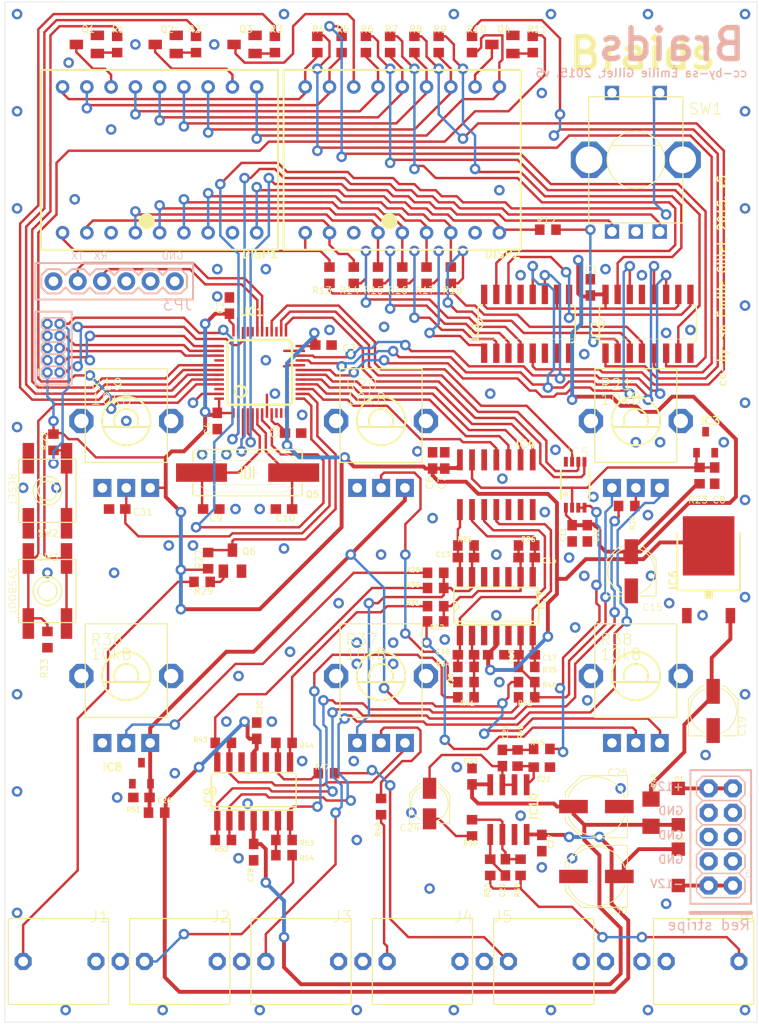
<source format=kicad_pcb>
(kicad_pcb (version 20211014) (generator pcbnew)
  (layers (0 "F.Cu" signal) (31 "B.Cu" signal) (34 "B.Paste" user) (35 "F.Paste" user) (36 "B.SilkS" user "B.Silkscreen") (37 "F.SilkS" user "F.Silkscreen") (38 "B.Mask" user) (39 "F.Mask" user) (44 "Edge.Cuts" user))
  (net 0 "")
  (net 1 "GND")
  (net 2 "+3V3")
  (net 3 "N$7")
  (net 4 "N$8")
  (net 5 "BOOT_FLASH")
  (net 6 "RESET")
  (net 7 "RX")
  (net 8 "TX")
  (net 9 "JTDI")
  (net 10 "JTDO")
  (net 11 "JTCK")
  (net 12 "JTMS")
  (net 13 "VCC")
  (net 14 "VEE")
  (net 15 "N$1")
  (net 16 "N$2")
  (net 17 "N$3")
  (net 18 "N$4")
  (net 19 "N$5")
  (net 20 "N$6")
  (net 21 "N$9")
  (net 22 "N$10")
  (net 23 "ENC_A")
  (net 24 "ENC_B")
  (net 25 "ENC_CLICK")
  (net 26 "N$15")
  (net 27 "N$16")
  (net 28 "N$17")
  (net 29 "N$18")
  (net 30 "N$19")
  (net 31 "N$20")
  (net 32 "N$21")
  (net 33 "N$22")
  (net 34 "N$23")
  (net 35 "N$24")
  (net 36 "N$25")
  (net 37 "N$26")
  (net 38 "N$27")
  (net 39 "N$28")
  (net 40 "DISP_SCK")
  (net 41 "DISP_SER")
  (net 42 "N$30")
  (net 43 "N$31")
  (net 44 "DISP_EN")
  (net 45 "N$32")
  (net 46 "N$33")
  (net 47 "N$34")
  (net 48 "N$35")
  (net 49 "N$36")
  (net 50 "N$37")
  (net 51 "N$38")
  (net 52 "N$39")
  (net 53 "N$40")
  (net 54 "N$41")
  (net 55 "N$42")
  (net 56 "N$43")
  (net 57 "N$44")
  (net 58 "ADC_SS")
  (net 59 "ADC_SCK")
  (net 60 "ADC_MISO")
  (net 61 "ADC_MOSI")
  (net 62 "DAC_SS")
  (net 63 "DAC_MOSI")
  (net 64 "DAC_SCK")
  (net 65 "DISP_CHAR0")
  (net 66 "DISP_CHAR1")
  (net 67 "DISP_CHAR2")
  (net 68 "DISP_CHAR3")
  (net 69 "N$13")
  (net 70 "N$14")
  (net 71 "N$45")
  (net 72 "N$12")
  (net 73 "N$29")
  (net 74 "PITCH_CV")
  (net 75 "N$52")
  (net 76 "N$53")
  (net 77 "N$55")
  (net 78 "N$50")
  (net 79 "N$51")
  (net 80 "N$58")
  (net 81 "PARAM1_CV")
  (net 82 "PARAM2_CV")
  (net 83 "N$61")
  (net 84 "N$47")
  (net 85 "N$60")
  (net 86 "N$63")
  (net 87 "N$65")
  (net 88 "N$57")
  (net 89 "N$66")
  (net 90 "GATE")
  (net 91 "AUDIO_OUT")
  (net 92 "N$67")
  (net 93 "N$69")
  (net 94 "N$71")
  (net 95 "N$68")
  (net 96 "N$73")
  (net 97 "AREF")
  (net 98 "FM_CV")
  (net 99 "N$72")
  (net 100 "N$75")
  (net 101 "N$62")
  (net 102 "N$46")
  (net 103 "N$48")
  (net 104 "N$49")
  (net 105 "N$56")
  (net 106 "N$64")
  (net 107 "AREF_-10")
  (net 108 "N$70")
  (net 109 "N$59")
  (net 110 "FINE_TUNE")
  (footprint "braids:C0603" (layer "F.Cu") (at 157.4011 119.9261 180)
    (fp_text reference "C16")
    (fp_text value "1n")
  )
  (footprint "braids:R0603" (layer "F.Cu") (at 144.3836 56.1086 -90)
    (fp_text reference "R5")
    (fp_text value "100")
  )
  (footprint "braids:R0603" (layer "F.Cu") (at 157.4011 124.3711)
    (fp_text reference "R41")
    (fp_text value "24.9k")
  )
  (footprint "braids:ALPS_POT_VERTICAL_PS" (layer "F.Cu") (at 121.8411 95.4786 180)
    (fp_text reference "R19")
    (fp_text value "10kB")
  )
  (footprint "braids:ALPS_POT_VERTICAL_PS" (layer "F.Cu") (at 121.8411 122.1486 180)
    (fp_text reference "R36")
    (fp_text value "10kB")
  )
  (footprint "braids:R0603" (layer "F.Cu") (at 137.3986 56.1086 -90)
    (fp_text reference "R3")
    (fp_text value "1.0k")
  )
  (footprint "braids:R0603" (layer "F.Cu") (at 154.2261 116.4336)
    (fp_text reference "R32")
    (fp_text value "200k")
  )
  (footprint "braids:C0603" (layer "F.Cu") (at 168.5136 107.2261 -90)
    (fp_text reference "C11")
    (fp_text value "100n")
  )
  (footprint "braids:SOT23-BEC" (layer "F.Cu") (at 125.9686 56.1086 90)
    (fp_text reference "Q2")
    (fp_text value "MMBT3904")
  )
  (footprint "braids:R0603" (layer "F.Cu") (at 155.8136 80.2386 90)
    (fp_text reference "R18")
    (fp_text value "100")
  )
  (footprint "braids:C0603" (layer "F.Cu") (at 165.3386 131.6736)
    (fp_text reference "C22")
    (fp_text value "100p")
  )
  (footprint "braids:HC49UP" (layer "F.Cu") (at 134.5411 100.8761 180)
    (fp_text reference "Q5")
    (fp_text value "8MHz")
  )
  (footprint "braids:R0603" (layer "F.Cu") (at 143.1136 80.2386 90)
    (fp_text reference "R13")
    (fp_text value "100")
  )
  (footprint "braids:SO14" (layer "F.Cu") (at 135.1761 134.2136)
    (fp_text reference "IC9")
    (fp_text value "TL074D")
  )
  (footprint "braids:R0603" (layer "F.Cu") (at 125.0161 136.4361 180)
    (fp_text reference "R51")
    (fp_text value "330")
  )
  (footprint "braids:C0603" (layer "F.Cu") (at 153.9086 99.6061 90)
    (fp_text reference "C6")
    (fp_text value "1u")
  )
  (footprint "braids:DBZ_R-PDSO-G3" (layer "F.Cu") (at 182.4836 97.7011)
    (fp_text reference "IC3")
    (fp_text value "LM4040B25")
  )
  (footprint "braids:R0603" (layer "F.Cu") (at 153.2736 80.2386 90)
    (fp_text reference "R17")
    (fp_text value "100")
  )
  (footprint "braids:C0603" (layer "F.Cu") (at 131.3661 95.4786 -90)
    (fp_text reference "C4")
    (fp_text value "100n")
  )
  (footprint "braids:C0603" (layer "F.Cu") (at 135.1761 140.5636 -90)
    (fp_text reference "C28")
    (fp_text value "100n")
  )
  (footprint "braids:PANASONIC_D" (layer "F.Cu") (at 171.0536 143.1036 180)
    (fp_text reference "C30")
    (fp_text value "47u")
  )
  (footprint "braids:SOT23-BEC" (layer "F.Cu") (at 132.9536 110.0836)
    (fp_text reference "Q6")
    (fp_text value "MMBT3904")
  )
  (footprint "braids:C0603" (layer "F.Cu") (at 155.1786 99.6061 90)
    (fp_text reference "C7")
    (fp_text value "100n")
  )
  (footprint "braids:SO16" (layer "F.Cu") (at 176.4511 85.3186)
    (fp_text reference "IC2")
    (fp_text value "74HC595D")
  )
  (footprint "braids:R0603" (layer "F.Cu") (at 159.9411 142.1511 90)
    (fp_text reference "R55")
    (fp_text value "1.0k")
  )
  (footprint "braids:DBZ_R-PDSO-G3" (layer "F.Cu") (at 123.4286 132.3086)
    (fp_text reference "IC8")
    (fp_text value "LM4040B10")
  )
  (footprint "braids:R0603" (layer "F.Cu") (at 130.4136 110.0836 -90)
    (fp_text reference "R27")
    (fp_text value "10k")
  )
  (footprint "braids:R0603" (layer "F.Cu") (at 181.8486 101.1936 90)
    (fp_text reference "R23")
    (fp_text value "1.0k")
  )
  (footprint "braids:R0603" (layer "F.Cu") (at 114.2211 97.7011 90)
    (fp_text reference "R22")
    (fp_text value "10k")
  )
  (footprint "braids:C0603" (layer "F.Cu") (at 170.4186 81.5086 90)
    (fp_text reference "C1")
    (fp_text value "100n")
  )
  (footprint "braids:R0603" (layer "F.Cu") (at 120.8886 56.1086 -90)
    (fp_text reference "R1")
    (fp_text value "1.0k")
  )
  (footprint "braids:R0603" (layer "F.Cu") (at 165.9736 75.4761 180)
    (fp_text reference "R12")
    (fp_text value "100")
  )
  (footprint "braids:WQP_PJ_301M6" (layer "F.Cu") (at 153.5911 151.9936 90)
    (fp_text reference "J4")
    (fp_text value "PJ301_THONKICONN6" hide)
  )
  (footprint "braids:R0603" (layer "F.Cu") (at 138.3511 139.2936)
    (fp_text reference "R53")
    (fp_text value "24.9k")
  )
  (footprint "braids:WQP_PJ_301M6" (layer "F.Cu") (at 140.8911 151.9936 90)
    (fp_text reference "J3")
    (fp_text value "PJ301_THONKICONN6" hide)
  )
  (footprint "braids:EVQ-Q2" (layer "F.Cu") (at 113.5861 102.7811 -90)
    (fp_text reference "SW2")
    (fp_text value "")
  )
  (footprint "braids:SO14" (layer "F.Cu") (at 160.5761 102.1461)
    (fp_text reference "IC4")
    (fp_text value "MCP3204")
  )
  (footprint "braids:SOT23-BEC" (layer "F.Cu") (at 134.2236 56.1086 90)
    (fp_text reference "Q3")
    (fp_text value "MMBT3904")
  )
  (footprint "braids:R0603" (layer "F.Cu") (at 158.0361 138.0236 -90)
    (fp_text reference "R50")
    (fp_text value "24.9k")
  )
  (footprint "braids:WQP_PJ_301M6" (layer "F.Cu") (at 166.2911 151.9936 90)
    (fp_text reference "J5")
    (fp_text value "PJ301_THONKICONN6" hide)
  )
  (footprint "braids:R0603" (layer "F.Cu") (at 163.7511 124.3711)
    (fp_text reference "R42")
    (fp_text value "24.9k")
  )
  (footprint "braids:R0603" (layer "F.Cu") (at 149.4636 56.1086 -90)
    (fp_text reference "R7")
    (fp_text value "100")
  )
  (footprint "braids:MSOP-8" (layer "F.Cu") (at 168.8311 102.1461)
    (fp_text reference "IC5")
    (fp_text value "DAC8551")
  )
  (footprint "braids:R0603" (layer "F.Cu") (at 154.2261 111.3536)
    (fp_text reference "R28")
    (fp_text value "200k")
  )
  (footprint "braids:WQP_PJ_301M6" (layer "F.Cu") (at 115.4911 151.9936 90)
    (fp_text reference "J1")
    (fp_text value "PJ301_THONKICONN6" hide)
  )
  (footprint "braids:C0603" (layer "F.Cu") (at 160.5761 119.9261)
    (fp_text reference "C18")
    (fp_text value "100n")
  )
  (footprint "braids:R0603" (layer "F.Cu") (at 145.6536 80.2386 90)
    (fp_text reference "R14")
    (fp_text value "100")
  )
  (footprint "braids:C0603" (layer "F.Cu") (at 142.4786 87.5411)
    (fp_text reference "C3")
    (fp_text value "100n")
  )
  (footprint "braids:WQP_PJ_301M6" (layer "F.Cu") (at 128.1911 151.9936 90)
    (fp_text reference "J2")
    (fp_text value "PJ301_THONKICONN6" hide)
  )
  (footprint "braids:PANASONIC_D" (layer "F.Cu") (at 171.0536 135.8011 180)
    (fp_text reference "C25")
    (fp_text value "47u")
  )
  (footprint "braids:C0603" (layer "F.Cu") (at 183.4361 101.1936 -90)
    (fp_text reference "C8")
    (fp_text value "470n")
  )
  (footprint "braids:LQFP48" (layer "F.Cu") (at 135.8111 90.3986)
    (fp_text reference "UC1")
    (fp_text value "STM32F103CBT6")
  )
  (footprint "braids:C0603" (layer "F.Cu") (at 123.4286 134.8486 180)
    (fp_text reference "C26")
    (fp_text value "100n")
  )
  (footprint "braids:C0603" (layer "F.Cu") (at 163.7511 119.9261)
    (fp_text reference "C17")
    (fp_text value "1n")
  )
  (footprint "braids:R0603" (layer "F.Cu") (at 129.1436 56.1086 -90)
    (fp_text reference "R2")
    (fp_text value "1.0k")
  )
  (footprint "braids:C0603" (layer "F.Cu") (at 157.4011 109.7661 180)
    (fp_text reference "C13")
    (fp_text value "1n")
  )
  (footprint "braids:R0603" (layer "F.Cu") (at 150.7336 80.2386 90)
    (fp_text reference "R16")
    (fp_text value "100")
  )
  (footprint "braids:C0603" (layer "F.Cu") (at 165.3386 139.6111 90)
    (fp_text reference "C27")
    (fp_text value "100n")
  )
  (footprint "braids:R0603" (layer "F.Cu") (at 163.7511 121.1961)
    (fp_text reference "R35")
    (fp_text value "24.9k")
  )
  (footprint "braids:R0603" (layer "F.Cu") (at 157.4011 121.1961 180)
    (fp_text reference "R34")
    (fp_text value "24.9k")
  )
  (footprint "braids:R0603" (layer "F.Cu") (at 152.0036 56.1086 -90)
    (fp_text reference "R8")
    (fp_text value "100")
  )
  (footprint "braids:C0603" (layer "F.Cu") (at 161.5286 142.1511 -90)
    (fp_text reference "C29")
    (fp_text value "47p")
  )
  (footprint "braids:SO16" (layer "F.Cu") (at 163.7511 85.3186)
    (fp_text reference "IC1")
    (fp_text value "74HC595D")
  )
  (footprint "braids:R0603" (layer "F.Cu") (at 146.9236 56.1086 -90)
    (fp_text reference "R6")
    (fp_text value "100")
  )
  (footprint "braids:SOT23-BEC" (layer "F.Cu") (at 161.2111 56.1086 90)
    (fp_text reference "Q4")
    (fp_text value "MMBT3904")
  )
  (footprint "braids:R0603" (layer "F.Cu") (at 142.7961 132.3086 180)
    (fp_text reference "R47")
    (fp_text value "100k")
  )
  (footprint "braids:ALPS_EC12E_SW" (layer "F.Cu") (at 175.1811 68.1736)
    (fp_text reference "SW1")
    (fp_text value "EC12E_SW" hide)
  )
  (footprint "braids:ALPS_POT_VERTICAL_PS" (layer "F.Cu") (at 148.5111 95.4786 180)
    (fp_text reference "R20")
    (fp_text value "10kB")
  )
  (footprint "braids:PDC54" (layer "F.Cu") (at 125.3336 68.1736)
    (fp_text reference "DISP1")
    (fp_text value "KINGBRIGHT-PDC54-11" hide)
  )
  (footprint "braids:R0603" (layer "F.Cu") (at 162.7986 130.7211 90)
    (fp_text reference "R46")
    (fp_text value "39k")
  )
  (footprint "braids:C0603" (layer "F.Cu") (at 139.3036 96.7486)
    (fp_text reference "C5")
    (fp_text value "100n")
  )
  (footprint "braids:R0603" (layer "F.Cu") (at 163.1161 142.1511 90)
    (fp_text reference "R56")
    (fp_text value "100k")
  )
  (footprint "braids:PANASONIC_C" (layer "F.Cu") (at 183.2773 125.7998 90)
    (fp_text reference "C19")
    (fp_text value "22u")
  )
  (footprint "braids:R0603" (layer "F.Cu") (at 138.3511 129.1336)
    (fp_text reference "R44")
    (fp_text value "24.9k")
  )
  (footprint "braids:R0603" (layer "F.Cu") (at 132.0011 139.2936 180)
    (fp_text reference "R52")
    (fp_text value "24.9k")
  )
  (footprint "braids:R0603" (layer "F.Cu") (at 157.4011 108.4961 180)
    (fp_text reference "R25")
    (fp_text value "49.9k")
  )
  (footprint "braids:R0603" (layer "F.Cu") (at 174.2286 104.3686)
    (fp_text reference "R24")
    (fp_text value "100k")
  )
  (footprint "braids:R0603" (layer "F.Cu") (at 154.2261 112.9411)
    (fp_text reference "R30")
    (fp_text value "24.9k")
  )
  (footprint "braids:R0603" (layer "F.Cu") (at 132.0011 129.1336 180)
    (fp_text reference "R43")
    (fp_text value "24.9k")
  )
  (footprint "braids:C0603" (layer "F.Cu") (at 163.7511 109.7661)
    (fp_text reference "C14")
    (fp_text value "1n")
  )
  (footprint "braids:ALPS_POT_VERTICAL_PS" (layer "F.Cu") (at 175.1811 122.1486 180)
    (fp_text reference "R38")
    (fp_text value "10kB")
  )
  (footprint "braids:R1206" (layer "F.Cu") (at 176.7686 136.4361 -90)
    (fp_text reference "R49")
    (fp_text value "4.7")
  )
  (footprint "braids:ALPS_POT_VERTICAL_PS" (layer "F.Cu") (at 148.5111 122.1486 180)
    (fp_text reference "R37")
    (fp_text value "10kB")
  )
  (footprint "braids:TO252" (layer "F.Cu") (at 182.8011 111.0361)
    (fp_text reference "IC6")
    (fp_text value "LM1117-3.3")
  )
  (footprint "braids:SO14" (layer "F.Cu") (at 160.5761 114.8461)
    (fp_text reference "IC7")
    (fp_text value "MCP6004")
  )
  (footprint "braids:R0603" (layer "F.Cu") (at 165.3386 129.7686)
    (fp_text reference "R45")
    (fp_text value "39k")
  )
  (footprint "braids:SOD123" (layer "F.Cu") (at 179.6261 142.1511 90)
    (fp_text reference "D2")
    (fp_text value "1N5819HW" hide)
  )
  (footprint "braids:ALPS_POT_VERTICAL_PS" (layer "F.Cu") (at 175.1811 95.4786 180)
    (fp_text reference "R21")
    (fp_text value "10kB")
  )
  (footprint "braids:R0603" (layer "F.Cu") (at 154.2261 114.8461)
    (fp_text reference "R31")
    (fp_text value "24.9k")
  )
  (footprint "braids:EVQ-Q2" (layer "F.Cu") (at 113.5861 113.2586 -90)
    (fp_text reference "SW3")
    (fp_text value "")
  )
  (footprint "braids:R0603" (layer "F.Cu") (at 158.0361 56.1086 -90)
    (fp_text reference "R10")
    (fp_text value "100")
  )
  (footprint "braids:C0603" (layer "F.Cu") (at 170.1011 107.2261 -90)
    (fp_text reference "C12")
    (fp_text value "1u")
  )
  (footprint "braids:R0603" (layer "F.Cu") (at 163.7511 108.4961)
    (fp_text reference "R26")
    (fp_text value "49.9k")
  )
  (footprint "braids:WQP_PJ_301M6" (layer "F.Cu") (at 181.5311 151.9936 -90)
    (fp_text reference "J6")
    (fp_text value "PJ301_THONKICONN6" hide)
  )
  (footprint "braids:PANASONIC_B" (layer "F.Cu") (at 153.5911 135.4836 90)
    (fp_text reference "C24")
    (fp_text value "10u")
  )
  (footprint "braids:R0603" (layer "F.Cu") (at 113.5861 118.3386 90)
    (fp_text reference "R33")
    (fp_text value "10k")
  )
  (footprint "braids:C0603" (layer "F.Cu") (at 161.2111 130.7211 -90)
    (fp_text reference "C21")
    (fp_text value "100p")
  )
  (footprint "braids:R0603" (layer "F.Cu") (at 141.8436 56.1086 -90)
    (fp_text reference "R4")
    (fp_text value "100")
  )
  (footprint "braids:R0603" (layer "F.Cu") (at 148.5111 135.8011 90)
    (fp_text reference "R48")
    (fp_text value "100k")
  )
  (footprint "braids:R0603" (layer "F.Cu") (at 163.7511 122.7836)
    (fp_text reference "R40")
    (fp_text value "200k")
  )
  (footprint "braids:SOD123" (layer "F.Cu") (at 179.6261 135.8011 90)
    (fp_text reference "D1")
    (fp_text value "1N5819HW" hide)
  )
  (footprint "braids:R0603" (layer "F.Cu") (at 154.5436 56.1086 -90)
    (fp_text reference "R9")
    (fp_text value "100")
  )
  (footprint "braids:PDC54" (layer "F.Cu") (at 150.7336 68.1736)
    (fp_text reference "DISP2")
    (fp_text value "KINGBRIGHT-PDC54-11" hide)
  )
  (footprint "braids:C0603" (layer "F.Cu") (at 138.3511 104.6861)
    (fp_text reference "C10")
    (fp_text value "18p")
  )
  (footprint "braids:C0603" (layer "F.Cu") (at 130.7311 104.6861 180)
    (fp_text reference "C9")
    (fp_text value "18p")
  )
  (footprint "braids:SOT23-BEC" (layer "F.Cu") (at 117.7136 56.1086 90)
    (fp_text reference "Q1")
    (fp_text value "MMBT3904")
  )
  (footprint "braids:C0603" (layer "F.Cu") (at 120.8886 104.6861 180)
    (fp_text reference "C31")
    (fp_text value "100n")
  )
  (footprint "braids:R0603" (layer "F.Cu") (at 157.4011 122.7836)
    (fp_text reference "R39")
    (fp_text value "120k")
  )
  (footprint "braids:R0603" (layer "F.Cu") (at 129.7786 112.3061)
    (fp_text reference "R29")
    (fp_text value "100k")
  )
  (footprint "braids:C0603" (layer "F.Cu") (at 135.4936 127.8636 -90)
    (fp_text reference "C20")
    (fp_text value "100n")
  )
  (footprint "braids:C0603" (layer "F.Cu") (at 158.0361 132.6261 90)
    (fp_text reference "C23")
    (fp_text value "100n")
  )
  (footprint "braids:PANASONIC_C" (layer "F.Cu") (at 174.7048 111.1949 90)
    (fp_text reference "C15")
    (fp_text value "22u")
  )
  (footprint "braids:C0603" (layer "F.Cu") (at 132.6361 83.4136 90)
    (fp_text reference "C2")
    (fp_text value "100n")
  )
  (footprint "braids:R0603" (layer "F.Cu") (at 164.3861 56.1086 -90)
    (fp_text reference "R11")
    (fp_text value "1.0k")
  )
  (footprint "braids:R0603" (layer "F.Cu") (at 148.1936 80.2386 90)
    (fp_text reference "R15")
    (fp_text value "100")
  )
  (footprint "braids:R0603" (layer "F.Cu") (at 138.3511 140.8811 180)
    (fp_text reference "R54")
    (fp_text value "100k")
  )
  (footprint "braids:SO08" (layer "F.Cu") (at 161.8461 136.1186)
    (fp_text reference "IC10")
    (fp_text value "TL072")
  )
  (footprint "braids:AVR_ICSP" (layer "B.Cu") (at 184.0711 138.9761 180)
    (fp_text reference "JP1")
    (fp_text value "M05X2PTH")
  )
  (footprint "braids:1X06" (layer "B.Cu") (at 126.9211 80.8736 180)
    (fp_text reference "JP3")
    (fp_text value "")
  )
  (footprint "braids:2X5-1.27" (layer "B.Cu") (at 114.8561 86.5886)
    (fp_text reference "JP2")
    (fp_text value "M05X2MINIJTAG" hide)
  )
  (gr_line (start 187.2461 145.9611) (end 187.2461 131.9911) (layer "B.SilkS") (width 0.2032))
  (gr_line (start 128.8261 82.7786) (end 112.3161 82.7786) (layer "B.SilkS") (width 0.2032))
  (gr_line (start 112.3161 82.7786) (end 112.3161 78.9686) (layer "B.SilkS") (width 0.2032))
  (gr_line (start 128.8261 78.9686) (end 128.8261 82.7786) (layer "B.SilkS") (width 0.2032))
  (gr_line (start 112.3161 78.9686) (end 128.8261 78.9686) (layer "B.SilkS") (width 0.2032))
  (gr_line (start 112.3161 91.6686) (end 112.3161 84.0486) (layer "B.SilkS") (width 0.2032))
  (gr_line (start 187.2461 131.9911) (end 180.8961 131.9911) (layer "B.SilkS") (width 0.2032))
  (gr_line (start 112.3161 84.0486) (end 116.1261 84.0486) (layer "B.SilkS") (width 0.2032))
  (gr_line (start 180.8961 131.9911) (end 180.8961 145.9611) (layer "B.SilkS") (width 0.2032))
  (gr_line (start 180.8961 145.9611) (end 187.2461 145.9611) (layer "B.SilkS") (width 0.2032))
  (gr_line (start 180.8961 146.9136) (end 187.2461 146.9136) (layer "B.SilkS") (width 0.4064))
  (gr_line (start 116.1261 84.0486) (end 116.1261 91.6686) (layer "B.SilkS") (width 0.2032))
  (gr_line (start 116.1261 91.6686) (end 112.3161 91.6686) (layer "B.SilkS") (width 0.2032))
  (gr_line (start 187.8611 158.3436) (end 187.8611 51.6636) (layer "Edge.Cuts") (width 0.05))
  (gr_line (start 187.8611 51.6636) (end 109.1411 51.6636) (layer "Edge.Cuts") (width 0.05))
  (gr_line (start 109.1411 158.3436) (end 187.8611 158.3436) (layer "Edge.Cuts") (width 0.05))
  (gr_line (start 109.1411 51.6636) (end 109.1411 158.3436) (layer "Edge.Cuts") (width 0.05))
  (gr_text "GND" (at 127.8736 78.6511) (layer "B.SilkS") (effects (font (size 0.747776 0.747776) (thickness 0.065024)) (justify left bottom mirror)))
  (gr_text "RX" (at 119.9361 78.6511) (layer "B.SilkS") (effects (font (size 0.747776 0.747776) (thickness 0.065024)) (justify left bottom mirror)))
  (gr_text "Braids" (at 186.9286 58.0136) (layer "B.SilkS") (effects (font (size 3.2385 3.2385) (thickness 0.5715)) (justify left bottom mirror)))
  (gr_text "GND" (at 180.2611 141.8336) (layer "B.SilkS") (effects (font (size 0.8636 0.8636) (thickness 0.1524)) (justify left bottom mirror)))
  (gr_text "Red stripe" (at 187.2461 148.8186) (layer "B.SilkS") (effects (font (size 1.1176 1.1176) (thickness 0.1524)) (justify left bottom mirror)))
  (gr_text "-12V" (at 180.2611 144.3736) (layer "B.SilkS") (effects (font (size 0.8636 0.8636) (thickness 0.1524)) (justify left bottom mirror)))
  (gr_text "GND" (at 180.2611 136.7536) (layer "B.SilkS") (effects (font (size 0.8636 0.8636) (thickness 0.1524)) (justify left bottom mirror)))
  (gr_text "GND" (at 180.2611 139.2936) (layer "B.SilkS") (effects (font (size 0.8636 0.8636) (thickness 0.1524)) (justify left bottom mirror)))
  (gr_text "cc-by-sa Émilie Gillet, 2015. v5" (at 186.9286 59.6011) (layer "B.SilkS") (effects (font (size 0.8636 0.8636) (thickness 0.1524)) (justify left bottom mirror)))
  (gr_text "+12V" (at 180.2611 134.2136) (layer "B.SilkS") (effects (font (size 0.8636 0.8636) (thickness 0.1524)) (justify left bottom mirror)))
  (gr_text "TX" (at 117.3961 78.6511) (layer "B.SilkS") (effects (font (size 0.747776 0.747776) (thickness 0.065024)) (justify left bottom mirror)))
  (gr_text "Braids" (at 167.8786 58.9661) (layer "F.SilkS") (effects (font (size 3.2385 3.2385) (thickness 0.5715)) (justify left bottom)))
  (gr_text "SYSBOOT" (at 109.4586 110.7186 270) (layer "F.SilkS") (effects (font (size 0.747776 0.747776) (thickness 0.065024)) (justify left bottom)))
  (gr_text "RESET" (at 109.4586 100.8761 270) (layer "F.SilkS") (effects (font (size 0.747776 0.747776) (thickness 0.065024)) (justify left bottom)))
  (gr_text "cc-by-sa Émilie Gillet, 2015. v5" (at 184.7061 91.9861 90) (layer "F.SilkS") (effects (font (size 0.8636 0.8636) (thickness 0.1524)) (justify left bottom)))
  (segment (start 138.3786 88.1486) (end 140.0611 88.1486) (width 0.254) (layer "F.Cu") (net 1))
  (segment (start 138.7561 89.7636) (end 138.8711 89.6486) (width 0.254) (layer "F.Cu") (net 1))
  (segment (start 138.8711 89.6486) (end 140.0611 89.6486) (width 0.254) (layer "F.Cu") (net 1))
  (segment (start 138.3511 89.7636) (end 138.7561 89.7636) (width 0.254) (layer "F.Cu") (net 1))
  (segment (start 132.6361 82.5636) (end 132.7386 82.4611) (width 0.254) (layer "F.Cu") (net 1))
  (segment (start 129.7511 92.6486) (end 131.5611 92.6486) (width 0.254) (layer "F.Cu") (net 1))
  (segment (start 136.5611 94.6486) (end 136.5611 92.7361) (width 0.254) (layer "F.Cu") (net 1))
  (segment (start 128.8261 93.5736) (end 129.7511 92.6486) (width 0.254) (layer "F.Cu") (net 1))
  (segment (start 133.5611 86.1486) (end 133.5611 84.6836) (width 0.254) (layer "F.Cu") (net 1))
  (via (at 145.9711 118.6561) (size 1.108) (drill 0.6) (layers "F.Cu" "B.Cu") (net 1))
  (via (at 152.3211 98.6536) (size 1.108) (drill 0.6) (layers "F.Cu" "B.Cu") (net 1))
  (via (at 153.5911 144.3736) (size 1.108) (drill 0.6) (layers "F.Cu" "B.Cu") (net 1))
  (via (at 132.3186 98.9711) (size 1.108) (drill 0.6) (layers "F.Cu" "B.Cu") (net 1))
  (via (at 116.4436 72.3011) (size 1.108) (drill 0.6) (layers "F.Cu" "B.Cu") (net 1))
  (via (at 110.4111 146.9136) (size 1.108) (drill 0.6) (layers "F.Cu" "B.Cu") (net 1))
  (via (at 186.6111 103.7336) (size 1.108) (drill 0.6) (layers "F.Cu" "B.Cu") (net 1))
  (via (at 169.7836 88.4936) (size 1.108) (drill 0.6) (layers "F.Cu" "B.Cu") (net 1))
  (via (at 138.9861 119.6086) (size 1.108) (drill 0.6) (layers "F.Cu" "B.Cu") (net 1))
  (via (at 168.1961 109.7661) (size 1.108) (drill 0.6) (layers "F.Cu" "B.Cu") (net 1))
  (via (at 169.7836 111.6711) (size 1.108) (drill 0.6) (layers "F.Cu" "B.Cu") (net 1))
  (via (at 163.1161 80.2386) (size 1.108) (drill 0.6) (layers "F.Cu" "B.Cu") (net 1))
  (via (at 110.4111 52.9336) (size 1.108) (drill 0.6) (layers "F.Cu" "B.Cu") (net 1))
  (via (at 165.3386 61.1886) (size 1.108) (drill 0.6) (layers "F.Cu" "B.Cu") (net 1))
  (via (at 145.9711 139.2936) (size 1.108) (drill 0.6) (layers "F.Cu" "B.Cu") (net 1))
  (via (at 176.4511 105.3211) (size 1.108) (drill 0.6) (layers "F.Cu" "B.Cu") (net 1))
  (via (at 126.9211 132.3086) (size 1.108) (drill 0.6) (layers "F.Cu" "B.Cu") (net 1))
  (via (at 135.8111 157.0736) (size 1.108) (drill 0.6) (layers "F.Cu" "B.Cu") (net 1))
  (via (at 153.9086 105.6386) (size 1.108) (drill 0.6) (layers "F.Cu" "B.Cu") (net 1))
  (via (at 114.5386 102.4636) (size 1.108) (drill 0.6) (layers "F.Cu" "B.Cu") (net 1))
  (via (at 131.3661 79.6036) (size 1.108) (drill 0.6) (layers "F.Cu" "B.Cu") (net 1))
  (via (at 170.7361 103.4161) (size 1.108) (drill 0.6) (layers "F.Cu" "B.Cu") (net 1))
  (via (at 115.8086 58.0136) (size 1.108) (drill 0.6) (layers "F.Cu" "B.Cu") (net 1))
  (via (at 166.2911 157.0736) (size 1.108) (drill 0.6) (layers "F.Cu" "B.Cu") (net 1))
  (via (at 156.1311 157.0736) (size 1.108) (drill 0.6) (layers "F.Cu" "B.Cu") (net 1))
  (via (at 120.5711 111.3536) (size 1.108) (drill 0.6) (layers "F.Cu" "B.Cu") (net 1))
  (via (at 160.5761 109.4486) (size 1.108) (drill 0.6) (layers "F.Cu" "B.Cu") (net 1))
  (via (at 136.4461 89.1286) (size 1.108) (drill 0.6) (layers "F.Cu" "B.Cu") (net 1))
  (via (at 175.8161 80.2386) (size 1.108) (drill 0.6) (layers "F.Cu" "B.Cu") (net 1))
  (via (at 133.2711 104.6861) (size 1.108) (drill 0.6) (layers "F.Cu" "B.Cu") (net 1))
  (via (at 176.7686 111.6711) (size 1.108) (drill 0.6) (layers "F.Cu" "B.Cu") (net 1))
  (via (at 175.1811 97.7011) (size 1.108) (drill 0.6) (layers "F.Cu" "B.Cu") (net 1))
  (via (at 186.6111 93.5736) (size 1.108) (drill 0.6) (layers "F.Cu" "B.Cu") (net 1))
  (via (at 110.4111 96.1136) (size 1.108) (drill 0.6) (layers "F.Cu" "B.Cu") (net 1))
  (via (at 155.1786 118.3386) (size 1.108) (drill 0.6) (layers "F.Cu" "B.Cu") (net 1))
  (via (at 184.3886 97.7011) (size 1.108) (drill 0.6) (layers "F.Cu" "B.Cu") (net 1))
  (via (at 148.8286 85.6361) (size 1.108) (drill 0.6) (layers "F.Cu" "B.Cu") (net 1))
  (via (at 140.2561 131.0386) (size 1.108) (drill 0.6) (layers "F.Cu" "B.Cu") (net 1))
  (via (at 156.4486 131.6736) (size 1.108) (drill 0.6) (layers "F.Cu" "B.Cu") (net 1))
  (via (at 137.3986 92.6211) (size 1.108) (drill 0.6) (layers "F.Cu" "B.Cu") (net 1))
  (via (at 168.5136 141.1986) (size 1.108) (drill 0.6) (layers "F.Cu" "B.Cu") (net 1))
  (via (at 178.6736 114.5286) (size 1.108) (drill 0.6) (layers "F.Cu" "B.Cu") (net 1))
  (via (at 170.1011 124.6886) (size 1.108) (drill 0.6) (layers "F.Cu" "B.Cu") (net 1))
  (via (at 176.4511 52.9336) (size 1.108) (drill 0.6) (layers "F.Cu" "B.Cu") (net 1))
  (via (at 133.5886 141.1986) (size 1.108) (drill 0.6) (layers "F.Cu" "B.Cu") (net 1))
  (via (at 182.4836 130.4036) (size 1.108) (drill 0.6) (layers "F.Cu" "B.Cu") (net 1))
  (via (at 166.7674 98.4949) (size 1.108) (drill 0.6) (layers "F.Cu" "B.Cu") (net 1))
  (via (at 177.7211 97.7011) (size 1.108) (drill 0.6) (layers "F.Cu" "B.Cu") (net 1))
  (via (at 148.5111 109.4486) (size 1.108) (drill 0.6) (layers "F.Cu" "B.Cu") (net 1))
  (via (at 149.7811 118.6561) (size 1.108) (drill 0.6) (layers "F.Cu" "B.Cu") (net 1))
  (via (at 160.5761 115.7986) (size 1.108) (drill 0.6) (layers "F.Cu" "B.Cu") (net 1))
  (via (at 110.4111 124.0536) (size 1.108) (drill 0.6) (layers "F.Cu" "B.Cu") (net 1))
  (via (at 131.3661 82.4611) (size 1.108) (drill 0.6) (layers "F.Cu" "B.Cu") (net 1))
  (via (at 151.6861 136.4361) (size 1.108) (drill 0.6) (layers "F.Cu" "B.Cu") (net 1))
  (via (at 143.1136 85.9536) (size 1.108) (drill 0.6) (layers "F.Cu" "B.Cu") (net 1))
  (via (at 186.6111 157.0736) (size 1.108) (drill 0.6) (layers "F.Cu" "B.Cu") (net 1))
  (via (at 110.4111 134.2136) (size 1.108) (drill 0.6) (layers "F.Cu" "B.Cu") (net 1))
  (via (at 126.2861 108.4961) (size 1.108) (drill 0.6) (layers "F.Cu" "B.Cu") (net 1))
  (via (at 120.8886 134.8486) (size 1.108) (drill 0.6) (layers "F.Cu" "B.Cu") (net 1))
  (via (at 120.2536 64.9986) (size 1.108) (drill 0.6) (layers "F.Cu" "B.Cu") (net 1))
  (via (at 163.1161 136.7536) (size 1.108) (drill 0.6) (layers "F.Cu" "B.Cu") (net 1))
  (via (at 172.0061 79.6036) (size 1.108) (drill 0.6) (layers "F.Cu" "B.Cu") (net 1))
  (via (at 125.6511 157.0736) (size 1.108) (drill 0.6) (layers "F.Cu" "B.Cu") (net 1))
  (via (at 160.8936 122.7836) (size 1.108) (drill 0.6) (layers "F.Cu" "B.Cu") (net 1))
  (via (at 115.4911 157.0736) (size 1.108) (drill 0.6) (layers "F.Cu" "B.Cu") (net 1))
  (via (at 149.7811 120.8786) (size 1.108) (drill 0.6) (layers "F.Cu" "B.Cu") (net 1))
  (via (at 138.3511 52.9336) (size 1.108) (drill 0.6) (layers "F.Cu" "B.Cu") (net 1))
  (via (at 166.2911 52.9336) (size 1.108) (drill 0.6) (layers "F.Cu" "B.Cu") (net 1))
  (via (at 134.5411 135.4836) (size 1.108) (drill 0.6) (layers "F.Cu" "B.Cu") (net 1))
  (via (at 128.8261 108.4961) (size 1.108) (drill 0.6) (layers "F.Cu" "B.Cu") (net 1))
  (via (at 165.6561 105.0036) (size 1.108) (drill 0.6) (layers "F.Cu" "B.Cu") (net 1))
  (via (at 136.4461 79.6036) (size 1.108) (drill 0.6) (layers "F.Cu" "B.Cu") (net 1))
  (via (at 137.0811 126.9111) (size 1.108) (drill 0.6) (layers "F.Cu" "B.Cu") (net 1))
  (via (at 168.8311 117.0686) (size 1.108) (drill 0.6) (layers "F.Cu" "B.Cu") (net 1))
  (via (at 110.4111 63.0936) (size 1.108) (drill 0.6) (layers "F.Cu" "B.Cu") (net 1))
  (via (at 135.8111 104.6861) (size 1.108) (drill 0.6) (layers "F.Cu" "B.Cu") (net 1))
  (via (at 160.8936 71.3486) (size 1.108) (drill 0.6) (layers "F.Cu" "B.Cu") (net 1))
  (via (at 180.8961 85.9536) (size 1.108) (drill 0.6) (layers "F.Cu" "B.Cu") (net 1))
  (via (at 111.0461 102.4636) (size 1.108) (drill 0.6) (layers "F.Cu" "B.Cu") (net 1))
  (via (at 145.6536 131.0386) (size 1.108) (drill 0.6) (layers "F.Cu" "B.Cu") (net 1))
  (via (at 186.6111 113.8936) (size 1.108) (drill 0.6) (layers "F.Cu" "B.Cu") (net 1))
  (via (at 110.4111 73.2536) (size 1.108) (drill 0.6) (layers "F.Cu" "B.Cu") (net 1))
  (via (at 156.1311 52.9336) (size 1.108) (drill 0.6) (layers "F.Cu" "B.Cu") (net 1))
  (via (at 178.3561 145.9611) (size 1.108) (drill 0.6) (layers "F.Cu" "B.Cu") (net 1))
  (via (at 122.7936 56.1086) (size 1.108) (drill 0.6) (layers "F.Cu" "B.Cu") (net 1))
  (via (at 121.8411 95.4786) (size 1.108) (drill 0.6) (layers "F.Cu" "B.Cu") (net 1))
  (via (at 173.5936 133.8961) (size 1.108) (drill 0.6) (layers "F.Cu" "B.Cu") (net 1))
  (via (at 176.4511 157.0736) (size 1.108) (drill 0.6) (layers "F.Cu" "B.Cu") (net 1))
  (via (at 138.3511 108.8136) (size 1.108) (drill 0.6) (layers "F.Cu" "B.Cu") (net 1))
  (via (at 145.9711 157.0736) (size 1.108) (drill 0.6) (layers "F.Cu" "B.Cu") (net 1))
  (via (at 186.6111 73.2536) (size 1.108) (drill 0.6) (layers "F.Cu" "B.Cu") (net 1))
  (via (at 186.6111 83.4136) (size 1.108) (drill 0.6) (layers "F.Cu" "B.Cu") (net 1))
  (via (at 186.6111 63.0936) (size 1.108) (drill 0.6) (layers "F.Cu" "B.Cu") (net 1))
  (via (at 133.5886 122.1486) (size 1.108) (drill 0.6) (layers "F.Cu" "B.Cu") (net 1))
  (via (at 165.3386 142.1511) (size 1.108) (drill 0.6) (layers "F.Cu" "B.Cu") (net 1))
  (via (at 178.3561 86.2711) (size 1.108) (drill 0.6) (layers "F.Cu" "B.Cu") (net 1))
  (via (at 159.9411 92.6211) (size 1.108) (drill 0.6) (layers "F.Cu" "B.Cu") (net 1))
  (via (at 186.6111 124.0536) (size 1.108) (drill 0.6) (layers "F.Cu" "B.Cu") (net 1))
  (via (at 131.0486 56.1086) (size 1.108) (drill 0.6) (layers "F.Cu" "B.Cu") (net 1))
  (via (at 145.9711 120.8786) (size 1.108) (drill 0.6) (layers "F.Cu" "B.Cu") (net 1))
  (via (at 140.2561 94.8436) (size 1.108) (drill 0.6) (layers "F.Cu" "B.Cu") (net 1))
  (via (at 161.2111 101.5111) (size 1.108) (drill 0.6) (layers "F.Cu" "B.Cu") (net 1))
  (via (at 144.0661 114.5286) (size 1.108) (drill 0.6) (layers "F.Cu" "B.Cu") (net 1))
  (via (at 132.3186 126.9111) (size 1.108) (drill 0.6) (layers "F.Cu" "B.Cu") (net 1))
  (via (at 128.8261 93.5736) (size 1.108) (drill 0.6) (layers "F.Cu" "B.Cu") (net 1))
  (via (at 113.5861 111.3536) (size 1.108) (drill 0.6) (layers "F.Cu" "B.Cu") (net 1))
  (via (at 129.7786 98.9711) (size 1.108) (drill 0.6) (layers "F.Cu" "B.Cu") (net 1))
  (via (at 186.6111 52.9336) (size 1.108) (drill 0.6) (layers "F.Cu" "B.Cu") (net 1))
  (via (at 182.1661 115.7986) (size 1.108) (drill 0.6) (layers "F.Cu" "B.Cu") (net 1))
  (segment (start 169.1486 78.6511) (end 169.1486 82.1436) (width 0.4064) (layer "F.Cu") (net 2))
  (segment (start 125.9686 103.4161) (end 127.5561 105.0036) (width 0.4064) (layer "F.Cu") (net 2))
  (segment (start 155.2349 100.3998) (end 156.4486 100.3998) (width 0.4064) (layer "F.Cu") (net 2))
  (segment (start 168.5136 106.3761) (end 168.5136 105.9561) (width 0.254) (layer "F.Cu") (net 2))
  (segment (start 115.5861 116.6586) (end 115.5861 109.8586) (width 0.254) (layer "F.Cu") (net 2))
  (segment (start 131.5611 94.4336) (end 131.5611 93.1486) (width 0.254) (layer "F.Cu") (net 2))
  (segment (start 174.7048 109.1449) (end 174.7048 108.4962) (width 0.4064) (layer "F.Cu") (net 2))
  (segment (start 159.6236 83.7311) (end 159.3061 83.4136) (width 0.254) (layer "F.Cu") (net 2))
  (segment (start 156.7661 99.5461) (end 156.6111 99.3911) (width 0.254) (layer "F.Cu") (net 2))
  (segment (start 130.0961 85.3186) (end 131.1511 84.2636) (width 0.4064) (layer "F.Cu") (net 2))
  (segment (start 182.3249 108.1786) (end 182.6824 108.5361) (width 0.4064) (layer "F.Cu") (net 2))
  (segment (start 135.8111 115.1636) (end 144.3836 106.5911) (width 0.4064) (layer "F.Cu") (net 2))
  (segment (start 170.3161 82.4611) (end 170.4186 82.3586) (width 0.4064) (layer "F.Cu") (net 2))
  (segment (start 144.3836 99.6061) (end 144.7011 99.2886) (width 0.4064) (layer "F.Cu") (net 2))
  (segment (start 138.6686 98.0186) (end 138.6686 96.9636) (width 0.254) (layer "F.Cu") (net 2))
  (segment (start 131.3661 94.6286) (end 131.3861 94.6486) (width 0.254) (layer "F.Cu") (net 2))
  (segment (start 159.7261 119.9261) (end 159.7261 119.8236) (width 0.4064) (layer "F.Cu") (net 2))
  (segment (start 137.3986 95.7961) (end 137.0611 95.4586) (width 0.254) (layer "F.Cu") (net 2))
  (segment (start 177.4036 94.5261) (end 175.8161 94.5261) (width 0.4064) (layer "F.Cu") (net 2))
  (segment (start 144.7011 99.2886) (end 145.6536 100.2411) (width 0.4064) (layer "F.Cu") (net 2))
  (segment (start 156.4486 100.3998) (end 156.7661 100.0823) (width 0.4064) (layer "F.Cu") (net 2))
  (segment (start 174.7048 109.1449) (end 175.6436 109.1449) (width 0.4064) (layer "F.Cu") (net 2))
  (segment (start 173.5936 93.8911) (end 172.6411 92.9386) (width 0.4064) (layer "F.Cu") (net 2))
  (segment (start 182.6824 108.5361) (end 182.8011 108.5361) (width 0.4064) (layer "F.Cu") (net 2))
  (segment (start 172.0061 83.7311) (end 170.4186 83.7311) (width 0.254) (layer "F.Cu") (net 2))
  (segment (start 170.7361 106.2736) (end 170.2036 106.2736) (width 0.4064) (layer "F.Cu") (net 2))
  (segment (start 174.0699 109.1449) (end 172.0199 109.1449) (width 0.4064) (layer "F.Cu") (net 2))
  (segment (start 131.1511 94.8436) (end 131.3661 94.6286) (width 0.4064) (layer "F.Cu") (net 2))
  (segment (start 180.7374 104.0511) (end 185.0236 104.0511) (width 0.4064) (layer "F.Cu") (net 2))
  (segment (start 175.1811 93.8911) (end 173.5936 93.8911) (width 0.4064) (layer "F.Cu") (net 2))
  (segment (start 171.3711 106.9086) (end 170.7361 106.2736) (width 0.4064) (layer "F.Cu") (net 2))
  (segment (start 179.3086 83.7311) (end 179.6261 83.4136) (width 0.254) (layer "F.Cu") (net 2))
  (segment (start 166.9261 113.5761) (end 165.9736 114.5286) (width 0.4064) (layer "F.Cu") (net 2))
  (segment (start 137.7161 95.7961) (end 137.3986 95.7961) (width 0.254) (layer "F.Cu") (net 2))
  (segment (start 141.5261 87.4386) (end 141.3161 87.6486) (width 0.254) (layer "F.Cu") (net 2))
  (segment (start 113.6786 109.8586) (end 113.2686 109.4486) (width 0.254) (layer "F.Cu") (net 2))
  (segment (start 125.9686 99.2886) (end 125.9686 102.4636) (width 0.4064) (layer "F.Cu") (net 2))
  (segment (start 130.0961 94.5261) (end 130.0961 94.8436) (width 0.4064) (layer "F.Cu") (net 2))
  (segment (start 141.5261 86.9061) (end 141.6286 87.0086) (width 0.4064) (layer "F.Cu") (net 2))
  (segment (start 127.5561 111.0361) (end 130.3111 111.0361) (width 0.254) (layer "F.Cu") (net 2))
  (segment (start 170.2036 106.2736) (end 170.1011 106.3761) (width 0.4064) (layer "F.Cu") (net 2))
  (segment (start 165.9736 114.5286) (end 165.9736 118.0211) (width 0.4064) (layer "F.Cu") (net 2))
  (segment (start 153.1711 100.4561) (end 153.9086 100.4561) (width 0.4064) (layer "F.Cu") (net 2))
  (segment (start 166.9261 111.9886) (end 167.8786 111.9886) (width 0.4064) (layer "F.Cu") (net 2))
  (segment (start 153.9086 101.1936) (end 154.5436 101.8286) (width 0.4064) (layer "F.Cu") (net 2))
  (segment (start 153.9086 100.4561) (end 155.1786 100.4561) (width 0.4064) (layer "F.Cu") (net 2))
  (segment (start 160.5761 118.9736) (end 160.5761 117.9195) (width 0.4064) (layer "F.Cu") (net 2))
  (segment (start 153.9086 100.4561) (end 153.9086 101.1936) (width 0.4064) (layer "F.Cu") (net 2))
  (segment (start 175.8161 94.5261) (end 175.1811 93.8911) (width 0.4064) (layer "F.Cu") (net 2))
  (segment (start 115.5861 109.8586) (end 113.6786 109.8586) (width 0.254) (layer "F.Cu") (net 2))
  (segment (start 132.6361 85.0011) (end 133.0611 85.4261) (width 0.254) (layer "F.Cu") (net 2))
  (segment (start 116.7611 97.3836) (end 118.6661 99.2886) (width 0.254) (layer "F.Cu") (net 2))
  (segment (start 185.0236 104.0511) (end 185.6586 103.4161) (width 0.4064) (layer "F.Cu") (net 2))
  (segment (start 167.8786 105.3211) (end 167.8786 104.5686) (width 0.254) (layer "F.Cu") (net 2))
  (segment (start 113.2686 109.4486) (end 113.2686 97.0661) (width 0.254) (layer "F.Cu") (net 2))
  (segment (start 185.6586 103.4161) (end 185.6586 97.3836) (width 0.4064) (layer "F.Cu") (net 2))
  (segment (start 179.6261 83.4136) (end 179.6261 82.2452) (width 0.254) (layer "F.Cu") (net 2))
  (segment (start 175.6436 109.1449) (end 180.7374 104.0511) (width 0.4064) (layer "F.Cu") (net 2))
  (segment (start 130.0961 94.8436) (end 131.1511 94.8436) (width 0.4064) (layer "F.Cu") (net 2))
  (segment (start 170.4186 82.3586) (end 170.532 82.2452) (width 0.4064) (layer "F.Cu") (net 2))
  (segment (start 159.7261 121.2986) (end 159.7261 119.9261) (width 0.4064) (layer "F.Cu") (net 2))
  (segment (start 152.9561 100.2411) (end 153.1711 100.4561) (width 0.4064) (layer "F.Cu") (net 2))
  (segment (start 154.5436 101.8286) (end 157.4011 101.8286) (width 0.4064) (layer "F.Cu") (net 2))
  (segment (start 141.3161 87.6486) (end 140.0611 87.6486) (width 0.254) (layer "F.Cu") (net 2))
  (segment (start 172.6411 92.9386) (end 168.8311 92.9386) (width 0.4064) (layer "F.Cu") (net 2))
  (segment (start 138.3511 96.4311) (end 137.7161 95.7961) (width 0.254) (layer "F.Cu") (net 2))
  (segment (start 145.6536 100.2411) (end 152.9561 100.2411) (width 0.4064) (layer "F.Cu") (net 2))
  (segment (start 125.9686 99.2886) (end 126.6036 98.6536) (width 0.4064) (layer "F.Cu") (net 2))
  (segment (start 178.9911 92.9386) (end 177.4036 94.5261) (width 0.4064) (layer "F.Cu") (net 2))
  (segment (start 114.2211 96.6461) (end 114.2211 95.4786) (width 0.254) (layer "F.Cu") (net 2))
  (segment (start 138.4536 96.7486) (end 138.3511 96.6461) (width 0.254) (layer "F.Cu") (net 2))
  (segment (start 174.7048 109.1449) (end 174.7048 108.9724) (width 0.4064) (layer "F.Cu") (net 2))
  (segment (start 113.2686 97.0661) (end 113.4836 96.8511) (width 0.254) (layer "F.Cu") (net 2))
  (segment (start 172.0061 83.7311) (end 179.3086 83.7311) (width 0.254) (layer "F.Cu") (net 2))
  (segment (start 181.2136 92.9386) (end 178.9911 92.9386) (width 0.4064) (layer "F.Cu") (net 2))
  (segment (start 177.7211 108.1786) (end 182.3249 108.1786) (width 0.4064) (layer "F.Cu") (net 2))
  (segment (start 166.9261 111.9886) (end 166.9261 113.5761) (width 0.4064) (layer "F.Cu") (net 2))
  (segment (start 169.4661 82.4611) (end 170.3161 82.4611) (width 0.4064) (layer "F.Cu") (net 2))
  (segment (start 166.9261 83.7311) (end 159.6236 83.7311) (width 0.254) (layer "F.Cu") (net 2))
  (segment (start 115.1736 96.7486) (end 115.8086 97.3836) (width 0.254) (layer "F.Cu") (net 2))
  (segment (start 185.6586 97.3836) (end 181.2136 92.9386) (width 0.4064) (layer "F.Cu") (net 2))
  (segment (start 124.3561 102.4636) (end 124.3411 102.4786) (width 0.254) (layer "F.Cu") (net 2))
  (segment (start 125.9686 102.4636) (end 125.9686 103.4161) (width 0.4064) (layer "F.Cu") (net 2))
  (segment (start 131.3661 94.6286) (end 131.5611 94.4336) (width 0.254) (layer "F.Cu") (net 2))
  (segment (start 155.1786 100.4561) (end 155.2349 100.3998) (width 0.4064) (layer "F.Cu") (net 2))
  (segment (start 131.1511 84.2636) (end 132.6361 84.2636) (width 0.4064) (layer "F.Cu") (net 2))
  (segment (start 174.0699 109.1449) (end 174.7048 109.1449) (width 0.4064) (layer "F.Cu") (net 2))
  (segment (start 130.0961 96.4311) (end 130.0961 94.5261) (width 0.4064) (layer "F.Cu") (net 2))
  (segment (start 174.7048 108.4962) (end 174.7049 108.4961) (width 0.4064) (layer "F.Cu") (net 2))
  (segment (start 138.6686 96.9636) (end 138.4536 96.7486) (width 0.254) (layer "F.Cu") (net 2))
  (segment (start 168.5136 105.9561) (end 167.8786 105.3211) (width 0.254) (layer "F.Cu") (net 2))
  (segment (start 175.9749 109.9248) (end 177.7211 108.1786) (width 0.4064) (layer "F.Cu") (net 2))
  (segment (start 137.0611 95.4586) (end 137.0611 94.6486) (width 0.254) (layer "F.Cu") (net 2))
  (segment (start 133.0611 85.4261) (end 133.0611 86.1486) (width 0.254) (layer "F.Cu") (net 2))
  (segment (start 166.9261 83.7311) (end 166.9261 82.2452) (width 0.254) (layer "F.Cu") (net 2))
  (segment (start 169.1486 82.1436) (end 169.4661 82.4611) (width 0.4064) (layer "F.Cu") (net 2))
  (segment (start 113.4836 96.8511) (end 114.2211 96.8511) (width 0.254) (layer "F.Cu") (net 2))
  (segment (start 141.5261 86.2711) (end 141.5261 86.9061) (width 0.4064) (layer "F.Cu") (net 2))
  (segment (start 158.6711 103.0986) (end 165.9736 103.0986) (width 0.4064) (layer "F.Cu") (net 2))
  (segment (start 171.3711 108.4961) (end 171.3711 106.9086) (width 0.4064) (layer "F.Cu") (net 2))
  (segment (start 166.9261 104.0511) (end 166.9261 111.9886) (width 0.4064) (layer "F.Cu") (net 2))
  (segment (start 170.1011 106.3761) (end 168.5136 106.3761) (width 0.4064) (layer "F.Cu") (net 2))
  (segment (start 170.4186 83.7311) (end 166.9261 83.7311) (width 0.254) (layer "F.Cu") (net 2))
  (segment (start 127.5561 115.1636) (end 135.8111 115.1636) (width 0.4064) (layer "F.Cu") (net 2))
  (segment (start 169.9424 109.9248) (end 174.0699 109.9248) (width 0.4064) (layer "F.Cu") (net 2))
  (segment (start 114.3236 96.7486) (end 114.2211 96.6461) (width 0.254) (layer "F.Cu") (net 2))
  (segment (start 144.3836 106.5911) (end 144.3836 99.6061) (width 0.4064) (layer "F.Cu") (net 2))
  (segment (start 172.0061 82.2452) (end 172.0061 83.7311) (width 0.254) (layer "F.Cu") (net 2))
  (segment (start 172.0199 109.1449) (end 171.3711 108.4961) (width 0.4064) (layer "F.Cu") (net 2))
  (segment (start 167.8786 104.5686) (end 167.8561 104.5461) (width 0.254) (layer "F.Cu") (net 2))
  (segment (start 156.7661 100.0823) (end 156.7661 99.5461) (width 0.4064) (layer "F.Cu") (net 2))
  (segment (start 127.8736 98.6536) (end 130.0961 96.4311) (width 0.4064) (layer "F.Cu") (net 2))
  (segment (start 141.6286 87.0086) (end 141.6286 87.5411) (width 0.4064) (layer "F.Cu") (net 2))
  (segment (start 131.3861 94.6486) (end 133.0611 94.6486) (width 0.254) (layer "F.Cu") (net 2))
  (segment (start 138.3511 96.6461) (end 138.3511 96.4311) (width 0.254) (layer "F.Cu") (net 2))
  (segment (start 141.6286 87.5411) (end 141.5261 87.4386) (width 0.4064) (layer "F.Cu") (net 2))
  (segment (start 132.6361 84.2636) (end 132.6361 85.0011) (width 0.254) (layer "F.Cu") (net 2))
  (segment (start 118.6661 99.2886) (end 125.9686 99.2886) (width 0.254) (layer "F.Cu") (net 2))
  (segment (start 125.9686 102.4636) (end 124.3561 102.4636) (width 0.254) (layer "F.Cu") (net 2))
  (segment (start 181.6336 102.0436) (end 181.8486 102.0436) (width 0.4064) (layer "F.Cu") (net 2))
  (segment (start 114.2211 96.8511) (end 114.3236 96.7486) (width 0.254) (layer "F.Cu") (net 2))
  (segment (start 168.8311 92.9386) (end 168.5136 93.2561) (width 0.4064) (layer "F.Cu") (net 2))
  (segment (start 159.7261 119.8236) (end 160.5761 118.9736) (width 0.4064) (layer "F.Cu") (net 2))
  (segment (start 115.8086 97.3836) (end 116.7611 97.3836) (width 0.254) (layer "F.Cu") (net 2))
  (segment (start 165.9736 103.0986) (end 166.9261 104.0511) (width 0.4064) (layer "F.Cu") (net 2))
  (segment (start 174.7048 108.9724) (end 181.6336 102.0436) (width 0.4064) (layer "F.Cu") (net 2))
  (segment (start 167.8786 111.9886) (end 169.9424 109.9248) (width 0.4064) (layer "F.Cu") (net 2))
  (segment (start 114.3236 96.7486) (end 115.1736 96.7486) (width 0.254) (layer "F.Cu") (net 2))
  (segment (start 159.9411 121.5136) (end 159.7261 121.2986) (width 0.4064) (layer "F.Cu") (net 2))
  (segment (start 170.4186 83.7311) (end 170.4186 82.4611) (width 0.254) (layer "F.Cu") (net 2))
  (segment (start 170.532 82.2452) (end 172.0061 82.2452) (width 0.4064) (layer "F.Cu") (net 2))
  (segment (start 159.3061 83.4136) (end 159.3061 82.2452) (width 0.254) (layer "F.Cu") (net 2))
  (segment (start 130.3111 111.0361) (end 130.4136 110.9336) (width 0.254) (layer "F.Cu") (net 2))
  (segment (start 126.6036 98.6536) (end 127.8736 98.6536) (width 0.4064) (layer "F.Cu") (net 2))
  (segment (start 174.0699 109.9248) (end 175.9749 109.9248) (width 0.4064) (layer "F.Cu") (net 2))
  (segment (start 174.0699 109.9248) (end 174.0699 109.1449) (width 0.4064) (layer "F.Cu") (net 2))
  (segment (start 174.7049 108.4961) (end 175.1811 108.4961) (width 0.4064) (layer "F.Cu") (net 2))
  (segment (start 157.4011 101.8286) (end 158.6711 103.0986) (width 0.4064) (layer "F.Cu") (net 2))
  (via (at 114.2211 95.4786) (size 1.108) (drill 0.6) (layers "F.Cu" "B.Cu") (net 2))
  (via (at 127.5561 111.0361) (size 1.108) (drill 0.6) (layers "F.Cu" "B.Cu") (net 2))
  (via (at 165.9736 118.0211) (size 1.108) (drill 0.6) (layers "F.Cu" "B.Cu") (net 2))
  (via (at 169.1486 78.6511) (size 1.108) (drill 0.6) (layers "F.Cu" "B.Cu") (net 2))
  (via (at 130.0961 85.3186) (size 1.108) (drill 0.6) (layers "F.Cu" "B.Cu") (net 2))
  (via (at 127.5561 115.1636) (size 1.108) (drill 0.6) (layers "F.Cu" "B.Cu") (net 2))
  (via (at 144.7011 99.2886) (size 1.108) (drill 0.6) (layers "F.Cu" "B.Cu") (net 2))
  (via (at 138.6686 98.0186) (size 1.108) (drill 0.6) (layers "F.Cu" "B.Cu") (net 2))
  (via (at 141.5261 86.2711) (size 1.108) (drill 0.6) (layers "F.Cu" "B.Cu") (net 2))
  (via (at 127.5561 105.0036) (size 1.108) (drill 0.6) (layers "F.Cu" "B.Cu") (net 2))
  (via (at 130.0961 94.5261) (size 1.108) (drill 0.6) (layers "F.Cu" "B.Cu") (net 2))
  (via (at 168.5136 93.2561) (size 1.108) (drill 0.6) (layers "F.Cu" "B.Cu") (net 2))
  (via (at 159.9411 121.5136) (size 1.108) (drill 0.6) (layers "F.Cu" "B.Cu") (net 2))
  (segment (start 130.0961 94.5261) (end 130.0961 85.3186) (width 0.4064) (layer "B.Cu") (net 2))
  (segment (start 113.5861 92.9386) (end 113.5861 90.3986) (width 0.254) (layer "B.Cu") (net 2))
  (segment (start 168.5136 86.2711) (end 169.4661 85.3186) (width 0.4064) (layer "B.Cu") (net 2))
  (segment (start 138.6686 89.4461) (end 141.5261 86.5886) (width 0.4064) (layer "B.Cu") (net 2))
  (segment (start 127.5561 111.0361) (end 127.5561 115.1636) (width 0.4064) (layer "B.Cu") (net 2))
  (segment (start 144.7011 99.2886) (end 139.9386 99.2886) (width 0.4064) (layer "B.Cu") (net 2))
  (segment (start 141.5261 86.5886) (end 141.5261 86.2711) (width 0.4064) (layer "B.Cu") (net 2))
  (segment (start 165.9736 118.0211) (end 162.4811 121.5136) (width 0.4064) (layer "B.Cu") (net 2))
  (segment (start 162.4811 121.5136) (end 159.9411 121.5136) (width 0.4064) (layer "B.Cu") (net 2))
  (segment (start 139.9386 99.2886) (end 138.6686 98.0186) (width 0.4064) (layer "B.Cu") (net 2))
  (segment (start 114.2211 95.4786) (end 114.2211 93.5736) (width 0.254) (layer "B.Cu") (net 2))
  (segment (start 138.6686 98.0186) (end 138.6686 89.4461) (width 0.4064) (layer "B.Cu") (net 2))
  (segment (start 169.4661 85.3186) (end 169.4661 78.9686) (width 0.4064) (layer "B.Cu") (net 2))
  (segment (start 114.2211 93.5736) (end 113.5861 92.9386) (width 0.254) (layer "B.Cu") (net 2))
  (segment (start 168.5136 93.2561) (end 168.5136 86.2711) (width 0.4064) (layer "B.Cu") (net 2))
  (segment (start 127.5561 105.0036) (end 127.5561 111.0361) (width 0.4064) (layer "B.Cu") (net 2))
  (segment (start 169.4661 78.9686) (end 169.1486 78.6511) (width 0.4064) (layer "B.Cu") (net 2))
  (segment (start 129.7786 101.5111) (end 129.7151 101.4476) (width 0.254) (layer "F.Cu") (net 3))
  (segment (start 129.7151 100.8761) (end 133.5886 100.8761) (width 0.254) (layer "F.Cu") (net 3))
  (segment (start 135.8111 98.6536) (end 135.8111 97.0661) (width 0.254) (layer "F.Cu") (net 3))
  (segment (start 129.7151 101.4476) (end 129.7151 100.8761) (width 0.254) (layer "F.Cu") (net 3))
  (segment (start 135.0611 96.3161) (end 135.0611 94.6486) (width 0.254) (layer "F.Cu") (net 3))
  (segment (start 133.5886 100.8761) (end 135.8111 98.6536) (width 0.254) (layer "F.Cu") (net 3))
  (segment (start 129.8811 104.6861) (end 129.7786 104.5836) (width 0.254) (layer "F.Cu") (net 3))
  (segment (start 129.7786 104.5836) (end 129.7786 101.5111) (width 0.254) (layer "F.Cu") (net 3))
  (segment (start 135.8111 97.0661) (end 135.0611 96.3161) (width 0.254) (layer "F.Cu") (net 3))
  (segment (start 138.6686 100.8761) (end 136.4461 98.6536) (width 0.254) (layer "F.Cu") (net 4))
  (segment (start 139.3671 100.8761) (end 138.6686 100.8761) (width 0.254) (layer "F.Cu") (net 4))
  (segment (start 136.4461 96.7486) (end 135.5611 95.8636) (width 0.254) (layer "F.Cu") (net 4))
  (segment (start 135.5611 95.8636) (end 135.5611 94.6486) (width 0.254) (layer "F.Cu") (net 4))
  (segment (start 136.4461 98.6536) (end 136.4461 96.7486) (width 0.254) (layer "F.Cu") (net 4))
  (segment (start 139.2011 104.6861) (end 139.2011 101.0421) (width 0.254) (layer "F.Cu") (net 4))
  (segment (start 139.2011 101.0421) (end 139.3671 100.8761) (width 0.254) (layer "F.Cu") (net 4))
  (segment (start 111.5861 116.1161) (end 112.9511 116.1161) (width 0.254) (layer "F.Cu") (net 5))
  (segment (start 112.6336 95.4786) (end 114.3799 93.7323) (width 0.254) (layer "F.Cu") (net 5))
  (segment (start 113.5861 116.7511) (end 113.5861 117.4886) (width 0.254) (layer "F.Cu") (net 5))
  (segment (start 112.3161 109.7661) (end 112.6336 109.4486) (width 0.254) (layer "F.Cu") (net 5))
  (segment (start 112.9511 116.1161) (end 113.5861 116.7511) (width 0.254) (layer "F.Cu") (net 5))
  (segment (start 111.6786 109.7661) (end 112.3161 109.7661) (width 0.254) (layer "F.Cu") (net 5))
  (segment (start 126.921 92.9386) (end 128.7111 91.1486) (width 0.254) (layer "F.Cu") (net 5))
  (segment (start 111.5861 109.8586) (end 111.6786 109.7661) (width 0.254) (layer "F.Cu") (net 5))
  (segment (start 119.4599 93.7323) (end 120.2536 92.9386) (width 0.254) (layer "F.Cu") (net 5))
  (segment (start 111.5861 116.6586) (end 111.5861 116.1161) (width 0.254) (layer "F.Cu") (net 5))
  (segment (start 128.7111 91.1486) (end 131.5611 91.1486) (width 0.254) (layer "F.Cu") (net 5))
  (segment (start 120.2536 92.9386) (end 126.921 92.9386) (width 0.254) (layer "F.Cu") (net 5))
  (segment (start 111.5861 116.1161) (end 111.5861 109.8586) (width 0.254) (layer "F.Cu") (net 5))
  (segment (start 114.3799 93.7323) (end 119.4599 93.7323) (width 0.254) (layer "F.Cu") (net 5))
  (segment (start 112.6336 109.4486) (end 112.6336 95.4786) (width 0.254) (layer "F.Cu") (net 5))
  (segment (start 131.6836 86.2711) (end 132.0011 85.9536) (width 0.254) (layer "F.Cu") (net 6))
  (segment (start 127.8736 84.6836) (end 129.4611 86.2711) (width 0.254) (layer "F.Cu") (net 6))
  (segment (start 114.2211 98.5511) (end 114.2211 99.9236) (width 0.254) (layer "F.Cu") (net 6))
  (segment (start 115.8086 85.3186) (end 116.4436 84.6836) (width 0.254) (layer "F.Cu") (net 6))
  (segment (start 142.4786 99.6061) (end 141.8436 98.9711) (width 0.254) (layer "F.Cu") (net 6))
  (segment (start 142.4786 104.0511) (end 142.4786 99.6061) (width 0.254) (layer "F.Cu") (net 6))
  (segment (start 114.8561 85.3186) (end 115.8086 85.3186) (width 0.254) (layer "F.Cu") (net 6))
  (segment (start 139.9386 106.5911) (end 142.4786 104.0511) (width 0.254) (layer "F.Cu") (net 6))
  (segment (start 141.8436 98.9711) (end 138.0336 98.9711) (width 0.254) (layer "F.Cu") (net 6))
  (segment (start 129.4611 86.2711) (end 131.6836 86.2711) (width 0.254) (layer "F.Cu") (net 6))
  (segment (start 115.4911 99.2861) (end 115.4911 98.6536) (width 0.254) (layer "F.Cu") (net 6))
  (segment (start 115.5861 106.1811) (end 115.6786 106.2736) (width 0.254) (layer "F.Cu") (net 6))
  (segment (start 136.0611 95.4111) (end 136.0611 94.6486) (width 0.254) (layer "F.Cu") (net 6))
  (segment (start 115.3886 98.5511) (end 114.2211 98.5511) (width 0.254) (layer "F.Cu") (net 6))
  (segment (start 137.0811 98.0186) (end 137.0811 96.4311) (width 0.254) (layer "F.Cu") (net 6))
  (segment (start 138.0336 98.9711) (end 137.0811 98.0186) (width 0.254) (layer "F.Cu") (net 6))
  (segment (start 116.4436 84.6836) (end 127.8736 84.6836) (width 0.254) (layer "F.Cu") (net 6))
  (segment (start 129.1436 106.5911) (end 139.9386 106.5911) (width 0.254) (layer "F.Cu") (net 6))
  (segment (start 137.0811 96.4311) (end 136.0611 95.4111) (width 0.254) (layer "F.Cu") (net 6))
  (segment (start 115.5861 106.1811) (end 115.5861 99.3811) (width 0.254) (layer "F.Cu") (net 6))
  (segment (start 115.5861 99.3811) (end 115.4911 99.2861) (width 0.254) (layer "F.Cu") (net 6))
  (segment (start 115.4911 98.6536) (end 115.3886 98.5511) (width 0.254) (layer "F.Cu") (net 6))
  (via (at 114.2211 99.9236) (size 1.108) (drill 0.6) (layers "F.Cu" "B.Cu") (net 6))
  (via (at 132.0011 85.9536) (size 1.108) (drill 0.6) (layers "F.Cu" "B.Cu") (net 6))
  (via (at 129.1436 106.5911) (size 1.108) (drill 0.6) (layers "F.Cu" "B.Cu") (net 6))
  (segment (start 114.2211 99.9236) (end 114.2211 98.6536) (width 0.254) (layer "B.Cu") (net 6))
  (segment (start 115.1736 85.3186) (end 114.8561 85.3186) (width 0.254) (layer "B.Cu") (net 6))
  (segment (start 132.9536 95.7961) (end 131.0486 97.7011) (width 0.254) (layer "B.Cu") (net 6))
  (segment (start 115.8086 85.9536) (end 115.1736 85.3186) (width 0.254) (layer "B.Cu") (net 6))
  (segment (start 114.2211 98.6536) (end 115.1736 97.7011) (width 0.254) (layer "B.Cu") (net 6))
  (segment (start 131.0486 97.7011) (end 131.0486 104.6861) (width 0.254) (layer "B.Cu") (net 6))
  (segment (start 115.1736 92.6211) (end 115.8086 91.9861) (width 0.254) (layer "B.Cu") (net 6))
  (segment (start 115.8086 91.9861) (end 115.8086 85.9536) (width 0.254) (layer "B.Cu") (net 6))
  (segment (start 115.1736 97.7011) (end 115.1736 92.6211) (width 0.254) (layer "B.Cu") (net 6))
  (segment (start 132.0011 85.9536) (end 132.9536 86.9061) (width 0.254) (layer "B.Cu") (net 6))
  (segment (start 131.0486 104.6861) (end 129.1436 106.5911) (width 0.254) (layer "B.Cu") (net 6))
  (segment (start 132.9536 86.9061) (end 132.9536 95.7961) (width 0.254) (layer "B.Cu") (net 6))
  (segment (start 119.3011 80.8736) (end 119.3011 80.2386) (width 0.254) (layer "F.Cu") (net 7))
  (segment (start 119.9361 79.6036) (end 128.5086 79.6036) (width 0.254) (layer "F.Cu") (net 7))
  (segment (start 119.3011 80.2386) (end 119.9361 79.6036) (width 0.254) (layer "F.Cu") (net 7))
  (segment (start 130.0961 81.1911) (end 133.9061 81.1911) (width 0.254) (layer "F.Cu") (net 7))
  (segment (start 128.5086 79.6036) (end 130.0961 81.1911) (width 0.254) (layer "F.Cu") (net 7))
  (segment (start 133.9061 81.1911) (end 135.5611 82.8461) (width 0.254) (layer "F.Cu") (net 7))
  (segment (start 135.5611 82.8461) (end 135.5611 86.1486) (width 0.254) (layer "F.Cu") (net 7))
  (segment (start 134.2236 80.5561) (end 136.0611 82.3936) (width 0.254) (layer "F.Cu") (net 8))
  (segment (start 116.7611 79.6036) (end 117.3961 78.9686) (width 0.254) (layer "F.Cu") (net 8))
  (segment (start 130.4136 80.5561) (end 134.2236 80.5561) (width 0.254) (layer "F.Cu") (net 8))
  (segment (start 136.0611 82.3936) (end 136.0611 86.1486) (width 0.254) (layer "F.Cu") (net 8))
  (segment (start 116.7611 80.8736) (end 116.7611 79.6036) (width 0.254) (layer "F.Cu") (net 8))
  (segment (start 117.3961 78.9686) (end 128.8261 78.9686) (width 0.254) (layer "F.Cu") (net 8))
  (segment (start 128.8261 78.9686) (end 130.4136 80.5561) (width 0.254) (layer "F.Cu") (net 8))
  (segment (start 115.4911 86.5886) (end 114.8561 86.5886) (width 0.254) (layer "F.Cu") (net 9))
  (segment (start 116.4436 87.5411) (end 127.8736 87.5411) (width 0.254) (layer "F.Cu") (net 9))
  (segment (start 127.8736 87.5411) (end 128.4811 88.1486) (width 0.254) (layer "F.Cu") (net 9))
  (segment (start 128.4811 88.1486) (end 131.5611 88.1486) (width 0.254) (layer "F.Cu") (net 9))
  (segment (start 116.4436 87.5411) (end 115.4911 86.5886) (width 0.254) (layer "F.Cu") (net 9))
  (segment (start 128.0286 88.6486) (end 131.5611 88.6486) (width 0.254) (layer "F.Cu") (net 10))
  (segment (start 114.8561 87.8586) (end 115.4911 87.8586) (width 0.254) (layer "F.Cu") (net 10))
  (segment (start 127.5561 88.1761) (end 128.0286 88.6486) (width 0.254) (layer "F.Cu") (net 10))
  (segment (start 115.8086 88.1761) (end 127.5561 88.1761) (width 0.254) (layer "F.Cu") (net 10))
  (segment (start 115.4911 87.8586) (end 115.8086 88.1761) (width 0.254) (layer "F.Cu") (net 10))
  (segment (start 117.7136 88.8111) (end 118.0311 89.1286) (width 0.254) (layer "F.Cu") (net 11))
  (segment (start 118.0311 86.5886) (end 127.8736 86.5886) (width 0.254) (layer "F.Cu") (net 11))
  (segment (start 114.8561 89.1286) (end 115.4911 89.1286) (width 0.254) (layer "F.Cu") (net 11))
  (segment (start 128.9336 87.6486) (end 131.5611 87.6486) (width 0.254) (layer "F.Cu") (net 11))
  (segment (start 127.8736 86.5886) (end 128.9336 87.6486) (width 0.254) (layer "F.Cu") (net 11))
  (segment (start 115.4911 89.1286) (end 115.8086 88.8111) (width 0.254) (layer "F.Cu") (net 11))
  (segment (start 115.8086 88.8111) (end 117.7136 88.8111) (width 0.254) (layer "F.Cu") (net 11))
  (via (at 118.0311 89.1286) (size 1.108) (drill 0.6) (layers "F.Cu" "B.Cu") (net 11))
  (via (at 118.0311 86.5886) (size 1.108) (drill 0.6) (layers "F.Cu" "B.Cu") (net 11))
  (segment (start 117.7136 86.9061) (end 118.0311 86.5886) (width 0.254) (layer "B.Cu") (net 11))
  (segment (start 117.7136 89.1286) (end 117.7136 86.9061) (width 0.254) (layer "B.Cu") (net 11))
  (segment (start 118.0311 89.1286) (end 117.7136 89.1286) (width 0.254) (layer "B.Cu") (net 11))
  (segment (start 133.5886 87.5411) (end 134.0611 87.0686) (width 0.254) (layer "F.Cu") (net 12))
  (segment (start 116.7611 85.6361) (end 127.8736 85.6361) (width 0.254) (layer "F.Cu") (net 12))
  (segment (start 116.1261 89.7636) (end 116.7611 89.7636) (width 0.254) (layer "F.Cu") (net 12))
  (segment (start 132.3186 86.9061) (end 132.9536 87.5411) (width 0.254) (layer "F.Cu") (net 12))
  (segment (start 134.0611 87.0686) (end 134.0611 86.1486) (width 0.254) (layer "F.Cu") (net 12))
  (segment (start 115.4911 90.3986) (end 116.1261 89.7636) (width 0.254) (layer "F.Cu") (net 12))
  (segment (start 114.8561 90.3986) (end 115.4911 90.3986) (width 0.254) (layer "F.Cu") (net 12))
  (segment (start 129.1436 86.9061) (end 132.3186 86.9061) (width 0.254) (layer "F.Cu") (net 12))
  (segment (start 132.9536 87.5411) (end 133.5886 87.5411) (width 0.254) (layer "F.Cu") (net 12))
  (segment (start 127.8736 85.6361) (end 129.1436 86.9061) (width 0.254) (layer "F.Cu") (net 12))
  (via (at 116.7611 85.6361) (size 1.108) (drill 0.6) (layers "F.Cu" "B.Cu") (net 12))
  (via (at 116.7611 89.7636) (size 1.108) (drill 0.6) (layers "F.Cu" "B.Cu") (net 12))
  (segment (start 116.7611 89.7636) (end 117.0786 89.4461) (width 0.254) (layer "B.Cu") (net 12))
  (segment (start 117.0786 89.4461) (end 117.0786 85.9536) (width 0.254) (layer "B.Cu") (net 12))
  (segment (start 117.0786 85.9536) (end 116.7611 85.6361) (width 0.254) (layer "B.Cu") (net 12))
  (segment (start 136.4461 140.2461) (end 135.9136 139.7136) (width 0.4064) (layer "F.Cu") (net 13))
  (segment (start 135.1761 139.7136) (end 135.2786 139.6111) (width 0.4064) (layer "F.Cu") (net 13))
  (segment (start 171.3711 140.8811) (end 169.7836 139.2936) (width 0.4064) (layer "F.Cu") (net 13))
  (segment (start 176.7686 137.7061) (end 179.6261 137.7061) (width 0.4064) (layer "F.Cu") (net 13))
  (segment (start 173.5936 148.5011) (end 171.3711 146.2786) (width 0.4064) (layer "F.Cu") (net 13))
  (segment (start 135.1761 139.7136) (end 135.1761 139.8261) (width 0.254) (layer "F.Cu") (net 13))
  (segment (start 135.1761 139.5086) (end 135.1761 137.287) (width 0.4064) (layer "F.Cu") (net 13))
  (segment (start 138.3511 152.6) (end 138.3511 149.4536) (width 0.4064) (layer "F.Cu") (net 13))
  (segment (start 168.6536 135.8011) (end 166.9261 135.8011) (width 0.4064) (layer "F.Cu") (net 13))
  (segment (start 135.9136 139.7136) (end 135.1761 139.7136) (width 0.4064) (layer "F.Cu") (net 13))
  (segment (start 169.7836 139.2936) (end 169.7836 137.7061) (width 0.4064) (layer "F.Cu") (net 13))
  (segment (start 169.7836 137.7061) (end 168.6536 136.5761) (width 0.4064) (layer "F.Cu") (net 13))
  (segment (start 168.6536 136.5761) (end 168.6536 135.8011) (width 0.4064) (layer "F.Cu") (net 13))
  (segment (start 135.1761 137.287) (end 135.1761 138.3411) (width 0.4064) (layer "F.Cu") (net 13))
  (segment (start 176.7686 137.7061) (end 176.7686 137.8581) (width 0.4064) (layer "F.Cu") (net 13))
  (segment (start 179.6261 137.7061) (end 179.6261 137.7011) (width 0.4064) (layer "F.Cu") (net 13))
  (segment (start 169.7836 137.7061) (end 176.7686 137.7061) (width 0.4064) (layer "F.Cu") (net 13))
  (segment (start 135.2786 139.6111) (end 135.1761 139.5086) (width 0.4064) (layer "F.Cu") (net 13))
  (segment (start 166.9261 135.8011) (end 166.6086 135.4836) (width 0.4064) (layer "F.Cu") (net 13))
  (segment (start 135.1761 139.7136) (end 135.1761 139.6111) (width 0.4064) (layer "F.Cu") (net 13))
  (segment (start 172.4824 154.3748) (end 173.5936 153.2636) (width 0.4064) (layer "F.Cu") (net 13))
  (segment (start 136.4461 143.7386) (end 136.4461 140.2461) (width 0.4064) (layer "F.Cu") (net 13))
  (segment (start 173.5936 153.2636) (end 173.5936 148.5011) (width 0.4064) (layer "F.Cu") (net 13))
  (segment (start 158.0361 133.4761) (end 159.8986 133.4761) (width 0.4064) (layer "F.Cu") (net 13))
  (segment (start 159.8986 133.4761) (end 159.9411 133.5186) (width 0.4064) (layer "F.Cu") (net 13))
  (segment (start 171.3711 146.2786) (end 171.3711 140.8811) (width 0.4064) (layer "F.Cu") (net 13))
  (segment (start 140.1259 154.3748) (end 172.4824 154.3748) (width 0.4064) (layer "F.Cu") (net 13))
  (segment (start 158.6711 135.4836) (end 158.0361 134.8486) (width 0.4064) (layer "F.Cu") (net 13))
  (segment (start 158.0361 134.8486) (end 158.0361 133.4761) (width 0.4064) (layer "F.Cu") (net 13))
  (segment (start 166.6086 135.4836) (end 158.6711 135.4836) (width 0.4064) (layer "F.Cu") (net 13))
  (segment (start 140.1259 154.3748) (end 138.3511 152.6) (width 0.4064) (layer "F.Cu") (net 13))
  (via (at 136.4461 143.7386) (size 1.108) (drill 0.6) (layers "F.Cu" "B.Cu") (net 13))
  (via (at 138.3511 149.4536) (size 1.108) (drill 0.6) (layers "F.Cu" "B.Cu") (net 13))
  (segment (start 138.3511 149.4536) (end 138.3511 145.6436) (width 0.4064) (layer "B.Cu") (net 13))
  (segment (start 138.3511 145.6436) (end 136.4461 143.7386) (width 0.4064) (layer "B.Cu") (net 13))
  (segment (start 165.2961 138.7186) (end 163.7511 138.7186) (width 0.4064) (layer "F.Cu") (net 14))
  (segment (start 172.6411 140.2461) (end 171.3711 138.9761) (width 0.4064) (layer "F.Cu") (net 14))
  (segment (start 167.6636 138.7611) (end 165.3386 138.7611) (width 0.4064) (layer "F.Cu") (net 14))
  (segment (start 173.9111 141.8336) (end 175.4936 140.2511) (width 0.4064) (layer "F.Cu") (net 14))
  (segment (start 175.4936 140.2511) (end 179.6261 140.2511) (width 0.4064) (layer "F.Cu") (net 14))
  (segment (start 135.4936 128.7136) (end 135.4936 129.7686) (width 0.4064) (layer "F.Cu") (net 14))
  (segment (start 134.2236 126.9111) (end 134.5411 127.2286) (width 0.4064) (layer "F.Cu") (net 14))
  (segment (start 165.3386 138.7611) (end 165.2961 138.7186) (width 0.4064) (layer "F.Cu") (net 14))
  (segment (start 172.9586 155.1686) (end 174.3874 153.7398) (width 0.4064) (layer "F.Cu") (net 14))
  (segment (start 167.8786 138.9761) (end 167.6636 138.7611) (width 0.4064) (layer "F.Cu") (net 14))
  (segment (start 125.8661 153.6373) (end 127.3974 155.1686) (width 0.4064) (layer "F.Cu") (net 14))
  (segment (start 173.1361 143.4211) (end 173.4536 143.1036) (width 0.4064) (layer "F.Cu") (net 14))
  (segment (start 173.4536 143.1036) (end 173.9111 142.6461) (width 0.4064) (layer "F.Cu") (net 14))
  (segment (start 135.1761 130.0861) (end 135.1761 131.1402) (width 0.4064) (layer "F.Cu") (net 14))
  (segment (start 168.1961 138.9761) (end 167.8786 138.9761) (width 0.4064) (layer "F.Cu") (net 14))
  (segment (start 174.3874 147.7073) (end 172.6411 145.9611) (width 0.4064) (layer "F.Cu") (net 14))
  (segment (start 173.9111 142.6461) (end 173.9111 141.8336) (width 0.4064) (layer "F.Cu") (net 14))
  (segment (start 127.3974 155.1686) (end 172.9586 155.1686) (width 0.4064) (layer "F.Cu") (net 14))
  (segment (start 172.6411 143.4211) (end 173.1361 143.4211) (width 0.4064) (layer "F.Cu") (net 14))
  (segment (start 125.8661 136.4361) (end 125.9686 136.3336) (width 0.4064) (layer "F.Cu") (net 14))
  (segment (start 125.9686 136.3336) (end 125.9686 135.1661) (width 0.4064) (layer "F.Cu") (net 14))
  (segment (start 134.5411 127.2286) (end 134.5411 128.4986) (width 0.4064) (layer "F.Cu") (net 14))
  (segment (start 134.7561 128.7136) (end 135.4936 128.7136) (width 0.4064) (layer "F.Cu") (net 14))
  (segment (start 172.6411 145.9611) (end 172.6411 143.4211) (width 0.4064) (layer "F.Cu") (net 14))
  (segment (start 125.9686 135.1661) (end 129.4611 131.6736) (width 0.4064) (layer "F.Cu") (net 14))
  (segment (start 172.6411 143.4211) (end 172.6411 140.2461) (width 0.4064) (layer "F.Cu") (net 14))
  (segment (start 134.5411 128.4986) (end 134.7561 128.7136) (width 0.4064) (layer "F.Cu") (net 14))
  (segment (start 135.4936 129.7686) (end 135.1761 130.0861) (width 0.4064) (layer "F.Cu") (net 14))
  (segment (start 174.3874 153.7398) (end 174.3874 147.7073) (width 0.4064) (layer "F.Cu") (net 14))
  (segment (start 125.8661 153.6373) (end 125.8661 136.4361) (width 0.4064) (layer "F.Cu") (net 14))
  (via (at 129.4611 131.6736) (size 1.108) (drill 0.6) (layers "F.Cu" "B.Cu") (net 14))
  (via (at 171.3711 138.9761) (size 1.108) (drill 0.6) (layers "F.Cu" "B.Cu") (net 14))
  (via (at 134.2236 126.9111) (size 1.108) (drill 0.6) (layers "F.Cu" "B.Cu") (net 14))
  (via (at 168.1961 138.9761) (size 1.108) (drill 0.6) (layers "F.Cu" "B.Cu") (net 14))
  (segment (start 171.3711 138.9761) (end 168.1961 138.9761) (width 0.4064) (layer "B.Cu") (net 14))
  (segment (start 129.4611 131.6736) (end 134.2236 126.9111) (width 0.4064) (layer "B.Cu") (net 14))
  (segment (start 145.6536 53.5686) (end 145.6536 60.5536) (width 0.254) (layer "F.Cu") (net 15))
  (segment (start 134.2236 58.0136) (end 133.2711 57.0611) (width 0.254) (layer "F.Cu") (net 15))
  (segment (start 134.2236 58.0136) (end 138.3511 58.0136) (width 0.254) (layer "F.Cu") (net 15))
  (segment (start 139.3036 57.0611) (end 139.3036 54.2036) (width 0.254) (layer "F.Cu") (net 15))
  (segment (start 139.3036 54.2036) (end 140.5736 52.9336) (width 0.254) (layer "F.Cu") (net 15))
  (segment (start 145.0186 52.9336) (end 145.6536 53.5686) (width 0.254) (layer "F.Cu") (net 15))
  (segment (start 133.2711 56.2561) (end 133.1236 56.1086) (width 0.254) (layer "F.Cu") (net 15))
  (segment (start 140.5736 52.9336) (end 145.0186 52.9336) (width 0.254) (layer "F.Cu") (net 15))
  (segment (start 138.3511 58.0136) (end 139.3036 57.0611) (width 0.254) (layer "F.Cu") (net 15))
  (segment (start 133.2711 57.0611) (end 133.2711 56.2561) (width 0.254) (layer "F.Cu") (net 15))
  (segment (start 158.3536 60.5536) (end 158.3536 59.2836) (width 0.254) (layer "F.Cu") (net 16))
  (segment (start 158.3536 59.2836) (end 160.1111 57.5261) (width 0.254) (layer "F.Cu") (net 16))
  (segment (start 160.1111 57.5261) (end 160.1111 56.1086) (width 0.254) (layer "F.Cu") (net 16))
  (segment (start 116.6136 56.9136) (end 118.3486 58.6486) (width 0.254) (layer "F.Cu") (net 17))
  (segment (start 120.2536 59.2836) (end 120.2536 60.5536) (width 0.254) (layer "F.Cu") (net 17))
  (segment (start 119.6186 58.6486) (end 120.2536 59.2836) (width 0.254) (layer "F.Cu") (net 17))
  (segment (start 118.3486 58.6486) (end 119.6186 58.6486) (width 0.254) (layer "F.Cu") (net 17))
  (segment (start 116.6136 56.9136) (end 116.6136 56.1086) (width 0.254) (layer "F.Cu") (net 17))
  (segment (start 124.8686 56.9136) (end 124.8686 56.1086) (width 0.254) (layer "F.Cu") (net 18))
  (segment (start 132.3186 58.6486) (end 132.9536 59.2836) (width 0.254) (layer "F.Cu") (net 18))
  (segment (start 124.8686 56.9136) (end 126.6036 58.6486) (width 0.254) (layer "F.Cu") (net 18))
  (segment (start 132.9536 59.2836) (end 132.9536 60.5536) (width 0.254) (layer "F.Cu") (net 18))
  (segment (start 126.6036 58.6486) (end 132.3186 58.6486) (width 0.254) (layer "F.Cu") (net 18))
  (segment (start 137.2986 57.0586) (end 137.3986 56.9586) (width 0.254) (layer "F.Cu") (net 19))
  (segment (start 135.3236 57.0586) (end 137.2986 57.0586) (width 0.254) (layer "F.Cu") (net 19))
  (segment (start 164.2861 57.0586) (end 164.3861 56.9586) (width 0.254) (layer "F.Cu") (net 20))
  (segment (start 162.3111 57.0586) (end 164.2861 57.0586) (width 0.254) (layer "F.Cu") (net 20))
  (segment (start 118.8136 57.0586) (end 118.9136 56.9586) (width 0.254) (layer "F.Cu") (net 21))
  (segment (start 118.9136 56.9586) (end 120.8886 56.9586) (width 0.254) (layer "F.Cu") (net 21))
  (segment (start 127.0686 57.0586) (end 127.1686 56.9586) (width 0.254) (layer "F.Cu") (net 22))
  (segment (start 127.1686 56.9586) (end 129.1436 56.9586) (width 0.254) (layer "F.Cu") (net 22))
  (segment (start 177.6811 74.8011) (end 177.6811 75.6736) (width 0.254) (layer "F.Cu") (net 23))
  (segment (start 144.7011 70.0786) (end 145.3361 70.7136) (width 0.254) (layer "F.Cu") (net 23))
  (segment (start 156.7661 73.2536) (end 161.2111 73.2536) (width 0.254) (layer "F.Cu") (net 23))
  (segment (start 137.3986 69.1261) (end 138.3511 70.0786) (width 0.254) (layer "F.Cu") (net 23))
  (segment (start 133.9061 97.3836) (end 134.0611 97.2286) (width 0.254) (layer "F.Cu") (net 23))
  (segment (start 134.0611 97.2286) (end 134.0611 94.6486) (width 0.254) (layer "F.Cu") (net 23))
  (segment (start 135.8111 69.1261) (end 137.3986 69.1261) (width 0.254) (layer "F.Cu") (net 23))
  (segment (start 149.4636 70.7136) (end 150.0986 71.3486) (width 0.254) (layer "F.Cu") (net 23))
  (segment (start 145.3361 70.7136) (end 149.4636 70.7136) (width 0.254) (layer "F.Cu") (net 23))
  (segment (start 151.6861 71.3486) (end 152.3211 71.9836) (width 0.254) (layer "F.Cu") (net 23))
  (segment (start 134.2236 70.0786) (end 134.8586 70.0786) (width 0.254) (layer "F.Cu") (net 23))
  (segment (start 154.5436 72.6186) (end 156.1311 72.6186) (width 0.254) (layer "F.Cu") (net 23))
  (segment (start 134.8586 70.0786) (end 135.8111 69.1261) (width 0.254) (layer "F.Cu") (net 23))
  (segment (start 150.0986 71.3486) (end 151.6861 71.3486) (width 0.254) (layer "F.Cu") (net 23))
  (segment (start 156.1311 72.6186) (end 156.7661 73.2536) (width 0.254) (layer "F.Cu") (net 23))
  (segment (start 138.3511 70.0786) (end 144.7011 70.0786) (width 0.254) (layer "F.Cu") (net 23))
  (segment (start 161.8461 73.8886) (end 176.7686 73.8886) (width 0.254) (layer "F.Cu") (net 23))
  (segment (start 176.7686 73.8886) (end 177.6811 74.8011) (width 0.254) (layer "F.Cu") (net 23))
  (segment (start 133.9061 98.6536) (end 133.9061 97.3836) (width 0.254) (layer "F.Cu") (net 23))
  (segment (start 152.3211 71.9836) (end 153.9086 71.9836) (width 0.254) (layer "F.Cu") (net 23))
  (segment (start 161.2111 73.2536) (end 161.8461 73.8886) (width 0.254) (layer "F.Cu") (net 23))
  (segment (start 153.9086 71.9836) (end 154.5436 72.6186) (width 0.254) (layer "F.Cu") (net 23))
  (via (at 133.9061 98.6536) (size 1.108) (drill 0.6) (layers "F.Cu" "B.Cu") (net 23))
  (via (at 134.2236 70.0786) (size 1.108) (drill 0.6) (layers "F.Cu" "B.Cu") (net 23))
  (segment (start 133.9061 98.6536) (end 133.9061 97.3836) (width 0.254) (layer "B.Cu") (net 23))
  (segment (start 133.9061 97.3836) (end 134.2236 97.0661) (width 0.254) (layer "B.Cu") (net 23))
  (segment (start 134.2236 97.0661) (end 134.2236 70.0786) (width 0.254) (layer "B.Cu") (net 23))
  (segment (start 161.5286 74.5236) (end 172.3236 74.5236) (width 0.254) (layer "F.Cu") (net 24))
  (segment (start 153.5911 72.6186) (end 154.2261 73.2536) (width 0.254) (layer "F.Cu") (net 24))
  (segment (start 172.6811 74.8411) (end 172.6811 75.6736) (width 0.254) (layer "F.Cu") (net 24))
  (segment (start 172.3236 74.5236) (end 172.6411 74.8411) (width 0.254) (layer "F.Cu") (net 24))
  (segment (start 144.3836 70.7136) (end 145.0186 71.3486) (width 0.254) (layer "F.Cu") (net 24))
  (segment (start 136.7636 70.0786) (end 137.3986 70.7136) (width 0.254) (layer "F.Cu") (net 24))
  (segment (start 152.0036 72.6186) (end 153.5911 72.6186) (width 0.254) (layer "F.Cu") (net 24))
  (segment (start 134.5611 96.7686) (end 134.5611 94.6486) (width 0.254) (layer "F.Cu") (net 24))
  (segment (start 160.8936 73.8886) (end 161.5286 74.5236) (width 0.254) (layer "F.Cu") (net 24))
  (segment (start 134.8586 97.7011) (end 134.8586 97.0661) (width 0.254) (layer "F.Cu") (net 24))
  (segment (start 155.8136 73.2536) (end 156.4486 73.8886) (width 0.254) (layer "F.Cu") (net 24))
  (segment (start 134.8586 97.0661) (end 134.5611 96.7686) (width 0.254) (layer "F.Cu") (net 24))
  (segment (start 156.4486 73.8886) (end 160.8936 73.8886) (width 0.254) (layer "F.Cu") (net 24))
  (segment (start 137.3986 70.7136) (end 144.3836 70.7136) (width 0.254) (layer "F.Cu") (net 24))
  (segment (start 145.0186 71.3486) (end 149.1461 71.3486) (width 0.254) (layer "F.Cu") (net 24))
  (segment (start 149.7811 71.9836) (end 151.3686 71.9836) (width 0.254) (layer "F.Cu") (net 24))
  (segment (start 151.3686 71.9836) (end 152.0036 72.6186) (width 0.254) (layer "F.Cu") (net 24))
  (segment (start 172.6411 74.8411) (end 172.6811 74.8411) (width 0.254) (layer "F.Cu") (net 24))
  (segment (start 149.1461 71.3486) (end 149.7811 71.9836) (width 0.254) (layer "F.Cu") (net 24))
  (segment (start 154.2261 73.2536) (end 155.8136 73.2536) (width 0.254) (layer "F.Cu") (net 24))
  (via (at 136.7636 70.0786) (size 1.108) (drill 0.6) (layers "F.Cu" "B.Cu") (net 24))
  (via (at 134.8586 97.7011) (size 1.108) (drill 0.6) (layers "F.Cu" "B.Cu") (net 24))
  (segment (start 134.8586 97.7011) (end 134.8586 78.0161) (width 0.254) (layer "B.Cu") (net 24))
  (segment (start 134.8586 78.0161) (end 136.7636 76.1111) (width 0.254) (layer "B.Cu") (net 24))
  (segment (start 136.7636 76.1111) (end 136.7636 70.0786) (width 0.254) (layer "B.Cu") (net 24))
  (segment (start 161.5286 72.6186) (end 162.1636 73.2536) (width 0.254) (layer "F.Cu") (net 25))
  (segment (start 162.1636 73.2536) (end 177.7211 73.2536) (width 0.254) (layer "F.Cu") (net 25))
  (segment (start 157.0836 72.6186) (end 161.5286 72.6186) (width 0.254) (layer "F.Cu") (net 25))
  (segment (start 145.6536 70.0786) (end 149.7811 70.0786) (width 0.254) (layer "F.Cu") (net 25))
  (segment (start 152.6386 71.3486) (end 154.2261 71.3486) (width 0.254) (layer "F.Cu") (net 25))
  (segment (start 156.4486 71.9836) (end 157.0836 72.6186) (width 0.254) (layer "F.Cu") (net 25))
  (segment (start 133.9061 68.4911) (end 137.7161 68.4911) (width 0.254) (layer "F.Cu") (net 25))
  (segment (start 154.2261 71.3486) (end 154.8611 71.9836) (width 0.254) (layer "F.Cu") (net 25))
  (segment (start 177.7211 73.2536) (end 178.3561 73.8886) (width 0.254) (layer "F.Cu") (net 25))
  (segment (start 145.0186 69.4436) (end 145.6536 70.0786) (width 0.254) (layer "F.Cu") (net 25))
  (segment (start 138.6686 69.4436) (end 145.0186 69.4436) (width 0.254) (layer "F.Cu") (net 25))
  (segment (start 150.4161 70.7136) (end 152.0036 70.7136) (width 0.254) (layer "F.Cu") (net 25))
  (segment (start 137.7161 68.4911) (end 138.6686 69.4436) (width 0.254) (layer "F.Cu") (net 25))
  (segment (start 132.9536 97.3836) (end 133.5611 96.7761) (width 0.254) (layer "F.Cu") (net 25))
  (segment (start 149.7811 70.0786) (end 150.4161 70.7136) (width 0.254) (layer "F.Cu") (net 25))
  (segment (start 152.0036 70.7136) (end 152.6386 71.3486) (width 0.254) (layer "F.Cu") (net 25))
  (segment (start 154.8611 71.9836) (end 156.4486 71.9836) (width 0.254) (layer "F.Cu") (net 25))
  (segment (start 133.5611 96.7761) (end 133.5611 94.6486) (width 0.254) (layer "F.Cu") (net 25))
  (segment (start 131.6836 70.7136) (end 133.9061 68.4911) (width 0.254) (layer "F.Cu") (net 25))
  (via (at 178.3561 73.8886) (size 1.108) (drill 0.6) (layers "F.Cu" "B.Cu") (net 25))
  (via (at 132.9536 97.3836) (size 1.108) (drill 0.6) (layers "F.Cu" "B.Cu") (net 25))
  (via (at 131.6836 70.7136) (size 1.108) (drill 0.6) (layers "F.Cu" "B.Cu") (net 25))
  (segment (start 133.5886 78.0161) (end 131.6836 76.1111) (width 0.254) (layer "B.Cu") (net 25))
  (segment (start 131.6836 76.1111) (end 131.6836 70.7136) (width 0.254) (layer "B.Cu") (net 25))
  (segment (start 133.5886 96.7486) (end 133.5886 78.0161) (width 0.254) (layer "B.Cu") (net 25))
  (segment (start 177.0861 61.8486) (end 177.6811 61.2536) (width 0.254) (layer "B.Cu") (net 25))
  (segment (start 132.9536 97.3836) (end 133.5886 96.7486) (width 0.254) (layer "B.Cu") (net 25))
  (segment (start 177.0861 72.6186) (end 177.0861 61.8486) (width 0.254) (layer "B.Cu") (net 25))
  (segment (start 178.3561 73.8886) (end 177.0861 72.6186) (width 0.254) (layer "B.Cu") (net 25))
  (segment (start 177.6811 61.2536) (end 177.6811 61.1736) (width 0.254) (layer "B.Cu") (net 25))
  (segment (start 152.0036 64.9986) (end 155.8136 61.1886) (width 0.254) (layer "F.Cu") (net 26))
  (segment (start 154.5436 57.3786) (end 154.5436 56.9586) (width 0.254) (layer "F.Cu") (net 26))
  (segment (start 130.4136 65.3161) (end 130.7311 64.9986) (width 0.254) (layer "F.Cu") (net 26))
  (segment (start 155.8136 61.1886) (end 155.8136 60.5536) (width 0.254) (layer "F.Cu") (net 26))
  (segment (start 155.8136 60.5536) (end 155.8136 58.6486) (width 0.254) (layer "F.Cu") (net 26))
  (segment (start 130.7311 64.9986) (end 152.0036 64.9986) (width 0.254) (layer "F.Cu") (net 26))
  (segment (start 155.8136 58.6486) (end 154.5436 57.3786) (width 0.254) (layer "F.Cu") (net 26))
  (via (at 130.4136 65.3161) (size 1.108) (drill 0.6) (layers "F.Cu" "B.Cu") (net 26))
  (segment (start 130.4136 65.3161) (end 130.4136 60.5536) (width 0.254) (layer "B.Cu") (net 26))
  (segment (start 158.4561 56.9586) (end 158.0361 56.9586) (width 0.254) (layer "F.Cu") (net 27))
  (segment (start 160.2586 61.8236) (end 160.8936 61.1886) (width 0.254) (layer "F.Cu") (net 27))
  (segment (start 153.2736 65.6336) (end 157.0836 61.8236) (width 0.254) (layer "F.Cu") (net 27))
  (segment (start 135.4936 65.9511) (end 135.8111 65.6336) (width 0.254) (layer "F.Cu") (net 27))
  (segment (start 159.3061 55.1561) (end 158.9886 55.4736) (width 0.254) (layer "F.Cu") (net 27))
  (segment (start 161.2111 55.1561) (end 159.3061 55.1561) (width 0.254) (layer "F.Cu") (net 27))
  (segment (start 161.2111 57.6961) (end 161.2111 55.1561) (width 0.254) (layer "F.Cu") (net 27))
  (segment (start 135.8111 65.6336) (end 153.2736 65.6336) (width 0.254) (layer "F.Cu") (net 27))
  (segment (start 160.8936 61.1886) (end 160.8936 60.5536) (width 0.254) (layer "F.Cu") (net 27))
  (segment (start 160.8936 58.0136) (end 161.2111 57.6961) (width 0.254) (layer "F.Cu") (net 27))
  (segment (start 157.0836 61.8236) (end 160.2586 61.8236) (width 0.254) (layer "F.Cu") (net 27))
  (segment (start 160.8936 60.5536) (end 160.8936 58.0136) (width 0.254) (layer "F.Cu") (net 27))
  (segment (start 158.9886 56.4261) (end 158.4561 56.9586) (width 0.254) (layer "F.Cu") (net 27))
  (segment (start 158.9886 55.4736) (end 158.9886 56.4261) (width 0.254) (layer "F.Cu") (net 27))
  (via (at 135.4936 65.9511) (size 1.108) (drill 0.6) (layers "F.Cu" "B.Cu") (net 27))
  (segment (start 135.4936 65.9511) (end 135.4936 60.5536) (width 0.254) (layer "B.Cu") (net 27))
  (segment (start 149.4636 72.6186) (end 151.0511 72.6186) (width 0.254) (layer "F.Cu") (net 28))
  (segment (start 144.0661 71.3486) (end 144.7011 71.9836) (width 0.254) (layer "F.Cu") (net 28))
  (segment (start 153.2736 73.2536) (end 153.9086 73.8886) (width 0.254) (layer "F.Cu") (net 28))
  (segment (start 155.4961 73.8886) (end 156.1311 74.5236) (width 0.254) (layer "F.Cu") (net 28))
  (segment (start 156.1311 74.5236) (end 160.2586 74.5236) (width 0.254) (layer "F.Cu") (net 28))
  (segment (start 135.4936 71.0311) (end 135.8111 71.3486) (width 0.254) (layer "F.Cu") (net 28))
  (segment (start 144.7011 71.9836) (end 148.8286 71.9836) (width 0.254) (layer "F.Cu") (net 28))
  (segment (start 153.9086 73.8886) (end 155.4961 73.8886) (width 0.254) (layer "F.Cu") (net 28))
  (segment (start 160.8936 75.1586) (end 160.8936 75.7936) (width 0.254) (layer "F.Cu") (net 28))
  (segment (start 151.0511 72.6186) (end 151.6861 73.2536) (width 0.254) (layer "F.Cu") (net 28))
  (segment (start 160.8936 75.7936) (end 160.8936 75.4761) (width 0.254) (layer "F.Cu") (net 28))
  (segment (start 160.8936 75.4761) (end 165.1236 75.4761) (width 0.254) (layer "F.Cu") (net 28))
  (segment (start 135.8111 71.3486) (end 144.0661 71.3486) (width 0.254) (layer "F.Cu") (net 28))
  (segment (start 151.6861 73.2536) (end 153.2736 73.2536) (width 0.254) (layer "F.Cu") (net 28))
  (segment (start 148.8286 71.9836) (end 149.4636 72.6186) (width 0.254) (layer "F.Cu") (net 28))
  (segment (start 160.2586 74.5236) (end 160.8936 75.1586) (width 0.254) (layer "F.Cu") (net 28))
  (via (at 135.4936 71.0311) (size 1.108) (drill 0.6) (layers "F.Cu" "B.Cu") (net 28))
  (segment (start 135.4936 75.7936) (end 135.4936 71.0311) (width 0.254) (layer "B.Cu") (net 28))
  (segment (start 130.7311 71.9836) (end 143.7486 71.9836) (width 0.254) (layer "F.Cu") (net 29))
  (segment (start 153.5911 74.5236) (end 155.1786 74.5236) (width 0.254) (layer "F.Cu") (net 29))
  (segment (start 144.3836 72.6186) (end 148.5111 72.6186) (width 0.254) (layer "F.Cu") (net 29))
  (segment (start 155.1786 74.5236) (end 155.8136 75.1586) (width 0.254) (layer "F.Cu") (net 29))
  (segment (start 150.7336 73.2536) (end 151.3686 73.8886) (width 0.254) (layer "F.Cu") (net 29))
  (segment (start 148.5111 72.6186) (end 149.1461 73.2536) (width 0.254) (layer "F.Cu") (net 29))
  (segment (start 143.7486 71.9836) (end 144.3836 72.6186) (width 0.254) (layer "F.Cu") (net 29))
  (segment (start 155.8136 75.1586) (end 155.8136 75.7936) (width 0.254) (layer "F.Cu") (net 29))
  (segment (start 149.1461 73.2536) (end 150.7336 73.2536) (width 0.254) (layer "F.Cu") (net 29))
  (segment (start 155.8136 75.7936) (end 155.8136 79.3886) (width 0.254) (layer "F.Cu") (net 29))
  (segment (start 130.4136 71.6661) (end 130.7311 71.9836) (width 0.254) (layer "F.Cu") (net 29))
  (segment (start 151.3686 73.8886) (end 152.9561 73.8886) (width 0.254) (layer "F.Cu") (net 29))
  (segment (start 152.9561 73.8886) (end 153.5911 74.5236) (width 0.254) (layer "F.Cu") (net 29))
  (via (at 130.4136 71.6661) (size 1.108) (drill 0.6) (layers "F.Cu" "B.Cu") (net 29))
  (segment (start 130.4136 75.7936) (end 130.4136 71.6661) (width 0.254) (layer "B.Cu") (net 29))
  (segment (start 116.4436 77.6986) (end 115.1736 76.4286) (width 0.254) (layer "F.Cu") (net 30))
  (segment (start 142.1611 77.6986) (end 143.1136 78.6511) (width 0.254) (layer "F.Cu") (net 30))
  (segment (start 140.5736 77.6986) (end 140.5736 75.7936) (width 0.254) (layer "F.Cu") (net 30))
  (segment (start 115.1736 76.4286) (end 115.1736 75.7936) (width 0.254) (layer "F.Cu") (net 30))
  (segment (start 116.4436 77.6986) (end 140.5736 77.6986) (width 0.254) (layer "F.Cu") (net 30))
  (segment (start 143.1136 78.6511) (end 143.1136 79.3886) (width 0.254) (layer "F.Cu") (net 30))
  (segment (start 140.5736 77.6986) (end 142.1611 77.6986) (width 0.254) (layer "F.Cu") (net 30))
  (segment (start 115.1736 61.1886) (end 115.8086 61.8236) (width 0.254) (layer "F.Cu") (net 31))
  (segment (start 140.5736 61.1886) (end 140.5736 60.5536) (width 0.254) (layer "F.Cu") (net 31))
  (segment (start 140.5736 60.5536) (end 140.5736 58.6486) (width 0.254) (layer "F.Cu") (net 31))
  (segment (start 141.8436 57.3786) (end 141.8436 56.9586) (width 0.254) (layer "F.Cu") (net 31))
  (segment (start 115.1736 60.5536) (end 115.1736 61.1886) (width 0.254) (layer "F.Cu") (net 31))
  (segment (start 139.9386 61.8236) (end 140.5736 61.1886) (width 0.254) (layer "F.Cu") (net 31))
  (segment (start 140.5736 58.6486) (end 141.8436 57.3786) (width 0.254) (layer "F.Cu") (net 31))
  (segment (start 115.8086 61.8236) (end 139.9386 61.8236) (width 0.254) (layer "F.Cu") (net 31))
  (segment (start 143.1136 61.1886) (end 143.1136 60.5536) (width 0.254) (layer "F.Cu") (net 32))
  (segment (start 141.8436 62.4586) (end 143.1136 61.1886) (width 0.254) (layer "F.Cu") (net 32))
  (segment (start 143.1136 58.6486) (end 144.3836 57.3786) (width 0.254) (layer "F.Cu") (net 32))
  (segment (start 144.3836 57.3786) (end 144.3836 56.9586) (width 0.254) (layer "F.Cu") (net 32))
  (segment (start 118.0311 62.4586) (end 141.8436 62.4586) (width 0.254) (layer "F.Cu") (net 32))
  (segment (start 143.1136 60.5536) (end 143.1136 58.6486) (width 0.254) (layer "F.Cu") (net 32))
  (segment (start 117.7136 62.7761) (end 118.0311 62.4586) (width 0.254) (layer "F.Cu") (net 32))
  (via (at 117.7136 62.7761) (size 1.108) (drill 0.6) (layers "F.Cu" "B.Cu") (net 32))
  (segment (start 117.7136 62.7761) (end 117.7136 60.5536) (width 0.254) (layer "B.Cu") (net 32))
  (segment (start 146.9236 57.3786) (end 146.9236 56.9586) (width 0.254) (layer "F.Cu") (net 33))
  (segment (start 148.1936 58.6486) (end 146.9236 57.3786) (width 0.254) (layer "F.Cu") (net 33))
  (segment (start 123.1111 63.0936) (end 146.2886 63.0936) (width 0.254) (layer "F.Cu") (net 33))
  (segment (start 122.7936 63.4111) (end 123.1111 63.0936) (width 0.254) (layer "F.Cu") (net 33))
  (segment (start 148.1936 61.1886) (end 148.1936 60.5536) (width 0.254) (layer "F.Cu") (net 33))
  (segment (start 148.1936 60.5536) (end 148.1936 58.6486) (width 0.254) (layer "F.Cu") (net 33))
  (segment (start 146.2886 63.0936) (end 148.1936 61.1886) (width 0.254) (layer "F.Cu") (net 33))
  (via (at 122.7936 63.4111) (size 1.108) (drill 0.6) (layers "F.Cu" "B.Cu") (net 33))
  (segment (start 122.7936 63.4111) (end 122.7936 60.5536) (width 0.254) (layer "B.Cu") (net 33))
  (segment (start 125.6511 63.7286) (end 148.1936 63.7286) (width 0.254) (layer "F.Cu") (net 34))
  (segment (start 150.7336 60.5536) (end 150.7336 58.6486) (width 0.254) (layer "F.Cu") (net 34))
  (segment (start 149.4636 57.3786) (end 149.4636 56.9586) (width 0.254) (layer "F.Cu") (net 34))
  (segment (start 148.1936 63.7286) (end 150.7336 61.1886) (width 0.254) (layer "F.Cu") (net 34))
  (segment (start 150.7336 61.1886) (end 150.7336 60.5536) (width 0.254) (layer "F.Cu") (net 34))
  (segment (start 125.3336 64.0461) (end 125.6511 63.7286) (width 0.254) (layer "F.Cu") (net 34))
  (segment (start 150.7336 58.6486) (end 149.4636 57.3786) (width 0.254) (layer "F.Cu") (net 34))
  (via (at 125.3336 64.0461) (size 1.108) (drill 0.6) (layers "F.Cu" "B.Cu") (net 34))
  (segment (start 125.3336 64.0461) (end 125.3336 60.5536) (width 0.254) (layer "B.Cu") (net 34))
  (segment (start 153.2736 75.7936) (end 153.2736 79.3886) (width 0.254) (layer "F.Cu") (net 35))
  (segment (start 152.6386 74.5236) (end 153.2736 75.1586) (width 0.254) (layer "F.Cu") (net 35))
  (segment (start 153.2736 75.1586) (end 153.2736 75.7936) (width 0.254) (layer "F.Cu") (net 35))
  (segment (start 143.4311 72.6186) (end 144.0661 73.2536) (width 0.254) (layer "F.Cu") (net 35))
  (segment (start 151.0511 74.5236) (end 152.6386 74.5236) (width 0.254) (layer "F.Cu") (net 35))
  (segment (start 127.8736 72.3011) (end 128.1911 72.6186) (width 0.254) (layer "F.Cu") (net 35))
  (segment (start 148.8286 73.8886) (end 150.4161 73.8886) (width 0.254) (layer "F.Cu") (net 35))
  (segment (start 148.1936 73.2536) (end 148.8286 73.8886) (width 0.254) (layer "F.Cu") (net 35))
  (segment (start 128.1911 72.6186) (end 143.4311 72.6186) (width 0.254) (layer "F.Cu") (net 35))
  (segment (start 150.4161 73.8886) (end 151.0511 74.5236) (width 0.254) (layer "F.Cu") (net 35))
  (segment (start 144.0661 73.2536) (end 148.1936 73.2536) (width 0.254) (layer "F.Cu") (net 35))
  (via (at 127.8736 72.3011) (size 1.108) (drill 0.6) (layers "F.Cu" "B.Cu") (net 35))
  (segment (start 127.8736 75.7936) (end 127.8736 72.3011) (width 0.254) (layer "B.Cu") (net 35))
  (segment (start 125.6511 73.2536) (end 143.1136 73.2536) (width 0.254) (layer "F.Cu") (net 36))
  (segment (start 150.7336 75.1586) (end 150.7336 75.7936) (width 0.254) (layer "F.Cu") (net 36))
  (segment (start 143.7486 73.8886) (end 147.8761 73.8886) (width 0.254) (layer "F.Cu") (net 36))
  (segment (start 150.0986 74.5236) (end 150.7336 75.1586) (width 0.254) (layer "F.Cu") (net 36))
  (segment (start 147.8761 73.8886) (end 148.5111 74.5236) (width 0.254) (layer "F.Cu") (net 36))
  (segment (start 143.1136 73.2536) (end 143.7486 73.8886) (width 0.254) (layer "F.Cu") (net 36))
  (segment (start 150.7336 75.7936) (end 150.7336 79.3886) (width 0.254) (layer "F.Cu") (net 36))
  (segment (start 148.5111 74.5236) (end 150.0986 74.5236) (width 0.254) (layer "F.Cu") (net 36))
  (segment (start 125.3336 72.9361) (end 125.6511 73.2536) (width 0.254) (layer "F.Cu") (net 36))
  (via (at 125.3336 72.9361) (size 1.108) (drill 0.6) (layers "F.Cu" "B.Cu") (net 36))
  (segment (start 125.3336 75.7936) (end 125.3336 72.9361) (width 0.254) (layer "B.Cu") (net 36))
  (segment (start 143.4311 74.5236) (end 147.5586 74.5236) (width 0.254) (layer "F.Cu") (net 37))
  (segment (start 142.7961 73.8886) (end 143.4311 74.5236) (width 0.254) (layer "F.Cu") (net 37))
  (segment (start 123.1111 73.8886) (end 142.7961 73.8886) (width 0.254) (layer "F.Cu") (net 37))
  (segment (start 148.1936 75.7936) (end 148.1936 79.3886) (width 0.254) (layer "F.Cu") (net 37))
  (segment (start 147.5586 74.5236) (end 148.1936 75.1586) (width 0.254) (layer "F.Cu") (net 37))
  (segment (start 122.7936 73.5711) (end 123.1111 73.8886) (width 0.254) (layer "F.Cu") (net 37))
  (segment (start 148.1936 75.1586) (end 148.1936 75.7936) (width 0.254) (layer "F.Cu") (net 37))
  (via (at 122.7936 73.5711) (size 1.108) (drill 0.6) (layers "F.Cu" "B.Cu") (net 37))
  (segment (start 122.7936 75.7936) (end 122.7936 73.5711) (width 0.254) (layer "B.Cu") (net 37))
  (segment (start 144.0661 78.0161) (end 145.0186 78.0161) (width 0.254) (layer "F.Cu") (net 38))
  (segment (start 117.7136 75.7936) (end 117.7136 75.1586) (width 0.254) (layer "F.Cu") (net 38))
  (segment (start 143.1136 75.1586) (end 143.1136 75.7936) (width 0.254) (layer "F.Cu") (net 38))
  (segment (start 118.3486 74.5236) (end 142.4786 74.5236) (width 0.254) (layer "F.Cu") (net 38))
  (segment (start 145.0186 78.0161) (end 145.6536 78.6511) (width 0.254) (layer "F.Cu") (net 38))
  (segment (start 145.6536 78.6511) (end 145.6536 79.3886) (width 0.254) (layer "F.Cu") (net 38))
  (segment (start 142.4786 74.5236) (end 143.1136 75.1586) (width 0.254) (layer "F.Cu") (net 38))
  (segment (start 143.1136 77.0636) (end 144.0661 78.0161) (width 0.254) (layer "F.Cu") (net 38))
  (segment (start 143.1136 75.7936) (end 143.1136 77.0636) (width 0.254) (layer "F.Cu") (net 38))
  (segment (start 117.7136 75.1586) (end 118.3486 74.5236) (width 0.254) (layer "F.Cu") (net 38))
  (segment (start 152.0036 57.3786) (end 152.0036 56.9586) (width 0.254) (layer "F.Cu") (net 39))
  (segment (start 128.1911 64.3636) (end 150.0986 64.3636) (width 0.254) (layer "F.Cu") (net 39))
  (segment (start 153.2736 61.1886) (end 153.2736 60.5536) (width 0.254) (layer "F.Cu") (net 39))
  (segment (start 153.2736 60.5536) (end 153.2736 58.6486) (width 0.254) (layer "F.Cu") (net 39))
  (segment (start 150.0986 64.3636) (end 153.2736 61.1886) (width 0.254) (layer "F.Cu") (net 39))
  (segment (start 153.2736 58.6486) (end 152.0036 57.3786) (width 0.254) (layer "F.Cu") (net 39))
  (segment (start 127.8736 64.6811) (end 128.1911 64.3636) (width 0.254) (layer "F.Cu") (net 39))
  (via (at 127.8736 64.6811) (size 1.108) (drill 0.6) (layers "F.Cu" "B.Cu") (net 39))
  (segment (start 127.8736 64.6811) (end 127.8736 60.5536) (width 0.254) (layer "B.Cu") (net 39))
  (segment (start 145.0186 88.8111) (end 145.3361 88.4936) (width 0.254) (layer "F.Cu") (net 40))
  (segment (start 167.2436 90.7161) (end 171.0536 90.7161) (width 0.254) (layer "F.Cu") (net 40))
  (segment (start 165.6561 80.2386) (end 165.6561 82.2452) (width 0.254) (layer "F.Cu") (net 40))
  (segment (start 156.1311 88.1761) (end 157.7186 89.7636) (width 0.254) (layer "F.Cu") (net 40))
  (segment (start 141.3636 88.6486) (end 141.5261 88.8111) (width 0.254) (layer "F.Cu") (net 40))
  (segment (start 157.7186 89.7636) (end 163.4336 89.7636) (width 0.254) (layer "F.Cu") (net 40))
  (segment (start 171.3711 91.0336) (end 175.4986 91.0336) (width 0.254) (layer "F.Cu") (net 40))
  (segment (start 171.0536 90.7161) (end 171.3711 91.0336) (width 0.254) (layer "F.Cu") (net 40))
  (segment (start 164.3861 90.7161) (end 167.2436 90.7161) (width 0.254) (layer "F.Cu") (net 40))
  (segment (start 141.5261 88.8111) (end 145.0186 88.8111) (width 0.254) (layer "F.Cu") (net 40))
  (segment (start 177.4036 92.3036) (end 177.7211 92.6211) (width 0.254) (layer "F.Cu") (net 40))
  (segment (start 178.3561 80.2386) (end 178.3561 82.2452) (width 0.254) (layer "F.Cu") (net 40))
  (segment (start 175.4986 91.0336) (end 176.7686 92.3036) (width 0.254) (layer "F.Cu") (net 40))
  (segment (start 151.0511 87.5411) (end 151.6861 88.1761) (width 0.254) (layer "F.Cu") (net 40))
  (segment (start 151.6861 88.1761) (end 156.1311 88.1761) (width 0.254) (layer "F.Cu") (net 40))
  (segment (start 163.4336 89.7636) (end 164.3861 90.7161) (width 0.254) (layer "F.Cu") (net 40))
  (segment (start 140.0611 88.6486) (end 141.3636 88.6486) (width 0.254) (layer "F.Cu") (net 40))
  (segment (start 176.7686 92.3036) (end 177.4036 92.3036) (width 0.254) (layer "F.Cu") (net 40))
  (segment (start 167.2436 90.7161) (end 167.2436 91.0336) (width 0.254) (layer "F.Cu") (net 40))
  (via (at 167.2436 91.0336) (size 1.108) (drill 0.6) (layers "F.Cu" "B.Cu") (net 40))
  (via (at 178.3561 80.2386) (size 1.108) (drill 0.6) (layers "F.Cu" "B.Cu") (net 40))
  (via (at 165.6561 80.2386) (size 1.108) (drill 0.6) (layers "F.Cu" "B.Cu") (net 40))
  (via (at 177.7211 92.6211) (size 1.108) (drill 0.6) (layers "F.Cu" "B.Cu") (net 40))
  (via (at 151.0511 87.5411) (size 1.108) (drill 0.6) (layers "F.Cu" "B.Cu") (net 40))
  (via (at 145.3361 88.4936) (size 1.108) (drill 0.6) (layers "F.Cu" "B.Cu") (net 40))
  (segment (start 177.4036 92.3036) (end 177.4036 81.1911) (width 0.254) (layer "B.Cu") (net 40))
  (segment (start 145.3361 88.4936) (end 145.6536 88.4936) (width 0.254) (layer "B.Cu") (net 40))
  (segment (start 177.7211 92.6211) (end 177.4036 92.3036) (width 0.254) (layer "B.Cu") (net 40))
  (segment (start 146.2886 87.8586) (end 147.5586 87.8586) (width 0.254) (layer "B.Cu") (net 40))
  (segment (start 167.2436 91.0336) (end 167.2436 81.1911) (width 0.254) (layer "B.Cu") (net 40))
  (segment (start 145.6536 88.4936) (end 146.2886 87.8586) (width 0.254) (layer "B.Cu") (net 40))
  (segment (start 147.5586 87.8586) (end 148.1936 87.2236) (width 0.254) (layer "B.Cu") (net 40))
  (segment (start 166.2911 80.2386) (end 165.6561 80.2386) (width 0.254) (layer "B.Cu") (net 40))
  (segment (start 167.2436 81.1911) (end 166.2911 80.2386) (width 0.254) (layer "B.Cu") (net 40))
  (segment (start 148.1936 87.2236) (end 150.7336 87.2236) (width 0.254) (layer "B.Cu") (net 40))
  (segment (start 150.7336 87.2236) (end 151.0511 87.5411) (width 0.254) (layer "B.Cu") (net 40))
  (segment (start 177.4036 81.1911) (end 178.3561 80.2386) (width 0.254) (layer "B.Cu") (net 40))
  (segment (start 157.0836 91.0336) (end 162.7986 91.0336) (width 0.254) (layer "F.Cu") (net 41))
  (segment (start 140.0611 90.1486) (end 143.1811 90.1486) (width 0.254) (layer "F.Cu") (net 41))
  (segment (start 164.0686 92.3036) (end 164.7036 92.3036) (width 0.254) (layer "F.Cu") (net 41))
  (segment (start 166.6086 92.9386) (end 166.9261 92.6211) (width 0.254) (layer "F.Cu") (net 41))
  (segment (start 143.7486 90.7161) (end 145.3361 90.7161) (width 0.254) (layer "F.Cu") (net 41))
  (segment (start 174.2286 92.3036) (end 174.5461 92.6211) (width 0.254) (layer "F.Cu") (net 41))
  (segment (start 167.8786 92.6211) (end 168.5136 91.9861) (width 0.254) (layer "F.Cu") (net 41))
  (segment (start 168.5136 91.9861) (end 170.4186 91.9861) (width 0.254) (layer "F.Cu") (net 41))
  (segment (start 174.5461 79.2861) (end 174.5461 82.2452) (width 0.254) (layer "F.Cu") (net 41))
  (segment (start 164.7036 92.3036) (end 165.3386 92.9386) (width 0.254) (layer "F.Cu") (net 41))
  (segment (start 170.4186 91.9861) (end 170.7361 92.3036) (width 0.254) (layer "F.Cu") (net 41))
  (segment (start 155.4961 89.4461) (end 157.0836 91.0336) (width 0.254) (layer "F.Cu") (net 41))
  (segment (start 143.1811 90.1486) (end 143.7486 90.7161) (width 0.254) (layer "F.Cu") (net 41))
  (segment (start 149.1461 89.4461) (end 155.4961 89.4461) (width 0.254) (layer "F.Cu") (net 41))
  (segment (start 148.8286 89.1286) (end 149.1461 89.4461) (width 0.254) (layer "F.Cu") (net 41))
  (segment (start 165.3386 92.9386) (end 166.6086 92.9386) (width 0.254) (layer "F.Cu") (net 41))
  (segment (start 170.7361 92.3036) (end 174.2286 92.3036) (width 0.254) (layer "F.Cu") (net 41))
  (segment (start 162.7986 91.0336) (end 164.0686 92.3036) (width 0.254) (layer "F.Cu") (net 41))
  (segment (start 166.9261 92.6211) (end 167.8786 92.6211) (width 0.254) (layer "F.Cu") (net 41))
  (segment (start 145.3361 90.7161) (end 145.6536 90.3986) (width 0.254) (layer "F.Cu") (net 41))
  (via (at 148.8286 89.1286) (size 1.108) (drill 0.6) (layers "F.Cu" "B.Cu") (net 41))
  (via (at 174.5461 79.2861) (size 1.108) (drill 0.6) (layers "F.Cu" "B.Cu") (net 41))
  (via (at 145.6536 90.3986) (size 1.108) (drill 0.6) (layers "F.Cu" "B.Cu") (net 41))
  (via (at 174.5461 92.6211) (size 1.108) (drill 0.6) (layers "F.Cu" "B.Cu") (net 41))
  (segment (start 146.9236 89.1286) (end 148.8286 89.1286) (width 0.254) (layer "B.Cu") (net 41))
  (segment (start 173.9111 79.9211) (end 174.5461 79.2861) (width 0.254) (layer "B.Cu") (net 41))
  (segment (start 145.6536 90.3986) (end 146.9236 89.1286) (width 0.254) (layer "B.Cu") (net 41))
  (segment (start 173.9111 91.9861) (end 173.9111 79.9211) (width 0.254) (layer "B.Cu") (net 41))
  (segment (start 174.5461 92.6211) (end 173.9111 91.9861) (width 0.254) (layer "B.Cu") (net 41))
  (segment (start 149.7811 68.1736) (end 162.7986 68.1736) (width 0.254) (layer "F.Cu") (net 42))
  (segment (start 148.1936 57.3786) (end 148.1936 55.7911) (width 0.254) (layer "F.Cu") (net 42))
  (segment (start 181.8486 83.4136) (end 179.6261 85.6361) (width 0.254) (layer "F.Cu") (net 42))
  (segment (start 179.6261 85.6361) (end 179.6261 88.392) (width 0.254) (layer "F.Cu") (net 42))
  (segment (start 147.6611 55.2586) (end 146.9236 55.2586) (width 0.254) (layer "F.Cu") (net 42))
  (segment (start 162.7986 68.1736) (end 165.9736 71.3486) (width 0.254) (layer "F.Cu") (net 42))
  (segment (start 181.8486 73.8886) (end 181.8486 83.4136) (width 0.254) (layer "F.Cu") (net 42))
  (segment (start 179.3086 71.3486) (end 181.8486 73.8886) (width 0.254) (layer "F.Cu") (net 42))
  (segment (start 165.9736 71.3486) (end 179.3086 71.3486) (width 0.254) (layer "F.Cu") (net 42))
  (segment (start 148.1936 55.7911) (end 147.6611 55.2586) (width 0.254) (layer "F.Cu") (net 42))
  (segment (start 149.4636 68.4911) (end 149.7811 68.1736) (width 0.254) (layer "F.Cu") (net 42))
  (segment (start 149.4636 58.6486) (end 148.1936 57.3786) (width 0.254) (layer "F.Cu") (net 42))
  (via (at 149.4636 68.4911) (size 1.108) (drill 0.6) (layers "F.Cu" "B.Cu") (net 42))
  (via (at 149.4636 58.6486) (size 1.108) (drill 0.6) (layers "F.Cu" "B.Cu") (net 42))
  (segment (start 149.4636 68.4911) (end 149.4636 58.6486) (width 0.254) (layer "B.Cu") (net 42))
  (segment (start 179.9436 84.3661) (end 180.8961 83.4136) (width 0.254) (layer "F.Cu") (net 43))
  (segment (start 166.2911 78.3336) (end 167.8786 79.9211) (width 0.254) (layer "F.Cu") (net 43))
  (segment (start 180.8961 83.4136) (end 180.8961 82.2452) (width 0.254) (layer "F.Cu") (net 43))
  (segment (start 168.1961 84.6836) (end 168.5136 84.3661) (width 0.254) (layer "F.Cu") (net 43))
  (segment (start 161.8461 78.9686) (end 162.4811 78.3336) (width 0.254) (layer "F.Cu") (net 43))
  (segment (start 168.5136 84.3661) (end 179.9436 84.3661) (width 0.254) (layer "F.Cu") (net 43))
  (segment (start 161.8461 82.2452) (end 161.8461 78.9686) (width 0.254) (layer "F.Cu") (net 43))
  (segment (start 162.4811 78.3336) (end 166.2911 78.3336) (width 0.254) (layer "F.Cu") (net 43))
  (via (at 167.8786 79.9211) (size 1.108) (drill 0.6) (layers "F.Cu" "B.Cu") (net 43))
  (via (at 168.1961 84.6836) (size 1.108) (drill 0.6) (layers "F.Cu" "B.Cu") (net 43))
  (segment (start 168.1961 80.2386) (end 168.1961 84.6836) (width 0.254) (layer "B.Cu") (net 43))
  (segment (start 167.8786 79.9211) (end 168.1961 80.2386) (width 0.254) (layer "B.Cu") (net 43))
  (segment (start 150.4161 88.8111) (end 155.8136 88.8111) (width 0.254) (layer "F.Cu") (net 44))
  (segment (start 164.3861 91.6686) (end 165.6561 91.6686) (width 0.254) (layer "F.Cu") (net 44))
  (segment (start 163.1161 90.3986) (end 164.3861 91.6686) (width 0.254) (layer "F.Cu") (net 44))
  (segment (start 140.9111 89.1486) (end 141.2086 89.4461) (width 0.254) (layer "F.Cu") (net 44))
  (segment (start 155.8136 88.8111) (end 157.4011 90.3986) (width 0.254) (layer "F.Cu") (net 44))
  (segment (start 176.4511 92.9386) (end 176.4511 93.2561) (width 0.254) (layer "F.Cu") (net 44))
  (segment (start 157.4011 90.3986) (end 163.1161 90.3986) (width 0.254) (layer "F.Cu") (net 44))
  (segment (start 165.9736 91.9861) (end 167.5611 91.9861) (width 0.254) (layer "F.Cu") (net 44))
  (segment (start 140.0611 89.1486) (end 140.9111 89.1486) (width 0.254) (layer "F.Cu") (net 44))
  (segment (start 144.0661 89.4461) (end 144.3836 89.7636) (width 0.254) (layer "F.Cu") (net 44))
  (segment (start 149.7811 88.1761) (end 150.4161 88.8111) (width 0.254) (layer "F.Cu") (net 44))
  (segment (start 177.0861 79.2861) (end 177.0861 82.2452) (width 0.254) (layer "F.Cu") (net 44))
  (segment (start 165.6561 91.6686) (end 165.9736 91.9861) (width 0.254) (layer "F.Cu") (net 44))
  (segment (start 141.2086 89.4461) (end 144.0661 89.4461) (width 0.254) (layer "F.Cu") (net 44))
  (segment (start 175.1811 91.6686) (end 176.4511 92.9386) (width 0.254) (layer "F.Cu") (net 44))
  (segment (start 167.5611 91.9861) (end 168.1961 91.3511) (width 0.254) (layer "F.Cu") (net 44))
  (segment (start 170.7361 91.3511) (end 171.0536 91.6686) (width 0.254) (layer "F.Cu") (net 44))
  (segment (start 164.3861 79.2861) (end 164.3861 82.2452) (width 0.254) (layer "F.Cu") (net 44))
  (segment (start 168.1961 91.3511) (end 170.7361 91.3511) (width 0.254) (layer "F.Cu") (net 44))
  (segment (start 171.0536 91.6686) (end 175.1811 91.6686) (width 0.254) (layer "F.Cu") (net 44))
  (via (at 165.9736 91.9861) (size 1.108) (drill 0.6) (layers "F.Cu" "B.Cu") (net 44))
  (via (at 177.0861 79.2861) (size 1.108) (drill 0.6) (layers "F.Cu" "B.Cu") (net 44))
  (via (at 144.3836 89.7636) (size 1.108) (drill 0.6) (layers "F.Cu" "B.Cu") (net 44))
  (via (at 164.3861 79.2861) (size 1.108) (drill 0.6) (layers "F.Cu" "B.Cu") (net 44))
  (via (at 149.7811 88.1761) (size 1.108) (drill 0.6) (layers "F.Cu" "B.Cu") (net 44))
  (via (at 176.4511 93.2561) (size 1.108) (drill 0.6) (layers "F.Cu" "B.Cu") (net 44))
  (segment (start 165.9736 81.1911) (end 165.0211 81.1911) (width 0.254) (layer "B.Cu") (net 44))
  (segment (start 166.6086 81.8261) (end 165.9736 81.1911) (width 0.254) (layer "B.Cu") (net 44))
  (segment (start 165.9736 91.9861) (end 165.9736 90.7161) (width 0.254) (layer "B.Cu") (net 44))
  (segment (start 176.7686 92.9386) (end 176.7686 79.6036) (width 0.254) (layer "B.Cu") (net 44))
  (segment (start 164.3861 80.5561) (end 164.3861 79.2861) (width 0.254) (layer "B.Cu") (net 44))
  (segment (start 165.9736 90.7161) (end 166.6086 90.0811) (width 0.254) (layer "B.Cu") (net 44))
  (segment (start 166.6086 90.0811) (end 166.6086 81.8261) (width 0.254) (layer "B.Cu") (net 44))
  (segment (start 176.4511 93.2561) (end 176.7686 92.9386) (width 0.254) (layer "B.Cu") (net 44))
  (segment (start 176.7686 79.6036) (end 177.0861 79.2861) (width 0.254) (layer "B.Cu") (net 44))
  (segment (start 147.8761 88.4936) (end 148.1936 88.1761) (width 0.254) (layer "B.Cu") (net 44))
  (segment (start 144.3836 89.7636) (end 144.7011 89.4461) (width 0.254) (layer "B.Cu") (net 44))
  (segment (start 144.7011 89.4461) (end 145.6536 89.4461) (width 0.254) (layer "B.Cu") (net 44))
  (segment (start 165.0211 81.1911) (end 164.3861 80.5561) (width 0.254) (layer "B.Cu") (net 44))
  (segment (start 148.1936 88.1761) (end 149.7811 88.1761) (width 0.254) (layer "B.Cu") (net 44))
  (segment (start 146.6061 88.4936) (end 147.8761 88.4936) (width 0.254) (layer "B.Cu") (net 44))
  (segment (start 145.6536 89.4461) (end 146.6061 88.4936) (width 0.254) (layer "B.Cu") (net 44))
  (segment (start 179.9436 77.3811) (end 179.9436 72.9361) (width 0.254) (layer "F.Cu") (net 45))
  (segment (start 173.2761 82.2452) (end 173.2761 78.9686) (width 0.254) (layer "F.Cu") (net 45))
  (segment (start 178.9911 78.3336) (end 179.9436 77.3811) (width 0.254) (layer "F.Cu") (net 45))
  (segment (start 156.1311 56.1086) (end 155.2811 55.2586) (width 0.254) (layer "F.Cu") (net 45))
  (segment (start 158.6711 69.4436) (end 158.3536 69.1261) (width 0.254) (layer "F.Cu") (net 45))
  (segment (start 156.1311 57.6961) (end 156.1311 56.1086) (width 0.254) (layer "F.Cu") (net 45))
  (segment (start 163.1161 69.4436) (end 158.6711 69.4436) (width 0.254) (layer "F.Cu") (net 45))
  (segment (start 179.9436 72.9361) (end 178.9911 71.9836) (width 0.254) (layer "F.Cu") (net 45))
  (segment (start 173.9111 78.3336) (end 178.9911 78.3336) (width 0.254) (layer "F.Cu") (net 45))
  (segment (start 178.9911 71.9836) (end 165.6561 71.9836) (width 0.254) (layer "F.Cu") (net 45))
  (segment (start 165.6561 71.9836) (end 163.1161 69.4436) (width 0.254) (layer "F.Cu") (net 45))
  (segment (start 173.2761 78.9686) (end 173.9111 78.3336) (width 0.254) (layer "F.Cu") (net 45))
  (segment (start 157.0836 58.6486) (end 156.1311 57.6961) (width 0.254) (layer "F.Cu") (net 45))
  (segment (start 155.2811 55.2586) (end 154.5436 55.2586) (width 0.254) (layer "F.Cu") (net 45))
  (via (at 158.3536 69.1261) (size 1.108) (drill 0.6) (layers "F.Cu" "B.Cu") (net 45))
  (via (at 157.0836 58.6486) (size 1.108) (drill 0.6) (layers "F.Cu" "B.Cu") (net 45))
  (segment (start 158.3536 65.6336) (end 157.0836 64.3636) (width 0.254) (layer "B.Cu") (net 45))
  (segment (start 158.3536 69.1261) (end 158.3536 65.6336) (width 0.254) (layer "B.Cu") (net 45))
  (segment (start 157.0836 64.3636) (end 157.0836 58.6486) (width 0.254) (layer "B.Cu") (net 45))
  (segment (start 177.4036 91.0336) (end 182.4836 91.0336) (width 0.254) (layer "F.Cu") (net 46))
  (segment (start 158.9886 53.5686) (end 158.0361 54.5211) (width 0.254) (layer "F.Cu") (net 46))
  (segment (start 167.2436 55.4736) (end 165.3386 53.5686) (width 0.254) (layer "F.Cu") (net 46))
  (segment (start 183.7536 67.5386) (end 181.2136 64.9986) (width 0.254) (layer "F.Cu") (net 46))
  (segment (start 165.3386 53.5686) (end 158.9886 53.5686) (width 0.254) (layer "F.Cu") (net 46))
  (segment (start 181.2136 64.9986) (end 167.2436 64.9986) (width 0.254) (layer "F.Cu") (net 46))
  (segment (start 172.0061 88.392) (end 172.0061 89.7636) (width 0.254) (layer "F.Cu") (net 46))
  (segment (start 183.7536 89.7636) (end 183.7536 67.5386) (width 0.254) (layer "F.Cu") (net 46))
  (segment (start 167.2436 63.4111) (end 167.2436 55.4736) (width 0.254) (layer "F.Cu") (net 46))
  (segment (start 182.4836 91.0336) (end 183.7536 89.7636) (width 0.254) (layer "F.Cu") (net 46))
  (segment (start 158.0361 54.5211) (end 158.0361 55.2586) (width 0.254) (layer "F.Cu") (net 46))
  (segment (start 172.0061 89.7636) (end 176.1336 89.7636) (width 0.254) (layer "F.Cu") (net 46))
  (segment (start 167.2436 64.9986) (end 166.6086 65.6336) (width 0.254) (layer "F.Cu") (net 46))
  (segment (start 176.1336 89.7636) (end 177.4036 91.0336) (width 0.254) (layer "F.Cu") (net 46))
  (via (at 166.6086 65.6336) (size 1.108) (drill 0.6) (layers "F.Cu" "B.Cu") (net 46))
  (via (at 167.2436 63.4111) (size 1.108) (drill 0.6) (layers "F.Cu" "B.Cu") (net 46))
  (segment (start 166.6086 65.6336) (end 167.2436 64.9986) (width 0.254) (layer "B.Cu") (net 46))
  (segment (start 167.2436 64.9986) (end 167.2436 63.4111) (width 0.254) (layer "B.Cu") (net 46))
  (segment (start 170.4186 75.4761) (end 166.8236 75.4761) (width 0.254) (layer "F.Cu") (net 47))
  (segment (start 173.2761 88.392) (end 173.2761 87.2236) (width 0.254) (layer "F.Cu") (net 47))
  (segment (start 172.9586 86.9061) (end 171.0536 86.9061) (width 0.254) (layer "F.Cu") (net 47))
  (segment (start 171.0536 86.9061) (end 170.7361 87.2236) (width 0.254) (layer "F.Cu") (net 47))
  (segment (start 173.2761 87.2236) (end 172.9586 86.9061) (width 0.254) (layer "F.Cu") (net 47))
  (via (at 170.4186 75.4761) (size 1.108) (drill 0.6) (layers "F.Cu" "B.Cu") (net 47))
  (via (at 170.7361 87.2236) (size 1.108) (drill 0.6) (layers "F.Cu" "B.Cu") (net 47))
  (segment (start 170.4186 86.9061) (end 170.4186 75.4761) (width 0.254) (layer "B.Cu") (net 47))
  (segment (start 170.7361 87.2236) (end 170.4186 86.9061) (width 0.254) (layer "B.Cu") (net 47))
  (segment (start 158.9886 85.0011) (end 162.1636 85.0011) (width 0.254) (layer "F.Cu") (net 48))
  (segment (start 156.5511 81.0886) (end 155.8136 81.0886) (width 0.254) (layer "F.Cu") (net 48))
  (segment (start 157.0836 77.6986) (end 157.0836 80.5561) (width 0.254) (layer "F.Cu") (net 48))
  (segment (start 173.5936 86.2711) (end 174.5461 87.2236) (width 0.254) (layer "F.Cu") (net 48))
  (segment (start 162.1636 85.0011) (end 163.4336 86.2711) (width 0.254) (layer "F.Cu") (net 48))
  (segment (start 163.4336 86.2711) (end 173.5936 86.2711) (width 0.254) (layer "F.Cu") (net 48))
  (segment (start 157.0836 80.5561) (end 156.5511 81.0886) (width 0.254) (layer "F.Cu") (net 48))
  (segment (start 155.4961 83.0961) (end 156.4486 84.0486) (width 0.254) (layer "F.Cu") (net 48))
  (segment (start 158.0361 84.0486) (end 158.9886 85.0011) (width 0.254) (layer "F.Cu") (net 48))
  (segment (start 174.5461 87.2236) (end 174.5461 88.392) (width 0.254) (layer "F.Cu") (net 48))
  (segment (start 156.4486 84.0486) (end 158.0361 84.0486) (width 0.254) (layer "F.Cu") (net 48))
  (via (at 155.4961 83.0961) (size 1.108) (drill 0.6) (layers "F.Cu" "B.Cu") (net 48))
  (via (at 157.0836 77.6986) (size 1.108) (drill 0.6) (layers "F.Cu" "B.Cu") (net 48))
  (segment (start 155.4961 79.2861) (end 157.0836 77.6986) (width 0.254) (layer "B.Cu") (net 48))
  (segment (start 155.4961 83.0961) (end 155.4961 79.2861) (width 0.254) (layer "B.Cu") (net 48))
  (segment (start 158.3536 83.4136) (end 159.3061 84.3661) (width 0.254) (layer "F.Cu") (net 49))
  (segment (start 157.4011 83.4136) (end 158.3536 83.4136) (width 0.254) (layer "F.Cu") (net 49))
  (segment (start 156.1311 82.1436) (end 157.4011 83.4136) (width 0.254) (layer "F.Cu") (net 49))
  (segment (start 143.4311 82.1436) (end 156.1311 82.1436) (width 0.254) (layer "F.Cu") (net 49))
  (segment (start 159.3061 84.3661) (end 162.7986 84.3661) (width 0.254) (layer "F.Cu") (net 49))
  (segment (start 164.0686 85.6361) (end 174.2286 85.6361) (width 0.254) (layer "F.Cu") (net 49))
  (segment (start 174.2286 85.6361) (end 175.8161 87.2236) (width 0.254) (layer "F.Cu") (net 49))
  (segment (start 162.7986 84.3661) (end 164.0686 85.6361) (width 0.254) (layer "F.Cu") (net 49))
  (segment (start 143.1136 81.8261) (end 143.4311 82.1436) (width 0.254) (layer "F.Cu") (net 49))
  (segment (start 175.8161 87.2236) (end 175.8161 88.392) (width 0.254) (layer "F.Cu") (net 49))
  (segment (start 143.1136 81.0886) (end 143.1136 81.8261) (width 0.254) (layer "F.Cu") (net 49))
  (segment (start 177.7211 90.3986) (end 177.0861 89.7636) (width 0.254) (layer "F.Cu") (net 50))
  (segment (start 143.1136 57.3786) (end 143.1136 55.7911) (width 0.254) (layer "F.Cu") (net 50))
  (segment (start 180.8961 65.6336) (end 183.1186 67.8561) (width 0.254) (layer "F.Cu") (net 50))
  (segment (start 141.9461 55.1561) (end 141.8436 55.2586) (width 0.254) (layer "F.Cu") (net 50))
  (segment (start 141.8436 67.2211) (end 142.1611 66.9036) (width 0.254) (layer "F.Cu") (net 50))
  (segment (start 143.1136 55.7911) (end 142.4786 55.1561) (width 0.254) (layer "F.Cu") (net 50))
  (segment (start 141.8436 58.6486) (end 143.1136 57.3786) (width 0.254) (layer "F.Cu") (net 50))
  (segment (start 168.1961 65.6336) (end 180.8961 65.6336) (width 0.254) (layer "F.Cu") (net 50))
  (segment (start 166.9261 66.9036) (end 168.1961 65.6336) (width 0.254) (layer "F.Cu") (net 50))
  (segment (start 142.4786 55.1561) (end 141.9461 55.1561) (width 0.254) (layer "F.Cu") (net 50))
  (segment (start 183.1186 89.4461) (end 182.1661 90.3986) (width 0.254) (layer "F.Cu") (net 50))
  (segment (start 142.1611 66.9036) (end 166.9261 66.9036) (width 0.254) (layer "F.Cu") (net 50))
  (segment (start 177.0861 89.7636) (end 177.0861 88.392) (width 0.254) (layer "F.Cu") (net 50))
  (segment (start 182.1661 90.3986) (end 177.7211 90.3986) (width 0.254) (layer "F.Cu") (net 50))
  (segment (start 183.1186 67.8561) (end 183.1186 89.4461) (width 0.254) (layer "F.Cu") (net 50))
  (via (at 141.8436 58.6486) (size 1.108) (drill 0.6) (layers "F.Cu" "B.Cu") (net 50))
  (via (at 141.8436 67.2211) (size 1.108) (drill 0.6) (layers "F.Cu" "B.Cu") (net 50))
  (segment (start 141.8436 67.2211) (end 141.8436 58.6486) (width 0.254) (layer "B.Cu") (net 50))
  (segment (start 144.3836 67.8561) (end 144.7011 67.5386) (width 0.254) (layer "F.Cu") (net 51))
  (segment (start 178.3561 89.7636) (end 178.3561 88.392) (width 0.254) (layer "F.Cu") (net 51))
  (segment (start 163.1161 67.5386) (end 166.2911 70.7136) (width 0.254) (layer "F.Cu") (net 51))
  (segment (start 179.6261 70.7136) (end 182.4836 73.5711) (width 0.254) (layer "F.Cu") (net 51))
  (segment (start 144.3836 54.5211) (end 144.3836 55.2586) (width 0.254) (layer "F.Cu") (net 51))
  (segment (start 143.1136 54.2036) (end 144.0661 54.2036) (width 0.254) (layer "F.Cu") (net 51))
  (segment (start 144.7011 67.5386) (end 163.1161 67.5386) (width 0.254) (layer "F.Cu") (net 51))
  (segment (start 181.5311 89.7636) (end 178.3561 89.7636) (width 0.254) (layer "F.Cu") (net 51))
  (segment (start 166.2911 70.7136) (end 179.6261 70.7136) (width 0.254) (layer "F.Cu") (net 51))
  (segment (start 182.4836 73.5711) (end 182.4836 88.8111) (width 0.254) (layer "F.Cu") (net 51))
  (segment (start 182.4836 88.8111) (end 181.5311 89.7636) (width 0.254) (layer "F.Cu") (net 51))
  (segment (start 144.0661 54.2036) (end 144.3836 54.5211) (width 0.254) (layer "F.Cu") (net 51))
  (via (at 143.1136 54.2036) (size 1.108) (drill 0.6) (layers "F.Cu" "B.Cu") (net 51))
  (via (at 144.3836 67.8561) (size 1.108) (drill 0.6) (layers "F.Cu" "B.Cu") (net 51))
  (segment (start 144.3836 67.8561) (end 144.3836 55.4736) (width 0.254) (layer "B.Cu") (net 51))
  (segment (start 144.3836 55.4736) (end 143.1136 54.2036) (width 0.254) (layer "B.Cu") (net 51))
  (segment (start 150.7336 57.3786) (end 150.7336 55.7911) (width 0.254) (layer "F.Cu") (net 52))
  (segment (start 152.9561 68.8086) (end 152.3211 68.8086) (width 0.254) (layer "F.Cu") (net 52))
  (segment (start 161.8461 77.6986) (end 178.6736 77.6986) (width 0.254) (layer "F.Cu") (net 52))
  (segment (start 162.7986 70.0786) (end 154.2261 70.0786) (width 0.254) (layer "F.Cu") (net 52))
  (segment (start 150.2011 55.2586) (end 149.4636 55.2586) (width 0.254) (layer "F.Cu") (net 52))
  (segment (start 165.3386 72.6186) (end 162.7986 70.0786) (width 0.254) (layer "F.Cu") (net 52))
  (segment (start 160.5761 82.2452) (end 160.5761 78.9686) (width 0.254) (layer "F.Cu") (net 52))
  (segment (start 150.7336 55.7911) (end 150.2011 55.2586) (width 0.254) (layer "F.Cu") (net 52))
  (segment (start 179.3086 73.2536) (end 178.6736 72.6186) (width 0.254) (layer "F.Cu") (net 52))
  (segment (start 152.0036 58.6486) (end 150.7336 57.3786) (width 0.254) (layer "F.Cu") (net 52))
  (segment (start 152.3211 68.8086) (end 152.0036 69.1261) (width 0.254) (layer "F.Cu") (net 52))
  (segment (start 154.2261 70.0786) (end 152.9561 68.8086) (width 0.254) (layer "F.Cu") (net 52))
  (segment (start 160.5761 78.9686) (end 161.8461 77.6986) (width 0.254) (layer "F.Cu") (net 52))
  (segment (start 178.6736 72.6186) (end 165.3386 72.6186) (width 0.254) (layer "F.Cu") (net 52))
  (segment (start 178.6736 77.6986) (end 179.3086 77.0636) (width 0.254) (layer "F.Cu") (net 52))
  (segment (start 179.3086 77.0636) (end 179.3086 73.2536) (width 0.254) (layer "F.Cu") (net 52))
  (via (at 152.0036 69.1261) (size 1.108) (drill 0.6) (layers "F.Cu" "B.Cu") (net 52))
  (via (at 152.0036 58.6486) (size 1.108) (drill 0.6) (layers "F.Cu" "B.Cu") (net 52))
  (segment (start 152.0036 69.1261) (end 152.0036 58.6486) (width 0.254) (layer "B.Cu") (net 52))
  (segment (start 153.9086 86.5886) (end 156.7661 86.5886) (width 0.254) (layer "F.Cu") (net 53))
  (segment (start 154.5436 80.5561) (end 154.0111 81.0886) (width 0.254) (layer "F.Cu") (net 53))
  (segment (start 159.3061 87.8586) (end 159.3061 88.392) (width 0.254) (layer "F.Cu") (net 53))
  (segment (start 157.7186 87.5411) (end 158.9886 87.5411) (width 0.254) (layer "F.Cu") (net 53))
  (segment (start 154.5436 77.6986) (end 154.5436 80.5561) (width 0.254) (layer "F.Cu") (net 53))
  (segment (start 156.7661 86.5886) (end 157.7186 87.5411) (width 0.254) (layer "F.Cu") (net 53))
  (segment (start 154.0111 81.0886) (end 153.2736 81.0886) (width 0.254) (layer "F.Cu") (net 53))
  (segment (start 153.5911 86.2711) (end 153.9086 86.5886) (width 0.254) (layer "F.Cu") (net 53))
  (segment (start 158.9886 87.5411) (end 159.3061 87.8586) (width 0.254) (layer "F.Cu") (net 53))
  (via (at 154.5436 77.6986) (size 1.108) (drill 0.6) (layers "F.Cu" "B.Cu") (net 53))
  (via (at 153.5911 86.2711) (size 1.108) (drill 0.6) (layers "F.Cu" "B.Cu") (net 53))
  (segment (start 154.5436 85.3186) (end 154.5436 77.6986) (width 0.254) (layer "B.Cu") (net 53))
  (segment (start 153.5911 86.2711) (end 154.5436 85.3186) (width 0.254) (layer "B.Cu") (net 53))
  (segment (start 152.0036 80.5561) (end 151.4711 81.0886) (width 0.254) (layer "F.Cu") (net 54))
  (segment (start 154.8611 85.9536) (end 157.0836 85.9536) (width 0.254) (layer "F.Cu") (net 54))
  (segment (start 152.0036 77.6986) (end 152.0036 80.5561) (width 0.254) (layer "F.Cu") (net 54))
  (segment (start 160.5761 87.2236) (end 160.5761 88.392) (width 0.254) (layer "F.Cu") (net 54))
  (segment (start 152.0036 84.6836) (end 153.5911 84.6836) (width 0.254) (layer "F.Cu") (net 54))
  (segment (start 153.5911 84.6836) (end 154.8611 85.9536) (width 0.254) (layer "F.Cu") (net 54))
  (segment (start 157.0836 85.9536) (end 158.0361 86.9061) (width 0.254) (layer "F.Cu") (net 54))
  (segment (start 158.0361 86.9061) (end 160.2586 86.9061) (width 0.254) (layer "F.Cu") (net 54))
  (segment (start 160.2586 86.9061) (end 160.5761 87.2236) (width 0.254) (layer "F.Cu") (net 54))
  (segment (start 151.4711 81.0886) (end 150.7336 81.0886) (width 0.254) (layer "F.Cu") (net 54))
  (via (at 152.0036 84.6836) (size 1.108) (drill 0.6) (layers "F.Cu" "B.Cu") (net 54))
  (via (at 152.0036 77.6986) (size 1.108) (drill 0.6) (layers "F.Cu" "B.Cu") (net 54))
  (segment (start 152.0036 84.6836) (end 152.0036 77.6986) (width 0.254) (layer "B.Cu") (net 54))
  (segment (start 148.9311 81.0886) (end 148.1936 81.0886) (width 0.254) (layer "F.Cu") (net 55))
  (segment (start 149.7811 83.4136) (end 153.2736 83.4136) (width 0.254) (layer "F.Cu") (net 55))
  (segment (start 149.4636 77.6986) (end 149.4636 80.5561) (width 0.254) (layer "F.Cu") (net 55))
  (segment (start 153.2736 83.4136) (end 155.1786 85.3186) (width 0.254) (layer "F.Cu") (net 55))
  (segment (start 160.8936 86.2711) (end 161.8461 87.2236) (width 0.254) (layer "F.Cu") (net 55))
  (segment (start 149.4636 80.5561) (end 148.9311 81.0886) (width 0.254) (layer "F.Cu") (net 55))
  (segment (start 158.3536 86.2711) (end 160.8936 86.2711) (width 0.254) (layer "F.Cu") (net 55))
  (segment (start 155.1786 85.3186) (end 157.4011 85.3186) (width 0.254) (layer "F.Cu") (net 55))
  (segment (start 157.4011 85.3186) (end 158.3536 86.2711) (width 0.254) (layer "F.Cu") (net 55))
  (segment (start 161.8461 87.2236) (end 161.8461 88.392) (width 0.254) (layer "F.Cu") (net 55))
  (segment (start 149.4636 83.7311) (end 149.7811 83.4136) (width 0.254) (layer "F.Cu") (net 55))
  (via (at 149.4636 83.7311) (size 1.108) (drill 0.6) (layers "F.Cu" "B.Cu") (net 55))
  (via (at 149.4636 77.6986) (size 1.108) (drill 0.6) (layers "F.Cu" "B.Cu") (net 55))
  (segment (start 149.4636 83.7311) (end 149.4636 77.6986) (width 0.254) (layer "B.Cu") (net 55))
  (segment (start 155.4961 84.6836) (end 157.7186 84.6836) (width 0.254) (layer "F.Cu") (net 56))
  (segment (start 153.5911 82.7786) (end 155.4961 84.6836) (width 0.254) (layer "F.Cu") (net 56))
  (segment (start 147.2411 82.7786) (end 153.5911 82.7786) (width 0.254) (layer "F.Cu") (net 56))
  (segment (start 146.9236 77.6986) (end 146.9236 80.5561) (width 0.254) (layer "F.Cu") (net 56))
  (segment (start 146.3911 81.0886) (end 145.6536 81.0886) (width 0.254) (layer "F.Cu") (net 56))
  (segment (start 146.9236 80.5561) (end 146.3911 81.0886) (width 0.254) (layer "F.Cu") (net 56))
  (segment (start 146.9236 83.0961) (end 147.2411 82.7786) (width 0.254) (layer "F.Cu") (net 56))
  (segment (start 157.7186 84.6836) (end 158.6711 85.6361) (width 0.254) (layer "F.Cu") (net 56))
  (segment (start 158.6711 85.6361) (end 161.5286 85.6361) (width 0.254) (layer "F.Cu") (net 56))
  (segment (start 161.5286 85.6361) (end 163.1161 87.2236) (width 0.254) (layer "F.Cu") (net 56))
  (segment (start 163.1161 87.2236) (end 163.1161 88.392) (width 0.254) (layer "F.Cu") (net 56))
  (via (at 146.9236 83.0961) (size 1.108) (drill 0.6) (layers "F.Cu" "B.Cu") (net 56))
  (via (at 146.9236 77.6986) (size 1.108) (drill 0.6) (layers "F.Cu" "B.Cu") (net 56))
  (segment (start 146.9236 83.0961) (end 146.9236 77.6986) (width 0.254) (layer "B.Cu") (net 56))
  (segment (start 164.3861 89.7636) (end 164.3861 88.392) (width 0.254) (layer "F.Cu") (net 57))
  (segment (start 175.8161 90.3986) (end 177.0861 91.6686) (width 0.254) (layer "F.Cu") (net 57))
  (segment (start 153.2736 57.3786) (end 153.2736 55.7911) (width 0.254) (layer "F.Cu") (net 57))
  (segment (start 164.7036 90.0811) (end 171.3711 90.0811) (width 0.254) (layer "F.Cu") (net 57))
  (segment (start 171.3711 90.0811) (end 171.6886 90.3986) (width 0.254) (layer "F.Cu") (net 57))
  (segment (start 171.6886 90.3986) (end 175.8161 90.3986) (width 0.254) (layer "F.Cu") (net 57))
  (segment (start 152.7411 55.2586) (end 152.0036 55.2586) (width 0.254) (layer "F.Cu") (net 57))
  (segment (start 154.5436 58.6486) (end 153.2736 57.3786) (width 0.254) (layer "F.Cu") (net 57))
  (segment (start 181.5311 64.3636) (end 158.6711 64.3636) (width 0.254) (layer "F.Cu") (net 57))
  (segment (start 184.3886 67.2211) (end 181.5311 64.3636) (width 0.254) (layer "F.Cu") (net 57))
  (segment (start 184.3886 90.0811) (end 184.3886 67.2211) (width 0.254) (layer "F.Cu") (net 57))
  (segment (start 177.0861 91.6686) (end 182.8011 91.6686) (width 0.254) (layer "F.Cu") (net 57))
  (segment (start 164.7036 90.0811) (end 164.3861 89.7636) (width 0.254) (layer "F.Cu") (net 57))
  (segment (start 153.2736 55.7911) (end 152.7411 55.2586) (width 0.254) (layer "F.Cu") (net 57))
  (segment (start 158.6711 64.3636) (end 157.0836 65.9511) (width 0.254) (layer "F.Cu") (net 57))
  (segment (start 182.8011 91.6686) (end 184.3886 90.0811) (width 0.254) (layer "F.Cu") (net 57))
  (via (at 157.0836 65.9511) (size 1.108) (drill 0.6) (layers "F.Cu" "B.Cu") (net 57))
  (via (at 154.5436 58.6486) (size 1.108) (drill 0.6) (layers "F.Cu" "B.Cu") (net 57))
  (segment (start 154.5436 63.4111) (end 154.5436 58.6486) (width 0.254) (layer "B.Cu") (net 57))
  (segment (start 157.0836 65.9511) (end 154.5436 63.4111) (width 0.254) (layer "B.Cu") (net 57))
  (segment (start 143.4311 91.3511) (end 145.9711 91.3511) (width 0.254) (layer "F.Cu") (net 58))
  (segment (start 154.2261 91.9861) (end 158.0361 95.7961) (width 0.254) (layer "F.Cu") (net 58))
  (segment (start 140.0611 90.6486) (end 142.7286 90.6486) (width 0.254) (layer "F.Cu") (net 58))
  (segment (start 158.0361 95.7961) (end 162.1636 95.7961) (width 0.254) (layer "F.Cu") (net 58))
  (segment (start 146.6061 91.9861) (end 154.2261 91.9861) (width 0.254) (layer "F.Cu") (net 58))
  (segment (start 164.3861 98.0186) (end 164.3861 99.5461) (width 0.254) (layer "F.Cu") (net 58))
  (segment (start 145.9711 91.3511) (end 146.6061 91.9861) (width 0.254) (layer "F.Cu") (net 58))
  (segment (start 162.1636 95.7961) (end 164.3861 98.0186) (width 0.254) (layer "F.Cu") (net 58))
  (segment (start 142.7286 90.6486) (end 143.4311 91.3511) (width 0.254) (layer "F.Cu") (net 58))
  (segment (start 145.6536 93.8911) (end 149.1461 93.8911) (width 0.254) (layer "F.Cu") (net 59))
  (segment (start 156.7661 97.3836) (end 157.0836 97.7011) (width 0.254) (layer "F.Cu") (net 59))
  (segment (start 145.0186 93.2561) (end 145.6536 93.8911) (width 0.254) (layer "F.Cu") (net 59))
  (segment (start 152.6386 97.3836) (end 156.7661 97.3836) (width 0.254) (layer "F.Cu") (net 59))
  (segment (start 141.3711 92.1486) (end 142.4786 93.2561) (width 0.254) (layer "F.Cu") (net 59))
  (segment (start 159.9411 97.7011) (end 160.5761 98.3361) (width 0.254) (layer "F.Cu") (net 59))
  (segment (start 142.4786 93.2561) (end 145.0186 93.2561) (width 0.254) (layer "F.Cu") (net 59))
  (segment (start 149.1461 93.8911) (end 152.6386 97.3836) (width 0.254) (layer "F.Cu") (net 59))
  (segment (start 157.0836 97.7011) (end 159.9411 97.7011) (width 0.254) (layer "F.Cu") (net 59))
  (segment (start 140.0611 92.1486) (end 141.3711 92.1486) (width 0.254) (layer "F.Cu") (net 59))
  (segment (start 160.5761 98.3361) (end 160.5761 99.5461) (width 0.254) (layer "F.Cu") (net 59))
  (segment (start 142.7961 92.6211) (end 145.3361 92.6211) (width 0.254) (layer "F.Cu") (net 60))
  (segment (start 145.9711 93.2561) (end 153.5911 93.2561) (width 0.254) (layer "F.Cu") (net 60))
  (segment (start 160.8936 97.0661) (end 161.8461 98.0186) (width 0.254) (layer "F.Cu") (net 60))
  (segment (start 141.8236 91.6486) (end 142.7961 92.6211) (width 0.254) (layer "F.Cu") (net 60))
  (segment (start 157.4011 97.0661) (end 160.8936 97.0661) (width 0.254) (layer "F.Cu") (net 60))
  (segment (start 145.3361 92.6211) (end 145.9711 93.2561) (width 0.254) (layer "F.Cu") (net 60))
  (segment (start 140.0611 91.6486) (end 141.8236 91.6486) (width 0.254) (layer "F.Cu") (net 60))
  (segment (start 153.5911 93.2561) (end 157.4011 97.0661) (width 0.254) (layer "F.Cu") (net 60))
  (segment (start 161.8461 98.0186) (end 161.8461 99.5461) (width 0.254) (layer "F.Cu") (net 60))
  (segment (start 161.5286 96.4311) (end 163.1161 98.0186) (width 0.254) (layer "F.Cu") (net 61))
  (segment (start 145.6536 91.9861) (end 146.2886 92.6211) (width 0.254) (layer "F.Cu") (net 61))
  (segment (start 140.0611 91.1486) (end 142.2761 91.1486) (width 0.254) (layer "F.Cu") (net 61))
  (segment (start 146.2886 92.6211) (end 153.9086 92.6211) (width 0.254) (layer "F.Cu") (net 61))
  (segment (start 143.1136 91.9861) (end 145.6536 91.9861) (width 0.254) (layer "F.Cu") (net 61))
  (segment (start 163.1161 98.0186) (end 163.1161 99.5461) (width 0.254) (layer "F.Cu") (net 61))
  (segment (start 157.7186 96.4311) (end 161.5286 96.4311) (width 0.254) (layer "F.Cu") (net 61))
  (segment (start 153.9086 92.6211) (end 157.7186 96.4311) (width 0.254) (layer "F.Cu") (net 61))
  (segment (start 142.2761 91.1486) (end 143.1136 91.9861) (width 0.254) (layer "F.Cu") (net 61))
  (segment (start 139.3036 84.6836) (end 143.4311 84.6836) (width 0.254) (layer "F.Cu") (net 62))
  (segment (start 169.4661 101.3524) (end 169.7836 101.0349) (width 0.254) (layer "F.Cu") (net 62))
  (segment (start 166.6086 101.3524) (end 169.4661 101.3524) (width 0.254) (layer "F.Cu") (net 62))
  (segment (start 138.5611 86.1486) (end 138.5611 85.4261) (width 0.254) (layer "F.Cu") (net 62))
  (segment (start 146.6061 90.0811) (end 147.8761 91.3511) (width 0.254) (layer "F.Cu") (net 62))
  (segment (start 165.1799 99.9236) (end 166.6086 101.3524) (width 0.254) (layer "F.Cu") (net 62))
  (segment (start 143.4311 84.6836) (end 146.6061 87.8586) (width 0.254) (layer "F.Cu") (net 62))
  (segment (start 158.3536 95.1611) (end 162.4811 95.1611) (width 0.254) (layer "F.Cu") (net 62))
  (segment (start 162.4811 95.1611) (end 165.1799 97.8598) (width 0.254) (layer "F.Cu") (net 62))
  (segment (start 154.5436 91.3511) (end 158.3536 95.1611) (width 0.254) (layer "F.Cu") (net 62))
  (segment (start 147.8761 91.3511) (end 154.5436 91.3511) (width 0.254) (layer "F.Cu") (net 62))
  (segment (start 146.6061 87.8586) (end 146.6061 90.0811) (width 0.254) (layer "F.Cu") (net 62))
  (segment (start 169.7836 99.7686) (end 169.8061 99.7461) (width 0.254) (layer "F.Cu") (net 62))
  (segment (start 138.5611 85.4261) (end 139.3036 84.6836) (width 0.254) (layer "F.Cu") (net 62))
  (segment (start 165.1799 97.8598) (end 165.1799 99.9236) (width 0.254) (layer "F.Cu") (net 62))
  (segment (start 169.7836 101.0349) (end 169.7836 99.7686) (width 0.254) (layer "F.Cu") (net 62))
  (segment (start 147.8761 89.4461) (end 148.5111 90.0811) (width 0.254) (layer "F.Cu") (net 63))
  (segment (start 158.9886 93.8911) (end 163.7511 93.8911) (width 0.254) (layer "F.Cu") (net 63))
  (segment (start 144.0661 83.4136) (end 147.8761 87.2236) (width 0.254) (layer "F.Cu") (net 63))
  (segment (start 138.6686 83.4136) (end 144.0661 83.4136) (width 0.254) (layer "F.Cu") (net 63))
  (segment (start 163.7511 93.8911) (end 168.5136 98.6536) (width 0.254) (layer "F.Cu") (net 63))
  (segment (start 147.8761 87.2236) (end 147.8761 89.4461) (width 0.254) (layer "F.Cu") (net 63))
  (segment (start 168.5136 98.6536) (end 168.5136 99.7386) (width 0.254) (layer "F.Cu") (net 63))
  (segment (start 148.5111 90.0811) (end 155.1786 90.0811) (width 0.254) (layer "F.Cu") (net 63))
  (segment (start 168.5136 99.7386) (end 168.5061 99.7461) (width 0.254) (layer "F.Cu") (net 63))
  (segment (start 137.0611 85.0211) (end 138.6686 83.4136) (width 0.254) (layer "F.Cu") (net 63))
  (segment (start 155.1786 90.0811) (end 158.9886 93.8911) (width 0.254) (layer "F.Cu") (net 63))
  (segment (start 137.0611 86.1486) (end 137.0611 85.0211) (width 0.254) (layer "F.Cu") (net 63))
  (segment (start 169.1561 100.5511) (end 169.1561 99.7461) (width 0.254) (layer "F.Cu") (net 64))
  (segment (start 162.7986 94.5261) (end 165.8149 97.5424) (width 0.254) (layer "F.Cu") (net 64))
  (segment (start 168.9899 100.7173) (end 169.1561 100.5511) (width 0.254) (layer "F.Cu") (net 64))
  (segment (start 138.9861 84.0486) (end 143.7486 84.0486) (width 0.254) (layer "F.Cu") (net 64))
  (segment (start 165.8149 99.7649) (end 166.7673 100.7173) (width 0.254) (layer "F.Cu") (net 64))
  (segment (start 158.6711 94.5261) (end 162.7986 94.5261) (width 0.254) (layer "F.Cu") (net 64))
  (segment (start 138.0611 86.1486) (end 138.0611 84.9736) (width 0.254) (layer "F.Cu") (net 64))
  (segment (start 147.2411 89.7636) (end 148.1936 90.7161) (width 0.254) (layer "F.Cu") (net 64))
  (segment (start 147.2411 87.5411) (end 147.2411 89.7636) (width 0.254) (layer "F.Cu") (net 64))
  (segment (start 154.8611 90.7161) (end 158.6711 94.5261) (width 0.254) (layer "F.Cu") (net 64))
  (segment (start 166.7673 100.7173) (end 168.9899 100.7173) (width 0.254) (layer "F.Cu") (net 64))
  (segment (start 138.0611 84.9736) (end 138.9861 84.0486) (width 0.254) (layer "F.Cu") (net 64))
  (segment (start 143.7486 84.0486) (end 147.2411 87.5411) (width 0.254) (layer "F.Cu") (net 64))
  (segment (start 165.8149 97.5424) (end 165.8149 99.7649) (width 0.254) (layer "F.Cu") (net 64))
  (segment (start 169.1561 99.7461) (end 169.1486 99.7536) (width 0.254) (layer "F.Cu") (net 64))
  (segment (start 148.1936 90.7161) (end 154.8611 90.7161) (width 0.254) (layer "F.Cu") (net 64))
  (segment (start 111.9986 93.2561) (end 118.9836 93.2561) (width 0.254) (layer "F.Cu") (net 65))
  (segment (start 112.6336 54.5211) (end 114.2211 52.9336) (width 0.254) (layer "F.Cu") (net 65))
  (segment (start 119.9361 92.3036) (end 126.6036 92.3036) (width 0.254) (layer "F.Cu") (net 65))
  (segment (start 118.9836 93.2561) (end 119.9361 92.3036) (width 0.254) (layer "F.Cu") (net 65))
  (segment (start 110.7286 74.8411) (end 112.6336 72.9361) (width 0.254) (layer "F.Cu") (net 65))
  (segment (start 137.3986 54.2036) (end 137.3986 55.2586) (width 0.254) (layer "F.Cu") (net 65))
  (segment (start 114.2211 52.9336) (end 136.1286 52.9336) (width 0.254) (layer "F.Cu") (net 65))
  (segment (start 112.6336 72.9361) (end 112.6336 54.5211) (width 0.254) (layer "F.Cu") (net 65))
  (segment (start 128.2586 90.6486) (end 131.5611 90.6486) (width 0.254) (layer "F.Cu") (net 65))
  (segment (start 110.7286 91.9861) (end 110.7286 74.8411) (width 0.254) (layer "F.Cu") (net 65))
  (segment (start 110.7286 91.9861) (end 111.9986 93.2561) (width 0.254) (layer "F.Cu") (net 65))
  (segment (start 136.1286 52.9336) (end 137.3986 54.2036) (width 0.254) (layer "F.Cu") (net 65))
  (segment (start 126.6036 92.3036) (end 128.2586 90.6486) (width 0.254) (layer "F.Cu") (net 65))
  (segment (start 155.1786 66.2686) (end 158.3536 63.0936) (width 0.254) (layer "F.Cu") (net 66))
  (segment (start 165.6561 55.4736) (end 165.3386 55.1561) (width 0.254) (layer "F.Cu") (net 66))
  (segment (start 158.3536 63.0936) (end 161.8461 63.0936) (width 0.254) (layer "F.Cu") (net 66))
  (segment (start 116.4436 90.7161) (end 118.0311 90.7161) (width 0.254) (layer "F.Cu") (net 66))
  (segment (start 114.5386 68.4911) (end 115.8086 67.2211) (width 0.254) (layer "F.Cu") (net 66))
  (segment (start 112.6336 91.0336) (end 112.6336 75.7936) (width 0.254) (layer "F.Cu") (net 66))
  (segment (start 112.6336 75.7936) (end 114.5386 73.8886) (width 0.254) (layer "F.Cu") (net 66))
  (segment (start 114.5386 73.8886) (end 114.5386 68.4911) (width 0.254) (layer "F.Cu") (net 66))
  (segment (start 112.9511 91.3511) (end 112.6336 91.0336) (width 0.254) (layer "F.Cu") (net 66))
  (segment (start 165.6561 59.2836) (end 165.6561 55.4736) (width 0.254) (layer "F.Cu") (net 66))
  (segment (start 120.8886 93.5736) (end 127.2386 93.5736) (width 0.254) (layer "F.Cu") (net 66))
  (segment (start 115.8086 67.2211) (end 135.8111 67.2211) (width 0.254) (layer "F.Cu") (net 66))
  (segment (start 165.3386 55.1561) (end 164.4886 55.1561) (width 0.254) (layer "F.Cu") (net 66))
  (segment (start 112.9511 91.3511) (end 115.8086 91.3511) (width 0.254) (layer "F.Cu") (net 66))
  (segment (start 127.2386 93.5736) (end 129.1636 91.6486) (width 0.254) (layer "F.Cu") (net 66))
  (segment (start 161.8461 63.0936) (end 165.6561 59.2836) (width 0.254) (layer "F.Cu") (net 66))
  (segment (start 135.8111 67.2211) (end 136.7636 66.2686) (width 0.254) (layer "F.Cu") (net 66))
  (segment (start 120.2536 94.2086) (end 120.8886 93.5736) (width 0.254) (layer "F.Cu") (net 66))
  (segment (start 115.8086 91.3511) (end 116.4436 90.7161) (width 0.254) (layer "F.Cu") (net 66))
  (segment (start 129.1636 91.6486) (end 131.5611 91.6486) (width 0.254) (layer "F.Cu") (net 66))
  (segment (start 164.4886 55.1561) (end 164.3861 55.2586) (width 0.254) (layer "F.Cu") (net 66))
  (segment (start 136.7636 66.2686) (end 155.1786 66.2686) (width 0.254) (layer "F.Cu") (net 66))
  (via (at 120.2536 94.2086) (size 1.108) (drill 0.6) (layers "F.Cu" "B.Cu") (net 66))
  (via (at 118.0311 90.7161) (size 1.108) (drill 0.6) (layers "F.Cu" "B.Cu") (net 66))
  (segment (start 120.2536 92.9386) (end 120.2536 94.2086) (width 0.254) (layer "B.Cu") (net 66))
  (segment (start 118.0311 90.7161) (end 120.2536 92.9386) (width 0.254) (layer "B.Cu") (net 66))
  (segment (start 111.9986 91.3511) (end 111.9986 75.4761) (width 0.254) (layer "F.Cu") (net 67))
  (segment (start 111.9986 91.3511) (end 112.6336 91.9861) (width 0.254) (layer "F.Cu") (net 67))
  (segment (start 112.6336 91.9861) (end 118.3486 91.9861) (width 0.254) (layer "F.Cu") (net 67))
  (segment (start 120.5711 54.2036) (end 120.8886 54.5211) (width 0.254) (layer "F.Cu") (net 67))
  (segment (start 127.3536 89.6486) (end 131.5611 89.6486) (width 0.254) (layer "F.Cu") (net 67))
  (segment (start 120.8886 54.5211) (end 120.8886 55.2586) (width 0.254) (layer "F.Cu") (net 67))
  (segment (start 119.3011 91.0336) (end 125.9686 91.0336) (width 0.254) (layer "F.Cu") (net 67))
  (segment (start 113.9036 73.5711) (end 113.9036 55.1561) (width 0.254) (layer "F.Cu") (net 67))
  (segment (start 125.9686 91.0336) (end 127.3536 89.6486) (width 0.254) (layer "F.Cu") (net 67))
  (segment (start 118.3486 91.9861) (end 119.3011 91.0336) (width 0.254) (layer "F.Cu") (net 67))
  (segment (start 114.8561 54.2036) (end 120.5711 54.2036) (width 0.254) (layer "F.Cu") (net 67))
  (segment (start 111.9986 75.4761) (end 113.9036 73.5711) (width 0.254) (layer "F.Cu") (net 67))
  (segment (start 113.9036 55.1561) (end 114.8561 54.2036) (width 0.254) (layer "F.Cu") (net 67))
  (segment (start 113.2686 54.8386) (end 114.5386 53.5686) (width 0.254) (layer "F.Cu") (net 68))
  (segment (start 119.6186 91.6686) (end 126.2861 91.6686) (width 0.254) (layer "F.Cu") (net 68))
  (segment (start 126.2861 91.6686) (end 127.8061 90.1486) (width 0.254) (layer "F.Cu") (net 68))
  (segment (start 113.2686 73.2536) (end 113.2686 54.8386) (width 0.254) (layer "F.Cu") (net 68))
  (segment (start 112.3161 92.6211) (end 111.3636 91.6686) (width 0.254) (layer "F.Cu") (net 68))
  (segment (start 129.1436 54.5211) (end 129.1436 55.2586) (width 0.254) (layer "F.Cu") (net 68))
  (segment (start 111.3636 91.6686) (end 111.3636 75.1586) (width 0.254) (layer "F.Cu") (net 68))
  (segment (start 111.3636 75.1586) (end 113.2686 73.2536) (width 0.254) (layer "F.Cu") (net 68))
  (segment (start 128.1911 53.5686) (end 129.1436 54.5211) (width 0.254) (layer "F.Cu") (net 68))
  (segment (start 112.3161 92.6211) (end 118.6661 92.6211) (width 0.254) (layer "F.Cu") (net 68))
  (segment (start 127.8061 90.1486) (end 131.5611 90.1486) (width 0.254) (layer "F.Cu") (net 68))
  (segment (start 114.5386 53.5686) (end 128.1911 53.5686) (width 0.254) (layer "F.Cu") (net 68))
  (segment (start 118.6661 92.6211) (end 119.6186 91.6686) (width 0.254) (layer "F.Cu") (net 68))
  (segment (start 156.5511 122.7836) (end 155.8136 122.7836) (width 0.254) (layer "F.Cu") (net 69))
  (segment (start 151.0511 109.4486) (end 151.0511 106.2736) (width 0.254) (layer "F.Cu") (net 69))
  (segment (start 152.6386 101.5111) (end 152.0036 100.8761) (width 0.254) (layer "F.Cu") (net 69))
  (segment (start 154.2261 119.6086) (end 152.9561 119.6086) (width 0.254) (layer "F.Cu") (net 69))
  (segment (start 152.9561 119.6086) (end 151.0511 117.7036) (width 0.254) (layer "F.Cu") (net 69))
  (segment (start 148.5111 101.1936) (end 148.5111 102.4786) (width 0.254) (layer "F.Cu") (net 69))
  (segment (start 152.6386 104.6861) (end 152.6386 101.5111) (width 0.254) (layer "F.Cu") (net 69))
  (segment (start 155.4961 122.4661) (end 155.4961 120.8786) (width 0.254) (layer "F.Cu") (net 69))
  (segment (start 148.8286 100.8761) (end 148.5111 101.1936) (width 0.254) (layer "F.Cu") (net 69))
  (segment (start 155.4961 120.8786) (end 154.2261 119.6086) (width 0.254) (layer "F.Cu") (net 69))
  (segment (start 151.0511 106.2736) (end 152.6386 104.6861) (width 0.254) (layer "F.Cu") (net 69))
  (segment (start 152.0036 100.8761) (end 148.8286 100.8761) (width 0.254) (layer "F.Cu") (net 69))
  (segment (start 155.8136 122.7836) (end 155.4961 122.4661) (width 0.254) (layer "F.Cu") (net 69))
  (via (at 151.0511 117.7036) (size 1.108) (drill 0.6) (layers "F.Cu" "B.Cu") (net 69))
  (via (at 151.0511 109.4486) (size 1.108) (drill 0.6) (layers "F.Cu" "B.Cu") (net 69))
  (segment (start 151.0511 117.7036) (end 151.0511 109.4486) (width 0.254) (layer "B.Cu") (net 69))
  (segment (start 139.3036 143.7386) (end 139.3036 140.9836) (width 0.254) (layer "F.Cu") (net 70))
  (segment (start 127.8736 149.1361) (end 133.9061 149.1361) (width 0.254) (layer "F.Cu") (net 70))
  (segment (start 133.9061 149.1361) (end 139.3036 143.7386) (width 0.254) (layer "F.Cu") (net 70))
  (segment (start 139.3036 140.9836) (end 139.2011 140.8811) (width 0.254) (layer "F.Cu") (net 70))
  (via (at 127.8736 149.1361) (size 1.108) (drill 0.6) (layers "F.Cu" "B.Cu") (net 70))
  (segment (start 123.7461 151.9936) (end 125.0161 151.9936) (width 0.254) (layer "B.Cu") (net 70))
  (segment (start 125.0161 151.9936) (end 127.8736 149.1361) (width 0.254) (layer "B.Cu") (net 70))
  (segment (start 137.5011 140.8811) (end 137.5011 139.2936) (width 0.254) (layer "F.Cu") (net 71))
  (segment (start 137.7161 139.0786) (end 137.7161 137.287) (width 0.254) (layer "F.Cu") (net 71))
  (segment (start 137.5011 139.2936) (end 137.7161 139.0786) (width 0.254) (layer "F.Cu") (net 71))
  (segment (start 154.8611 121.1961) (end 154.8611 124.0536) (width 0.254) (layer "F.Cu") (net 72))
  (segment (start 153.9086 120.2436) (end 154.8611 121.1961) (width 0.254) (layer "F.Cu") (net 72))
  (segment (start 154.8611 124.0536) (end 155.1786 124.3711) (width 0.254) (layer "F.Cu") (net 72))
  (segment (start 152.3211 119.9261) (end 152.6386 120.2436) (width 0.254) (layer "F.Cu") (net 72))
  (segment (start 138.9861 139.0786) (end 138.9861 137.287) (width 0.254) (layer "F.Cu") (net 72))
  (segment (start 155.1786 124.3711) (end 156.5511 124.3711) (width 0.254) (layer "F.Cu") (net 72))
  (segment (start 141.5261 121.8311) (end 143.4311 119.9261) (width 0.254) (layer "F.Cu") (net 72))
  (segment (start 138.9861 136.1186) (end 139.3036 135.8011) (width 0.254) (layer "F.Cu") (net 72))
  (segment (start 139.3036 135.8011) (end 141.8436 135.8011) (width 0.254) (layer "F.Cu") (net 72))
  (segment (start 152.6386 120.2436) (end 153.9086 120.2436) (width 0.254) (layer "F.Cu") (net 72))
  (segment (start 139.2011 139.2936) (end 138.9861 139.0786) (width 0.254) (layer "F.Cu") (net 72))
  (segment (start 143.4311 119.9261) (end 152.3211 119.9261) (width 0.254) (layer "F.Cu") (net 72))
  (segment (start 138.9861 137.287) (end 138.9861 136.1186) (width 0.254) (layer "F.Cu") (net 72))
  (segment (start 141.5261 123.7361) (end 141.5261 121.8311) (width 0.254) (layer "F.Cu") (net 72))
  (via (at 141.5261 123.7361) (size 1.108) (drill 0.6) (layers "F.Cu" "B.Cu") (net 72))
  (via (at 141.8436 135.8011) (size 1.108) (drill 0.6) (layers "F.Cu" "B.Cu") (net 72))
  (segment (start 142.1611 127.8636) (end 141.5261 127.2286) (width 0.254) (layer "B.Cu") (net 72))
  (segment (start 142.1611 135.4836) (end 142.1611 127.8636) (width 0.254) (layer "B.Cu") (net 72))
  (segment (start 141.8436 135.8011) (end 142.1611 135.4836) (width 0.254) (layer "B.Cu") (net 72))
  (segment (start 141.5261 127.2286) (end 141.5261 123.7361) (width 0.254) (layer "B.Cu") (net 72))
  (segment (start 158.2511 124.3711) (end 158.2511 122.7836) (width 0.254) (layer "F.Cu") (net 73))
  (segment (start 158.2511 121.1961) (end 158.2511 119.9261) (width 0.254) (layer "F.Cu") (net 73))
  (segment (start 158.2511 122.7836) (end 158.2511 121.1961) (width 0.254) (layer "F.Cu") (net 73))
  (segment (start 158.2511 119.9261) (end 158.0361 119.7111) (width 0.254) (layer "F.Cu") (net 73))
  (segment (start 158.0361 119.7111) (end 158.0361 117.9195) (width 0.254) (layer "F.Cu") (net 73))
  (segment (start 165.6561 107.5436) (end 165.0211 106.9086) (width 0.254) (layer "F.Cu") (net 74))
  (segment (start 156.7661 116.1161) (end 158.9886 113.8936) (width 0.254) (layer "F.Cu") (net 74))
  (segment (start 156.7661 117.9195) (end 156.7661 116.1161) (width 0.254) (layer "F.Cu") (net 74))
  (segment (start 160.2586 106.9086) (end 159.3061 105.9561) (width 0.254) (layer "F.Cu") (net 74))
  (segment (start 165.0211 106.9086) (end 160.2586 106.9086) (width 0.254) (layer "F.Cu") (net 74))
  (segment (start 156.5511 121.1961) (end 156.5511 119.9261) (width 0.254) (layer "F.Cu") (net 74))
  (segment (start 156.7661 119.7111) (end 156.7661 117.9195) (width 0.254) (layer "F.Cu") (net 74))
  (segment (start 164.7036 113.8936) (end 165.6561 112.9411) (width 0.254) (layer "F.Cu") (net 74))
  (segment (start 158.9886 113.8936) (end 164.7036 113.8936) (width 0.254) (layer "F.Cu") (net 74))
  (segment (start 165.6561 112.9411) (end 165.6561 107.5436) (width 0.254) (layer "F.Cu") (net 74))
  (segment (start 156.5511 119.9261) (end 156.7661 119.7111) (width 0.254) (layer "F.Cu") (net 74))
  (segment (start 159.3061 105.9561) (end 159.3061 104.7461) (width 0.254) (layer "F.Cu") (net 74))
  (segment (start 136.4461 134.5311) (end 136.7636 134.8486) (width 0.254) (layer "F.Cu") (net 75))
  (segment (start 162.7986 127.2286) (end 164.0686 125.9586) (width 0.254) (layer "F.Cu") (net 75))
  (segment (start 132.6361 139.0786) (end 132.6361 137.287) (width 0.254) (layer "F.Cu") (net 75))
  (segment (start 136.7636 134.8486) (end 142.4786 134.8486) (width 0.254) (layer "F.Cu") (net 75))
  (segment (start 172.9586 117.7036) (end 174.2286 116.4336) (width 0.254) (layer "F.Cu") (net 75))
  (segment (start 164.0686 125.9586) (end 170.4186 125.9586) (width 0.254) (layer "F.Cu") (net 75))
  (segment (start 132.6361 135.8011) (end 133.9061 134.5311) (width 0.254) (layer "F.Cu") (net 75))
  (segment (start 170.4186 125.9586) (end 172.9586 123.4186) (width 0.254) (layer "F.Cu") (net 75))
  (segment (start 132.8511 139.2936) (end 132.6361 139.0786) (width 0.254) (layer "F.Cu") (net 75))
  (segment (start 145.3361 126.2761) (end 145.9711 126.9111) (width 0.254) (layer "F.Cu") (net 75))
  (segment (start 145.9711 126.9111) (end 152.9561 126.9111) (width 0.254) (layer "F.Cu") (net 75))
  (segment (start 145.0186 126.2761) (end 145.3361 126.2761) (width 0.254) (layer "F.Cu") (net 75))
  (segment (start 172.9586 123.4186) (end 172.9586 117.7036) (width 0.254) (layer "F.Cu") (net 75))
  (segment (start 153.2736 127.2286) (end 162.7986 127.2286) (width 0.254) (layer "F.Cu") (net 75))
  (segment (start 142.4786 134.8486) (end 142.7961 135.1661) (width 0.254) (layer "F.Cu") (net 75))
  (segment (start 152.9561 126.9111) (end 153.2736 127.2286) (width 0.254) (layer "F.Cu") (net 75))
  (segment (start 144.7011 126.5936) (end 145.0186 126.2761) (width 0.254) (layer "F.Cu") (net 75))
  (segment (start 133.9061 134.5311) (end 136.4461 134.5311) (width 0.254) (layer "F.Cu") (net 75))
  (segment (start 132.6361 137.287) (end 132.6361 135.8011) (width 0.254) (layer "F.Cu") (net 75))
  (segment (start 142.7961 135.1661) (end 145.3361 135.1661) (width 0.254) (layer "F.Cu") (net 75))
  (via (at 144.7011 126.5936) (size 1.108) (drill 0.6) (layers "F.Cu" "B.Cu") (net 75))
  (via (at 145.3361 135.1661) (size 1.108) (drill 0.6) (layers "F.Cu" "B.Cu") (net 75))
  (via (at 174.2286 116.4336) (size 1.108) (drill 0.6) (layers "F.Cu" "B.Cu") (net 75))
  (segment (start 174.2286 116.4336) (end 174.2286 115.1636) (width 0.254) (layer "B.Cu") (net 75))
  (segment (start 173.5936 112.9411) (end 173.2761 112.6236) (width 0.254) (layer "B.Cu") (net 75))
  (segment (start 145.3361 135.1661) (end 145.0186 134.8486) (width 0.254) (layer "B.Cu") (net 75))
  (segment (start 176.1336 104.0511) (end 177.0861 104.0511) (width 0.254) (layer "B.Cu") (net 75))
  (segment (start 173.2761 112.6236) (end 173.2761 106.9086) (width 0.254) (layer "B.Cu") (net 75))
  (segment (start 145.0186 133.2611) (end 144.0661 132.3086) (width 0.254) (layer "B.Cu") (net 75))
  (segment (start 144.0661 127.2286) (end 144.7011 126.5936) (width 0.254) (layer "B.Cu") (net 75))
  (segment (start 177.6811 103.3761) (end 177.6811 102.4786) (width 0.254) (layer "B.Cu") (net 75))
  (segment (start 145.0186 134.8486) (end 145.0186 133.2611) (width 0.254) (layer "B.Cu") (net 75))
  (segment (start 144.0661 132.3086) (end 144.0661 127.2286) (width 0.254) (layer "B.Cu") (net 75))
  (segment (start 173.5936 114.5286) (end 173.5936 112.9411) (width 0.254) (layer "B.Cu") (net 75))
  (segment (start 174.2286 115.1636) (end 173.5936 114.5286) (width 0.254) (layer "B.Cu") (net 75))
  (segment (start 177.0861 104.0511) (end 177.7211 103.4161) (width 0.254) (layer "B.Cu") (net 75))
  (segment (start 173.2761 106.9086) (end 176.1336 104.0511) (width 0.254) (layer "B.Cu") (net 75))
  (segment (start 177.7211 103.4161) (end 177.6811 103.3761) (width 0.254) (layer "B.Cu") (net 75))
  (segment (start 131.3661 135.4836) (end 132.9536 133.8961) (width 0.254) (layer "F.Cu") (net 76))
  (segment (start 147.2411 125.6411) (end 153.5911 125.6411) (width 0.254) (layer "F.Cu") (net 76))
  (segment (start 131.3661 139.0786) (end 131.3661 137.287) (width 0.254) (layer "F.Cu") (net 76))
  (segment (start 146.6061 125.0061) (end 147.2411 125.6411) (width 0.254) (layer "F.Cu") (net 76))
  (segment (start 143.7486 125.0061) (end 146.6061 125.0061) (width 0.254) (layer "F.Cu") (net 76))
  (segment (start 142.4786 124.6886) (end 143.4311 124.6886) (width 0.254) (layer "F.Cu") (net 76))
  (segment (start 131.1511 139.2936) (end 131.3661 139.0786) (width 0.254) (layer "F.Cu") (net 76))
  (segment (start 162.9011 125.2211) (end 162.9011 124.3711) (width 0.254) (layer "F.Cu") (net 76))
  (segment (start 153.9086 125.9586) (end 162.1636 125.9586) (width 0.254) (layer "F.Cu") (net 76))
  (segment (start 143.4311 124.6886) (end 143.7486 125.0061) (width 0.254) (layer "F.Cu") (net 76))
  (segment (start 153.5911 125.6411) (end 153.9086 125.9586) (width 0.254) (layer "F.Cu") (net 76))
  (segment (start 131.3661 137.287) (end 131.3661 135.4836) (width 0.254) (layer "F.Cu") (net 76))
  (segment (start 162.1636 125.9586) (end 162.9011 125.2211) (width 0.254) (layer "F.Cu") (net 76))
  (segment (start 136.7636 133.8961) (end 137.0811 134.2136) (width 0.254) (layer "F.Cu") (net 76))
  (segment (start 137.0811 134.2136) (end 143.4311 134.2136) (width 0.254) (layer "F.Cu") (net 76))
  (segment (start 132.9536 133.8961) (end 136.7636 133.8961) (width 0.254) (layer "F.Cu") (net 76))
  (via (at 142.4786 124.6886) (size 1.108) (drill 0.6) (layers "F.Cu" "B.Cu") (net 76))
  (via (at 143.4311 134.2136) (size 1.108) (drill 0.6) (layers "F.Cu" "B.Cu") (net 76))
  (segment (start 142.4786 127.2286) (end 142.4786 124.6886) (width 0.254) (layer "B.Cu") (net 76))
  (segment (start 143.4311 134.2136) (end 142.7961 133.5786) (width 0.254) (layer "B.Cu") (net 76))
  (segment (start 142.7961 127.5461) (end 142.4786 127.2286) (width 0.254) (layer "B.Cu") (net 76))
  (segment (start 142.7961 133.5786) (end 142.7961 127.5461) (width 0.254) (layer "B.Cu") (net 76))
  (segment (start 162.9011 119.9261) (end 163.1161 119.7111) (width 0.254) (layer "F.Cu") (net 77))
  (segment (start 164.4886 122.7836) (end 162.9011 121.1961) (width 0.254) (layer "F.Cu") (net 77))
  (segment (start 163.1161 119.7111) (end 163.1161 117.9195) (width 0.254) (layer "F.Cu") (net 77))
  (segment (start 164.6011 122.7836) (end 164.4886 122.7836) (width 0.254) (layer "F.Cu") (net 77))
  (segment (start 168.1961 120.5611) (end 172.0061 116.7511) (width 0.254) (layer "F.Cu") (net 77))
  (segment (start 164.6011 124.3711) (end 167.8786 124.3711) (width 0.254) (layer "F.Cu") (net 77))
  (segment (start 167.8786 124.3711) (end 168.1961 124.0536) (width 0.254) (layer "F.Cu") (net 77))
  (segment (start 162.9011 121.1961) (end 162.9011 119.9261) (width 0.254) (layer "F.Cu") (net 77))
  (segment (start 168.1961 124.0536) (end 168.1961 120.5611) (width 0.254) (layer "F.Cu") (net 77))
  (segment (start 164.6011 124.3711) (end 164.6011 122.7836) (width 0.254) (layer "F.Cu") (net 77))
  (segment (start 172.0061 116.7511) (end 172.0061 113.8936) (width 0.254) (layer "F.Cu") (net 77))
  (via (at 172.0061 113.8936) (size 1.108) (drill 0.6) (layers "F.Cu" "B.Cu") (net 77))
  (segment (start 172.0061 113.8936) (end 172.0061 105.0036) (width 0.254) (layer "B.Cu") (net 77))
  (segment (start 172.0061 105.0036) (end 172.6811 104.3286) (width 0.254) (layer "B.Cu") (net 77))
  (segment (start 172.6811 104.3286) (end 172.6811 102.4786) (width 0.254) (layer "B.Cu") (net 77))
  (segment (start 132.6361 131.1402) (end 132.6361 129.3486) (width 0.254) (layer "F.Cu") (net 78))
  (segment (start 137.3986 133.5786) (end 142.4786 133.5786) (width 0.254) (layer "F.Cu") (net 78))
  (segment (start 137.0811 133.2611) (end 137.3986 133.5786) (width 0.254) (layer "F.Cu") (net 78))
  (segment (start 151.0111 129.8086) (end 151.0111 129.1486) (width 0.254) (layer "F.Cu") (net 78))
  (segment (start 132.6361 132.3086) (end 132.6361 131.1402) (width 0.254) (layer "F.Cu") (net 78))
  (segment (start 133.5886 133.2611) (end 132.6361 132.3086) (width 0.254) (layer "F.Cu") (net 78))
  (segment (start 132.6361 129.3486) (end 132.8511 129.1336) (width 0.254) (layer "F.Cu") (net 78))
  (segment (start 142.7961 133.2611) (end 147.5586 133.2611) (width 0.254) (layer "F.Cu") (net 78))
  (segment (start 147.5586 133.2611) (end 151.0111 129.8086) (width 0.254) (layer "F.Cu") (net 78))
  (segment (start 133.5886 133.2611) (end 137.0811 133.2611) (width 0.254) (layer "F.Cu") (net 78))
  (segment (start 142.4786 133.5786) (end 142.7961 133.2611) (width 0.254) (layer "F.Cu") (net 78))
  (segment (start 136.4461 124.0536) (end 147.5586 112.9411) (width 0.254) (layer "F.Cu") (net 79))
  (segment (start 131.1511 129.1336) (end 131.1511 126.4911) (width 0.254) (layer "F.Cu") (net 79))
  (segment (start 147.5586 112.9411) (end 153.3761 112.9411) (width 0.254) (layer "F.Cu") (net 79))
  (segment (start 133.5886 124.0536) (end 136.4461 124.0536) (width 0.254) (layer "F.Cu") (net 79))
  (segment (start 131.3661 129.3486) (end 131.1511 129.1336) (width 0.254) (layer "F.Cu") (net 79))
  (segment (start 131.3661 131.1402) (end 131.3661 129.3486) (width 0.254) (layer "F.Cu") (net 79))
  (segment (start 131.1511 126.4911) (end 133.5886 124.0536) (width 0.254) (layer "F.Cu") (net 79))
  (segment (start 148.5111 115.4811) (end 149.1461 114.8461) (width 0.254) (layer "F.Cu") (net 80))
  (segment (start 139.2011 122.2511) (end 145.9711 115.4811) (width 0.254) (layer "F.Cu") (net 80))
  (segment (start 138.9861 129.7686) (end 138.9861 129.3486) (width 0.254) (layer "F.Cu") (net 80))
  (segment (start 149.1461 114.8461) (end 153.3761 114.8461) (width 0.254) (layer "F.Cu") (net 80))
  (segment (start 138.9861 131.1402) (end 138.9861 129.7686) (width 0.254) (layer "F.Cu") (net 80))
  (segment (start 145.9711 115.4811) (end 148.5111 115.4811) (width 0.254) (layer "F.Cu") (net 80))
  (segment (start 139.2011 129.1336) (end 139.2011 122.2511) (width 0.254) (layer "F.Cu") (net 80))
  (segment (start 138.9861 129.3486) (end 139.2011 129.1336) (width 0.254) (layer "F.Cu") (net 80))
  (segment (start 156.7661 111.7727) (end 156.7661 109.9811) (width 0.254) (layer "F.Cu") (net 81))
  (segment (start 156.7661 104.9511) (end 156.8686 104.8486) (width 0.254) (layer "F.Cu") (net 81))
  (segment (start 156.7661 106.5911) (end 156.7661 104.9511) (width 0.254) (layer "F.Cu") (net 81))
  (segment (start 156.8686 104.8486) (end 156.7661 104.7461) (width 0.254) (layer "F.Cu") (net 81))
  (segment (start 156.5511 109.7661) (end 156.5511 108.4961) (width 0.254) (layer "F.Cu") (net 81))
  (segment (start 156.7661 109.9811) (end 156.5511 109.7661) (width 0.254) (layer "F.Cu") (net 81))
  (segment (start 156.5511 108.4961) (end 156.5511 106.8061) (width 0.254) (layer "F.Cu") (net 81))
  (segment (start 156.5511 106.8061) (end 156.7661 106.5911) (width 0.254) (layer "F.Cu") (net 81))
  (segment (start 164.6011 108.4961) (end 164.6011 107.7586) (width 0.254) (layer "F.Cu") (net 82))
  (segment (start 164.6011 107.7586) (end 164.3861 107.5436) (width 0.254) (layer "F.Cu") (net 82))
  (segment (start 164.3861 111.7727) (end 164.3861 109.9811) (width 0.254) (layer "F.Cu") (net 82))
  (segment (start 159.6236 107.5436) (end 158.0361 105.9561) (width 0.254) (layer "F.Cu") (net 82))
  (segment (start 164.6011 108.4961) (end 164.6011 108.7111) (width 0.254) (layer "F.Cu") (net 82))
  (segment (start 164.3861 107.5436) (end 159.6236 107.5436) (width 0.254) (layer "F.Cu") (net 82))
  (segment (start 164.6011 109.7661) (end 164.6011 108.4961) (width 0.254) (layer "F.Cu") (net 82))
  (segment (start 164.3861 111.7727) (end 164.2836 111.6702) (width 0.254) (layer "F.Cu") (net 82))
  (segment (start 158.0361 105.9561) (end 158.0361 104.7461) (width 0.254) (layer "F.Cu") (net 82))
  (segment (start 164.3861 109.9811) (end 164.6011 109.7661) (width 0.254) (layer "F.Cu") (net 82))
  (segment (start 136.1286 120.8786) (end 145.6536 111.3536) (width 0.254) (layer "F.Cu") (net 83))
  (segment (start 133.2711 120.8786) (end 136.1286 120.8786) (width 0.254) (layer "F.Cu") (net 83))
  (segment (start 126.9211 127.2286) (end 133.2711 120.8786) (width 0.254) (layer "F.Cu") (net 83))
  (segment (start 145.6536 111.3536) (end 153.3761 111.3536) (width 0.254) (layer "F.Cu") (net 83))
  (via (at 126.9211 127.2286) (size 1.108) (drill 0.6) (layers "F.Cu" "B.Cu") (net 83))
  (segment (start 122.4761 127.2286) (end 126.9211 127.2286) (width 0.254) (layer "B.Cu") (net 83))
  (segment (start 121.8411 129.1486) (end 121.8411 127.8636) (width 0.254) (layer "B.Cu") (net 83))
  (segment (start 121.8411 127.8636) (end 122.4761 127.2286) (width 0.254) (layer "B.Cu") (net 83))
  (segment (start 148.8286 137.7811) (end 148.7911 137.7436) (width 0.254) (layer "F.Cu") (net 84))
  (segment (start 149.1461 150.4061) (end 148.8286 150.0886) (width 0.254) (layer "F.Cu") (net 84))
  (segment (start 149.1461 151.9936) (end 149.1461 150.4061) (width 0.254) (layer "F.Cu") (net 84))
  (segment (start 148.8286 150.0886) (end 148.8286 137.7811) (width 0.254) (layer "F.Cu") (net 84))
  (segment (start 148.7911 137.7436) (end 148.5111 137.4636) (width 0.254) (layer "F.Cu") (net 84))
  (segment (start 148.5111 137.4636) (end 148.5111 136.6511) (width 0.254) (layer "F.Cu") (net 84))
  (segment (start 147.2411 132.3086) (end 143.6461 132.3086) (width 0.254) (layer "F.Cu") (net 85))
  (segment (start 161.4911 151.6386) (end 161.8461 151.9936) (width 0.254) (layer "F.Cu") (net 85))
  (segment (start 149.4636 147.5486) (end 149.4636 133.5786) (width 0.254) (layer "F.Cu") (net 85))
  (segment (start 159.3061 149.4536) (end 161.4911 151.6386) (width 0.254) (layer "F.Cu") (net 85))
  (segment (start 147.5586 131.9911) (end 147.2411 132.3086) (width 0.254) (layer "F.Cu") (net 85))
  (segment (start 151.3686 149.4536) (end 149.4636 147.5486) (width 0.254) (layer "F.Cu") (net 85))
  (segment (start 151.3686 149.4536) (end 159.3061 149.4536) (width 0.254) (layer "F.Cu") (net 85))
  (via (at 149.4636 133.5786) (size 1.108) (drill 0.6) (layers "F.Cu" "B.Cu") (net 85))
  (via (at 147.5586 131.9911) (size 1.108) (drill 0.6) (layers "F.Cu" "B.Cu") (net 85))
  (segment (start 149.4636 133.5786) (end 147.8761 131.9911) (width 0.254) (layer "B.Cu") (net 85))
  (segment (start 147.8761 131.9911) (end 147.5586 131.9911) (width 0.254) (layer "B.Cu") (net 85))
  (segment (start 141.8436 132.3086) (end 141.9461 132.3086) (width 0.254) (layer "F.Cu") (net 86))
  (segment (start 137.7161 129.3486) (end 137.5011 129.1336) (width 0.254) (layer "F.Cu") (net 86))
  (segment (start 137.7161 131.1402) (end 137.7161 132.3086) (width 0.254) (layer "F.Cu") (net 86))
  (segment (start 137.7161 129.7686) (end 137.7161 129.3486) (width 0.254) (layer "F.Cu") (net 86))
  (segment (start 138.3511 132.9436) (end 141.2086 132.9436) (width 0.254) (layer "F.Cu") (net 86))
  (segment (start 137.7161 131.1402) (end 137.7161 129.7686) (width 0.254) (layer "F.Cu") (net 86))
  (segment (start 141.2086 132.9436) (end 141.8436 132.3086) (width 0.254) (layer "F.Cu") (net 86))
  (segment (start 137.7161 132.3086) (end 138.3511 132.9436) (width 0.254) (layer "F.Cu") (net 86))
  (segment (start 163.4336 128.4986) (end 164.3861 127.5461) (width 0.254) (layer "F.Cu") (net 87))
  (segment (start 164.3861 127.5461) (end 174.8636 127.5461) (width 0.254) (layer "F.Cu") (net 87))
  (segment (start 175.1811 127.8636) (end 175.1811 129.1486) (width 0.254) (layer "F.Cu") (net 87))
  (segment (start 174.8636 127.5461) (end 175.1811 127.8636) (width 0.254) (layer "F.Cu") (net 87))
  (segment (start 155.1786 128.8161) (end 156.1311 129.7686) (width 0.254) (layer "F.Cu") (net 87))
  (segment (start 153.2736 118.6561) (end 153.2736 116.5361) (width 0.254) (layer "F.Cu") (net 87))
  (segment (start 156.1311 129.7686) (end 159.6236 129.7686) (width 0.254) (layer "F.Cu") (net 87))
  (segment (start 153.2736 116.5361) (end 153.3761 116.4336) (width 0.254) (layer "F.Cu") (net 87))
  (segment (start 159.6236 129.7686) (end 160.8936 128.4986) (width 0.254) (layer "F.Cu") (net 87))
  (segment (start 160.8936 128.4986) (end 163.4336 128.4986) (width 0.254) (layer "F.Cu") (net 87))
  (via (at 153.2736 118.6561) (size 1.108) (drill 0.6) (layers "F.Cu" "B.Cu") (net 87))
  (via (at 155.1786 128.8161) (size 1.108) (drill 0.6) (layers "F.Cu" "B.Cu") (net 87))
  (segment (start 155.1786 128.8161) (end 155.1786 120.5611) (width 0.254) (layer "B.Cu") (net 87))
  (segment (start 155.1786 120.5611) (end 153.2736 118.6561) (width 0.254) (layer "B.Cu") (net 87))
  (segment (start 111.0461 151.9936) (end 111.0461 148.1836) (width 0.254) (layer "F.Cu") (net 88))
  (segment (start 119.9361 123.4186) (end 119.9361 119.6086) (width 0.254) (layer "F.Cu") (net 88))
  (segment (start 127.2386 112.3061) (end 128.9286 112.3061) (width 0.254) (layer "F.Cu") (net 88))
  (segment (start 116.7611 126.5936) (end 119.9361 123.4186) (width 0.254) (layer "F.Cu") (net 88))
  (segment (start 119.9361 119.6086) (end 127.2386 112.3061) (width 0.254) (layer "F.Cu") (net 88))
  (segment (start 116.7611 142.4686) (end 116.7611 126.5936) (width 0.254) (layer "F.Cu") (net 88))
  (segment (start 111.0461 148.1836) (end 116.7611 142.4686) (width 0.254) (layer "F.Cu") (net 88))
  (segment (start 131.6836 112.3061) (end 132.0036 111.9861) (width 0.254) (layer "F.Cu") (net 89))
  (segment (start 132.0036 111.9861) (end 132.0036 111.1836) (width 0.254) (layer "F.Cu") (net 89))
  (segment (start 130.6286 112.3061) (end 131.6836 112.3061) (width 0.254) (layer "F.Cu") (net 89))
  (segment (start 132.0036 111.1836) (end 132.0011 111.1861) (width 0.254) (layer "F.Cu") (net 89))
  (segment (start 141.8436 93.5736) (end 140.9186 92.6486) (width 0.254) (layer "F.Cu") (net 90))
  (segment (start 140.5736 107.8611) (end 143.7486 104.6861) (width 0.254) (layer "F.Cu") (net 90))
  (segment (start 130.4136 109.2336) (end 130.6636 108.9836) (width 0.254) (layer "F.Cu") (net 90))
  (segment (start 132.9536 108.0311) (end 133.1236 107.8611) (width 0.254) (layer "F.Cu") (net 90))
  (segment (start 143.7486 98.9711) (end 141.8436 97.0661) (width 0.254) (layer "F.Cu") (net 90))
  (segment (start 133.1236 107.8611) (end 140.5736 107.8611) (width 0.254) (layer "F.Cu") (net 90))
  (segment (start 132.9536 108.9836) (end 132.9536 108.0311) (width 0.254) (layer "F.Cu") (net 90))
  (segment (start 143.7486 104.6861) (end 143.7486 98.9711) (width 0.254) (layer "F.Cu") (net 90))
  (segment (start 130.6636 108.9836) (end 132.9536 108.9836) (width 0.254) (layer "F.Cu") (net 90))
  (segment (start 140.9186 92.6486) (end 140.0611 92.6486) (width 0.254) (layer "F.Cu") (net 90))
  (segment (start 141.8436 97.0661) (end 141.8436 93.5736) (width 0.254) (layer "F.Cu") (net 90))
  (segment (start 167.2436 129.7686) (end 167.5611 130.0861) (width 0.254) (layer "F.Cu") (net 91))
  (segment (start 171.0536 105.0036) (end 170.4186 104.3686) (width 0.254) (layer "F.Cu") (net 91))
  (segment (start 171.0536 114.5286) (end 171.0536 112.6236) (width 0.254) (layer "F.Cu") (net 91))
  (segment (start 170.4186 104.3686) (end 169.9836 104.3686) (width 0.254) (layer "F.Cu") (net 91))
  (segment (start 169.9836 104.3686) (end 169.8061 104.5461) (width 0.254) (layer "F.Cu") (net 91))
  (segment (start 166.1886 129.7686) (end 167.2436 129.7686) (width 0.254) (layer "F.Cu") (net 91))
  (segment (start 167.5611 123.1011) (end 167.5611 120.2436) (width 0.254) (layer "F.Cu") (net 91))
  (segment (start 171.3711 116.4336) (end 171.3711 114.8461) (width 0.254) (layer "F.Cu") (net 91))
  (segment (start 167.5611 120.2436) (end 171.3711 116.4336) (width 0.254) (layer "F.Cu") (net 91))
  (segment (start 169.8061 104.5461) (end 169.1561 104.5461) (width 0.254) (layer "F.Cu") (net 91))
  (segment (start 171.3711 114.8461) (end 171.0536 114.5286) (width 0.254) (layer "F.Cu") (net 91))
  (segment (start 167.2436 123.4186) (end 167.5611 123.1011) (width 0.254) (layer "F.Cu") (net 91))
  (via (at 171.0536 112.6236) (size 1.108) (drill 0.6) (layers "F.Cu" "B.Cu") (net 91))
  (via (at 167.5611 130.0861) (size 1.108) (drill 0.6) (layers "F.Cu" "B.Cu") (net 91))
  (via (at 167.2436 123.4186) (size 1.108) (drill 0.6) (layers "F.Cu" "B.Cu") (net 91))
  (via (at 171.0536 105.0036) (size 1.108) (drill 0.6) (layers "F.Cu" "B.Cu") (net 91))
  (segment (start 171.0536 112.6236) (end 171.3711 112.3061) (width 0.254) (layer "B.Cu") (net 91))
  (segment (start 171.3711 112.3061) (end 171.3711 106.5911) (width 0.254) (layer "B.Cu") (net 91))
  (segment (start 171.3711 106.5911) (end 171.0536 106.2736) (width 0.254) (layer "B.Cu") (net 91))
  (segment (start 171.0536 106.2736) (end 171.0536 105.0036) (width 0.254) (layer "B.Cu") (net 91))
  (segment (start 167.5611 123.7361) (end 167.2436 123.4186) (width 0.254) (layer "B.Cu") (net 91))
  (segment (start 167.5611 130.0861) (end 167.5611 123.7361) (width 0.254) (layer "B.Cu") (net 91))
  (segment (start 160.1561 131.5711) (end 161.2111 131.5711) (width 0.254) (layer "F.Cu") (net 92))
  (segment (start 161.2111 131.5711) (end 161.2111 133.5186) (width 0.254) (layer "F.Cu") (net 92))
  (segment (start 153.5911 133.8836) (end 153.5911 131.6736) (width 0.254) (layer "F.Cu") (net 92))
  (segment (start 158.9886 130.4036) (end 160.1561 131.5711) (width 0.254) (layer "F.Cu") (net 92))
  (segment (start 154.8611 130.4036) (end 158.9886 130.4036) (width 0.254) (layer "F.Cu") (net 92))
  (segment (start 161.2111 133.5186) (end 162.4811 133.5186) (width 0.254) (layer "F.Cu") (net 92))
  (segment (start 153.5911 131.6736) (end 154.8611 130.4036) (width 0.254) (layer "F.Cu") (net 92))
  (segment (start 164.3861 131.5711) (end 162.7986 131.5711) (width 0.254) (layer "F.Cu") (net 93))
  (segment (start 164.4886 131.6736) (end 164.3861 131.5711) (width 0.254) (layer "F.Cu") (net 93))
  (segment (start 163.7511 133.5186) (end 164.0086 133.2611) (width 0.254) (layer "F.Cu") (net 93))
  (segment (start 164.0686 133.2611) (end 164.4886 132.8411) (width 0.254) (layer "F.Cu") (net 93))
  (segment (start 164.4886 132.8411) (end 164.4886 131.6736) (width 0.254) (layer "F.Cu") (net 93))
  (segment (start 164.0086 133.2611) (end 164.0686 133.2611) (width 0.254) (layer "F.Cu") (net 93))
  (segment (start 161.2111 129.8711) (end 162.7986 129.8711) (width 0.254) (layer "F.Cu") (net 94))
  (segment (start 162.7986 129.8711) (end 164.3861 129.8711) (width 0.254) (layer "F.Cu") (net 94))
  (segment (start 164.3861 129.8711) (end 164.4886 129.7686) (width 0.254) (layer "F.Cu") (net 94))
  (segment (start 154.5561 137.0836) (end 156.3461 138.8736) (width 0.254) (layer "F.Cu") (net 95))
  (segment (start 156.3461 138.8736) (end 158.0361 138.8736) (width 0.254) (layer "F.Cu") (net 95))
  (segment (start 153.5911 137.0836) (end 154.5561 137.0836) (width 0.254) (layer "F.Cu") (net 95))
  (segment (start 159.9411 141.3011) (end 159.9411 141.4136) (width 0.254) (layer "F.Cu") (net 96))
  (segment (start 159.9411 141.3011) (end 159.9411 138.7186) (width 0.254) (layer "F.Cu") (net 96))
  (segment (start 159.9411 141.4136) (end 161.5286 143.0011) (width 0.254) (layer "F.Cu") (net 96))
  (segment (start 181.5336 100.0286) (end 181.5336 98.8011) (width 0.254) (layer "F.Cu") (net 97))
  (segment (start 181.8486 100.3436) (end 181.7461 100.2411) (width 0.254) (layer "F.Cu") (net 97))
  (segment (start 170.1011 102.4636) (end 172.2211 100.3436) (width 0.254) (layer "F.Cu") (net 97))
  (segment (start 168.5136 102.4636) (end 170.1011 102.4636) (width 0.254) (layer "F.Cu") (net 97))
  (segment (start 172.2211 100.3436) (end 181.8486 100.3436) (width 0.254) (layer "F.Cu") (net 97))
  (segment (start 158.9886 102.4636) (end 168.5136 102.4636) (width 0.254) (layer "F.Cu") (net 97))
  (segment (start 168.5136 102.4636) (end 168.5136 104.5386) (width 0.254) (layer "F.Cu") (net 97))
  (segment (start 181.8486 100.3436) (end 183.4361 100.3436) (width 0.254) (layer "F.Cu") (net 97))
  (segment (start 181.8486 100.3436) (end 181.5336 100.0286) (width 0.254) (layer "F.Cu") (net 97))
  (segment (start 158.0361 101.5111) (end 158.0361 99.5461) (width 0.254) (layer "F.Cu") (net 97))
  (segment (start 158.9886 102.4636) (end 158.0361 101.5111) (width 0.254) (layer "F.Cu") (net 97))
  (segment (start 168.5136 104.5386) (end 168.5061 104.5461) (width 0.254) (layer "F.Cu") (net 97))
  (segment (start 164.3861 115.1636) (end 166.2911 113.2586) (width 0.254) (layer "F.Cu") (net 98))
  (segment (start 166.2911 106.9086) (end 165.6561 106.2736) (width 0.254) (layer "F.Cu") (net 98))
  (segment (start 164.6011 119.9261) (end 164.3861 119.7111) (width 0.254) (layer "F.Cu") (net 98))
  (segment (start 160.8936 106.2736) (end 160.5761 105.9561) (width 0.254) (layer "F.Cu") (net 98))
  (segment (start 164.3861 119.7111) (end 164.3861 117.9195) (width 0.254) (layer "F.Cu") (net 98))
  (segment (start 164.3861 117.9195) (end 164.3861 115.1636) (width 0.254) (layer "F.Cu") (net 98))
  (segment (start 164.6011 121.1961) (end 164.6011 119.9261) (width 0.254) (layer "F.Cu") (net 98))
  (segment (start 165.6561 106.2736) (end 160.8936 106.2736) (width 0.254) (layer "F.Cu") (net 98))
  (segment (start 166.2911 113.2586) (end 166.2911 106.9086) (width 0.254) (layer "F.Cu") (net 98))
  (segment (start 160.5761 105.9561) (end 160.5761 104.7461) (width 0.254) (layer "F.Cu") (net 98))
  (segment (start 165.0211 146.2786) (end 168.5136 146.2786) (width 0.254) (layer "F.Cu") (net 99))
  (segment (start 168.5136 146.2786) (end 171.6886 149.4536) (width 0.254) (layer "F.Cu") (net 99))
  (segment (start 160.2586 144.3736) (end 159.9411 144.0561) (width 0.254) (layer "F.Cu") (net 99))
  (segment (start 175.8161 149.4536) (end 184.7061 149.4536) (width 0.254) (layer "F.Cu") (net 99))
  (segment (start 185.9761 150.7236) (end 185.9761 151.9936) (width 0.254) (layer "F.Cu") (net 99))
  (segment (start 159.9411 144.0561) (end 159.9411 143.0011) (width 0.254) (layer "F.Cu") (net 99))
  (segment (start 163.1161 144.3736) (end 165.0211 146.2786) (width 0.254) (layer "F.Cu") (net 99))
  (segment (start 163.1161 144.3736) (end 163.1161 143.0011) (width 0.254) (layer "F.Cu") (net 99))
  (segment (start 160.2586 144.3736) (end 163.1161 144.3736) (width 0.254) (layer "F.Cu") (net 99))
  (segment (start 184.7061 149.4536) (end 185.9761 150.7236) (width 0.254) (layer "F.Cu") (net 99))
  (via (at 175.8161 149.4536) (size 1.108) (drill 0.6) (layers "F.Cu" "B.Cu") (net 99))
  (via (at 171.6886 149.4536) (size 1.108) (drill 0.6) (layers "F.Cu" "B.Cu") (net 99))
  (segment (start 171.6886 149.4536) (end 175.8161 149.4536) (width 0.254) (layer "B.Cu") (net 99))
  (segment (start 161.2111 138.7186) (end 161.2111 137.3886) (width 0.254) (layer "F.Cu") (net 100))
  (segment (start 161.2111 140.2461) (end 161.2111 138.7186) (width 0.254) (layer "F.Cu") (net 100))
  (segment (start 161.5286 141.3011) (end 161.5286 140.5636) (width 0.254) (layer "F.Cu") (net 100))
  (segment (start 161.5286 140.5636) (end 161.2111 140.2461) (width 0.254) (layer "F.Cu") (net 100))
  (segment (start 158.0361 137.1736) (end 158.0361 137.0711) (width 0.254) (layer "F.Cu") (net 100))
  (segment (start 160.9961 137.1736) (end 158.0361 137.1736) (width 0.254) (layer "F.Cu") (net 100))
  (segment (start 161.5286 141.3011) (end 163.1161 141.3011) (width 0.254) (layer "F.Cu") (net 100))
  (segment (start 161.2111 137.3886) (end 160.9961 137.1736) (width 0.254) (layer "F.Cu") (net 100))
  (segment (start 152.6386 127.8636) (end 152.3211 127.5461) (width 0.254) (layer "F.Cu") (net 101))
  (segment (start 148.5111 127.8636) (end 148.5111 129.1486) (width 0.254) (layer "F.Cu") (net 101))
  (segment (start 151.6861 131.0386) (end 152.6386 130.0861) (width 0.254) (layer "F.Cu") (net 101))
  (segment (start 150.7336 131.0386) (end 151.6861 131.0386) (width 0.254) (layer "F.Cu") (net 101))
  (segment (start 148.5111 133.2611) (end 150.7336 131.0386) (width 0.254) (layer "F.Cu") (net 101))
  (segment (start 148.5111 134.9511) (end 148.5111 133.2611) (width 0.254) (layer "F.Cu") (net 101))
  (segment (start 152.3211 127.5461) (end 148.8286 127.5461) (width 0.254) (layer "F.Cu") (net 101))
  (segment (start 148.8286 127.5461) (end 148.5111 127.8636) (width 0.254) (layer "F.Cu") (net 101))
  (segment (start 152.6386 130.0861) (end 152.6386 127.8636) (width 0.254) (layer "F.Cu") (net 101))
  (segment (start 143.7486 125.6411) (end 145.9711 125.6411) (width 0.254) (layer "F.Cu") (net 102))
  (segment (start 173.3786 105.5361) (end 173.3786 104.3686) (width 0.254) (layer "F.Cu") (net 102))
  (segment (start 153.5911 126.5936) (end 162.4811 126.5936) (width 0.254) (layer "F.Cu") (net 102))
  (segment (start 153.2736 126.2761) (end 153.5911 126.5936) (width 0.254) (layer "F.Cu") (net 102))
  (segment (start 143.7486 141.8336) (end 143.7486 136.4361) (width 0.254) (layer "F.Cu") (net 102))
  (segment (start 136.4461 151.9936) (end 136.4461 149.1361) (width 0.254) (layer "F.Cu") (net 102))
  (segment (start 168.8311 124.3711) (end 168.8311 120.8786) (width 0.254) (layer "F.Cu") (net 102))
  (segment (start 145.9711 125.6411) (end 146.6061 126.2761) (width 0.254) (layer "F.Cu") (net 102))
  (segment (start 167.8786 125.3236) (end 168.8311 124.3711) (width 0.254) (layer "F.Cu") (net 102))
  (segment (start 162.4811 126.5936) (end 163.7511 125.3236) (width 0.254) (layer "F.Cu") (net 102))
  (segment (start 163.7511 125.3236) (end 167.8786 125.3236) (width 0.254) (layer "F.Cu") (net 102))
  (segment (start 136.4461 149.1361) (end 143.7486 141.8336) (width 0.254) (layer "F.Cu") (net 102))
  (segment (start 172.9586 105.9561) (end 173.3786 105.5361) (width 0.254) (layer "F.Cu") (net 102))
  (segment (start 146.6061 126.2761) (end 153.2736 126.2761) (width 0.254) (layer "F.Cu") (net 102))
  (segment (start 172.9586 116.7511) (end 172.9586 115.4811) (width 0.254) (layer "F.Cu") (net 102))
  (segment (start 168.8311 120.8786) (end 172.9586 116.7511) (width 0.254) (layer "F.Cu") (net 102))
  (segment (start 143.4311 125.9586) (end 143.7486 125.6411) (width 0.254) (layer "F.Cu") (net 102))
  (via (at 143.7486 136.4361) (size 1.108) (drill 0.6) (layers "F.Cu" "B.Cu") (net 102))
  (via (at 143.4311 125.9586) (size 1.108) (drill 0.6) (layers "F.Cu" "B.Cu") (net 102))
  (via (at 172.9586 115.4811) (size 1.108) (drill 0.6) (layers "F.Cu" "B.Cu") (net 102))
  (via (at 172.9586 105.9561) (size 1.108) (drill 0.6) (layers "F.Cu" "B.Cu") (net 102))
  (segment (start 172.9586 115.4811) (end 172.9586 113.2586) (width 0.254) (layer "B.Cu") (net 102))
  (segment (start 143.7486 136.4361) (end 144.3836 135.8011) (width 0.254) (layer "B.Cu") (net 102))
  (segment (start 172.6411 112.9411) (end 172.6411 106.2736) (width 0.254) (layer "B.Cu") (net 102))
  (segment (start 172.6411 106.2736) (end 172.9586 105.9561) (width 0.254) (layer "B.Cu") (net 102))
  (segment (start 144.3836 133.5786) (end 143.4311 132.6261) (width 0.254) (layer "B.Cu") (net 102))
  (segment (start 143.4311 132.6261) (end 143.4311 125.9586) (width 0.254) (layer "B.Cu") (net 102))
  (segment (start 172.9586 113.2586) (end 172.6411 112.9411) (width 0.254) (layer "B.Cu") (net 102))
  (segment (start 144.3836 135.8011) (end 144.3836 133.5786) (width 0.254) (layer "B.Cu") (net 102))
  (segment (start 175.1811 104.2661) (end 175.1811 102.4786) (width 0.254) (layer "F.Cu") (net 103))
  (segment (start 175.0786 104.3686) (end 175.1811 104.2661) (width 0.254) (layer "F.Cu") (net 103))
  (segment (start 180.2611 127.2286) (end 183.2773 124.2124) (width 0.4064) (layer "F.Cu") (net 104))
  (segment (start 183.2773 124.2124) (end 183.2773 124.5298) (width 0.4064) (layer "F.Cu") (net 104))
  (segment (start 176.7686 133.5786) (end 180.2611 130.0861) (width 0.4064) (layer "F.Cu") (net 104))
  (segment (start 176.7686 135.0141) (end 176.7686 133.5786) (width 0.4064) (layer "F.Cu") (net 104))
  (segment (start 183.1186 123.5911) (end 183.1186 120.2436) (width 0.4064) (layer "F.Cu") (net 104))
  (segment (start 183.1186 120.2436) (end 185.0811 118.2811) (width 0.4064) (layer "F.Cu") (net 104))
  (segment (start 183.2773 123.7498) (end 183.1186 123.5911) (width 0.4064) (layer "F.Cu") (net 104))
  (segment (start 185.0811 118.2811) (end 185.0811 115.8361) (width 0.4064) (layer "F.Cu") (net 104))
  (segment (start 180.2611 130.0861) (end 180.2611 127.2286) (width 0.4064) (layer "F.Cu") (net 104))
  (segment (start 183.2773 124.2124) (end 183.2773 123.7498) (width 0.4064) (layer "F.Cu") (net 104))
  (segment (start 179.6261 133.9011) (end 182.7961 133.9011) (width 0.4064) (layer "F.Cu") (net 105))
  (segment (start 182.8011 133.8961) (end 185.3411 133.8961) (width 0.4064) (layer "F.Cu") (net 105))
  (segment (start 182.7961 133.9011) (end 182.8011 133.8961) (width 0.4064) (layer "F.Cu") (net 105))
  (segment (start 180.2561 144.0511) (end 180.2611 144.0561) (width 0.4064) (layer "F.Cu") (net 106))
  (segment (start 180.2611 144.0561) (end 182.8011 144.0561) (width 0.4064) (layer "F.Cu") (net 106))
  (segment (start 179.6261 144.0511) (end 180.2561 144.0511) (width 0.4064) (layer "F.Cu") (net 106))
  (segment (start 182.8011 144.0561) (end 185.3411 144.0561) (width 0.4064) (layer "F.Cu") (net 106))
  (segment (start 177.7211 127.8636) (end 177.7211 129.1086) (width 0.254) (layer "F.Cu") (net 107))
  (segment (start 150.4161 125.0061) (end 153.9086 125.0061) (width 0.254) (layer "F.Cu") (net 107))
  (segment (start 124.3411 127.5861) (end 132.3186 119.6086) (width 0.4064) (layer "F.Cu") (net 107))
  (segment (start 124.3411 129.1486) (end 124.3411 127.5861) (width 0.4064) (layer "F.Cu") (net 107))
  (segment (start 154.2261 125.3236) (end 160.8936 125.3236) (width 0.254) (layer "F.Cu") (net 107))
  (segment (start 124.2786 136.3236) (end 124.2786 134.8486) (width 0.4064) (layer "F.Cu") (net 107))
  (segment (start 162.1636 122.7836) (end 162.9011 122.7836) (width 0.254) (layer "F.Cu") (net 107))
  (segment (start 148.8286 123.4186) (end 150.4161 125.0061) (width 0.254) (layer "F.Cu") (net 107))
  (segment (start 124.3786 133.4086) (end 124.3411 133.3711) (width 0.4064) (layer "F.Cu") (net 107))
  (segment (start 163.1161 127.8636) (end 164.3861 126.5936) (width 0.254) (layer "F.Cu") (net 107))
  (segment (start 164.3861 126.5936) (end 176.4511 126.5936) (width 0.254) (layer "F.Cu") (net 107))
  (segment (start 161.2111 125.0061) (end 161.8461 124.3711) (width 0.254) (layer "F.Cu") (net 107))
  (segment (start 160.8936 125.3236) (end 161.2111 125.0061) (width 0.254) (layer "F.Cu") (net 107))
  (segment (start 176.4511 126.5936) (end 177.7211 127.8636) (width 0.254) (layer "F.Cu") (net 107))
  (segment (start 124.1661 136.4361) (end 124.2786 136.3236) (width 0.4064) (layer "F.Cu") (net 107))
  (segment (start 132.3186 119.6086) (end 135.1761 119.6086) (width 0.4064) (layer "F.Cu") (net 107))
  (segment (start 135.1761 119.6086) (end 145.3361 109.4486) (width 0.4064) (layer "F.Cu") (net 107))
  (segment (start 124.3411 133.3711) (end 124.3411 129.1486) (width 0.4064) (layer "F.Cu") (net 107))
  (segment (start 159.6236 127.8636) (end 163.1161 127.8636) (width 0.254) (layer "F.Cu") (net 107))
  (segment (start 161.8461 124.3711) (end 161.8461 123.1011) (width 0.254) (layer "F.Cu") (net 107))
  (segment (start 124.2786 134.8486) (end 124.3786 134.7486) (width 0.4064) (layer "F.Cu") (net 107))
  (segment (start 177.7211 129.1086) (end 177.6811 129.1486) (width 0.254) (layer "F.Cu") (net 107))
  (segment (start 124.3786 134.7486) (end 124.3786 133.4086) (width 0.4064) (layer "F.Cu") (net 107))
  (segment (start 161.8461 123.1011) (end 162.1636 122.7836) (width 0.254) (layer "F.Cu") (net 107))
  (segment (start 159.3061 128.1811) (end 159.6236 127.8636) (width 0.254) (layer "F.Cu") (net 107))
  (segment (start 153.9086 125.0061) (end 154.2261 125.3236) (width 0.254) (layer "F.Cu") (net 107))
  (segment (start 145.3361 109.4486) (end 151.0111 103.7736) (width 0.4064) (layer "F.Cu") (net 107))
  (segment (start 151.0111 103.7736) (end 151.0111 102.4786) (width 0.4064) (layer "F.Cu") (net 107))
  (via (at 161.2111 125.0061) (size 1.108) (drill 0.6) (layers "F.Cu" "B.Cu") (net 107))
  (via (at 148.8286 123.4186) (size 1.108) (drill 0.6) (layers "F.Cu" "B.Cu") (net 107))
  (via (at 145.3361 109.4486) (size 1.108) (drill 0.6) (layers "F.Cu" "B.Cu") (net 107))
  (via (at 159.3061 128.1811) (size 1.108) (drill 0.6) (layers "F.Cu" "B.Cu") (net 107))
  (segment (start 148.8286 112.9411) (end 148.8286 123.4186) (width 0.254) (layer "B.Cu") (net 107))
  (segment (start 161.2111 126.2761) (end 159.3061 128.1811) (width 0.254) (layer "B.Cu") (net 107))
  (segment (start 161.2111 125.0061) (end 161.2111 126.2761) (width 0.254) (layer "B.Cu") (net 107))
  (segment (start 145.3361 109.4486) (end 148.8286 112.9411) (width 0.254) (layer "B.Cu") (net 107))
  (segment (start 155.8136 114.8461) (end 156.7661 113.8936) (width 0.254) (layer "F.Cu") (net 108))
  (segment (start 155.0761 116.4336) (end 155.0761 114.8461) (width 0.254) (layer "F.Cu") (net 108))
  (segment (start 156.7661 113.8936) (end 158.0361 113.8936) (width 0.254) (layer "F.Cu") (net 108))
  (segment (start 155.0761 114.8461) (end 155.8136 114.8461) (width 0.254) (layer "F.Cu") (net 108))
  (segment (start 163.1161 109.9811) (end 162.9011 109.7661) (width 0.254) (layer "F.Cu") (net 108))
  (segment (start 158.6711 113.2586) (end 163.1161 113.2586) (width 0.254) (layer "F.Cu") (net 108))
  (segment (start 163.1161 111.7727) (end 163.1161 109.9811) (width 0.254) (layer "F.Cu") (net 108))
  (segment (start 163.1161 113.2586) (end 163.1161 111.7727) (width 0.254) (layer "F.Cu") (net 108))
  (segment (start 158.0361 113.8936) (end 158.6711 113.2586) (width 0.254) (layer "F.Cu") (net 108))
  (segment (start 162.9011 109.7661) (end 162.9011 108.4961) (width 0.254) (layer "F.Cu") (net 108))
  (segment (start 155.0761 112.9411) (end 155.0761 111.3536) (width 0.254) (layer "F.Cu") (net 109))
  (segment (start 155.0761 113.6786) (end 155.0761 112.9411) (width 0.254) (layer "F.Cu") (net 109))
  (segment (start 156.1311 113.2586) (end 157.7186 113.2586) (width 0.254) (layer "F.Cu") (net 109))
  (segment (start 158.0361 112.9411) (end 158.0361 111.7727) (width 0.254) (layer "F.Cu") (net 109))
  (segment (start 147.2411 114.5286) (end 148.1936 114.5286) (width 0.254) (layer "F.Cu") (net 109))
  (segment (start 158.2511 109.7661) (end 158.2511 108.4961) (width 0.254) (layer "F.Cu") (net 109))
  (segment (start 155.8136 112.9411) (end 156.1311 113.2586) (width 0.254) (layer "F.Cu") (net 109))
  (segment (start 158.0361 109.9811) (end 158.2511 109.7661) (width 0.254) (layer "F.Cu") (net 109))
  (segment (start 155.0761 112.9411) (end 155.8136 112.9411) (width 0.254) (layer "F.Cu") (net 109))
  (segment (start 158.0361 111.7727) (end 158.0361 109.9811) (width 0.254) (layer "F.Cu") (net 109))
  (segment (start 157.7186 113.2586) (end 158.0361 112.9411) (width 0.254) (layer "F.Cu") (net 109))
  (segment (start 148.8286 113.8936) (end 154.8611 113.8936) (width 0.254) (layer "F.Cu") (net 109))
  (segment (start 148.1936 114.5286) (end 148.8286 113.8936) (width 0.254) (layer "F.Cu") (net 109))
  (segment (start 154.8611 113.8936) (end 155.0761 113.6786) (width 0.254) (layer "F.Cu") (net 109))
  (via (at 147.2411 114.5286) (size 1.108) (drill 0.6) (layers "F.Cu" "B.Cu") (net 109))
  (segment (start 146.0111 127.5061) (end 147.2411 126.2761) (width 0.254) (layer "B.Cu") (net 109))
  (segment (start 146.0111 129.1486) (end 146.0111 127.5061) (width 0.254) (layer "B.Cu") (net 109))
  (segment (start 147.2411 126.2761) (end 147.2411 114.5286) (width 0.254) (layer "B.Cu") (net 109))
  (segment (start 141.2086 93.8911) (end 140.4661 93.1486) (width 0.254) (layer "F.Cu") (net 110))
  (segment (start 143.1136 99.2886) (end 141.2086 97.3836) (width 0.254) (layer "F.Cu") (net 110))
  (segment (start 141.2086 97.3836) (end 141.2086 93.8911) (width 0.254) (layer "F.Cu") (net 110))
  (segment (start 121.7386 104.6861) (end 121.8411 104.5836) (width 0.254) (layer "F.Cu") (net 110))
  (segment (start 121.7386 106.1711) (end 121.7386 104.6861) (width 0.254) (layer "F.Cu") (net 110))
  (segment (start 121.8411 104.5836) (end 121.8411 102.4786) (width 0.254) (layer "F.Cu") (net 110))
  (segment (start 132.6361 107.5436) (end 132.9536 107.2261) (width 0.254) (layer "F.Cu") (net 110))
  (segment (start 140.4661 93.1486) (end 140.0611 93.1486) (width 0.254) (layer "F.Cu") (net 110))
  (segment (start 121.7386 106.1711) (end 123.1111 107.5436) (width 0.254) (layer "F.Cu") (net 110))
  (segment (start 143.1136 104.3686) (end 143.1136 99.2886) (width 0.254) (layer "F.Cu") (net 110))
  (segment (start 132.9536 107.2261) (end 140.2561 107.2261) (width 0.254) (layer "F.Cu") (net 110))
  (segment (start 140.2561 107.2261) (end 143.1136 104.3686) (width 0.254) (layer "F.Cu") (net 110))
  (segment (start 123.1111 107.5436) (end 132.6361 107.5436) (width 0.254) (layer "F.Cu") (net 110))
)
</source>
